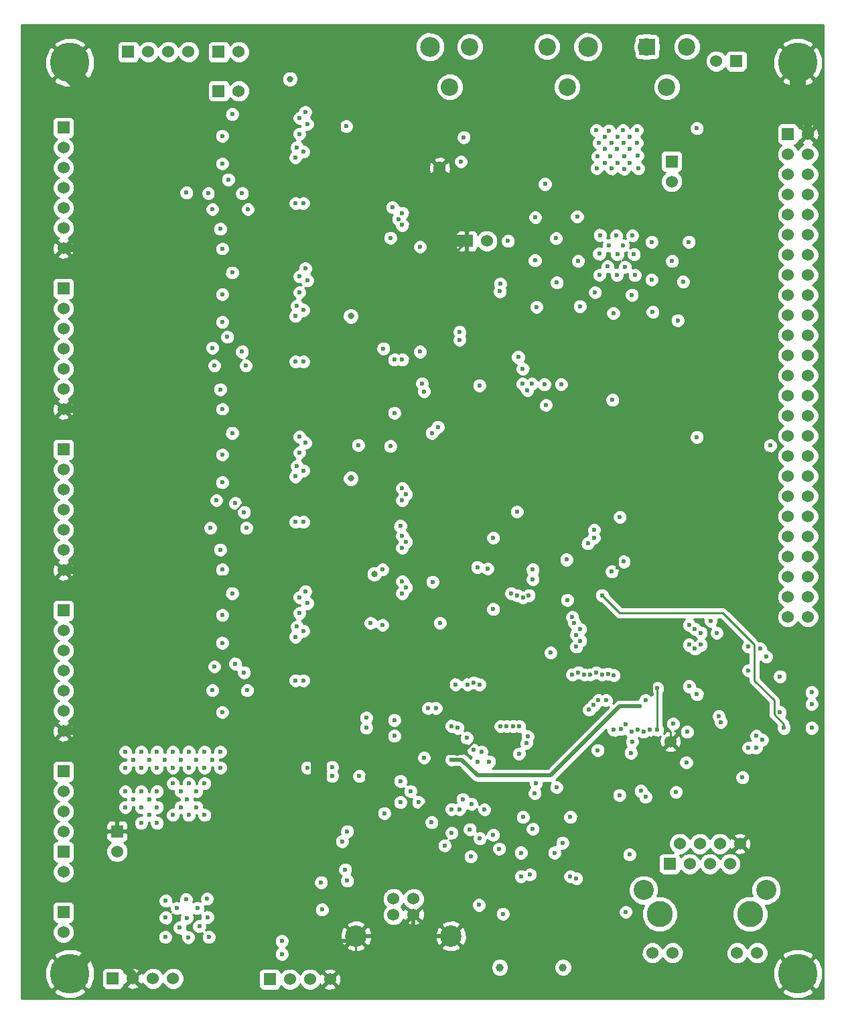
<source format=gbr>
G04 (created by PCBNEW (2013-05-18 BZR 4017)-stable) date Thu 09 Jul 2015 09:51:52 BST*
%MOIN*%
G04 Gerber Fmt 3.4, Leading zero omitted, Abs format*
%FSLAX34Y34*%
G01*
G70*
G90*
G04 APERTURE LIST*
%ADD10C,0.00590551*%
%ADD11C,0.0394*%
%ADD12C,0.1969*%
%ADD13R,0.06X0.06*%
%ADD14C,0.06*%
%ADD15C,0.1299*%
%ADD16C,0.1*%
%ADD17C,0.0315*%
%ADD18R,0.0787X0.0787*%
%ADD19C,0.0984*%
%ADD20C,0.0866*%
%ADD21C,0.1063*%
%ADD22C,0.0236*%
%ADD23C,0.02*%
%ADD24C,0.01*%
%ADD25C,0.08*%
%ADD26C,0.06*%
%ADD27C,0.15748*%
%ADD28C,0.04*%
%ADD29C,0.015*%
G04 APERTURE END LIST*
G54D10*
G54D11*
X24140Y1870D03*
X27282Y1870D03*
G54D12*
X2754Y1575D03*
G54D13*
X2429Y43625D03*
G54D14*
X2429Y42625D03*
X2429Y41625D03*
X2429Y40625D03*
X2429Y39625D03*
X2429Y38625D03*
X2429Y37625D03*
G54D13*
X2429Y35625D03*
G54D14*
X2429Y34625D03*
X2429Y33625D03*
X2429Y32625D03*
X2429Y31625D03*
X2429Y30625D03*
X2429Y29625D03*
G54D13*
X2429Y27625D03*
G54D14*
X2429Y26625D03*
X2429Y25625D03*
X2429Y24625D03*
X2429Y23625D03*
X2429Y22625D03*
X2429Y21625D03*
G54D13*
X2429Y19625D03*
G54D14*
X2429Y18625D03*
X2429Y17625D03*
X2429Y16625D03*
X2429Y15625D03*
X2429Y14625D03*
X2429Y13625D03*
G54D13*
X35911Y46929D03*
G54D14*
X34911Y46929D03*
G54D13*
X38474Y43299D03*
G54D14*
X39474Y43299D03*
X38474Y38299D03*
X39474Y42299D03*
X38474Y37299D03*
X39474Y41299D03*
X38474Y36299D03*
X39474Y40299D03*
X38474Y35299D03*
X39474Y39299D03*
X38474Y34299D03*
X39474Y38299D03*
X38474Y33299D03*
X39474Y37299D03*
X38474Y32299D03*
X39474Y36299D03*
X38474Y31299D03*
X39474Y35299D03*
X38474Y30299D03*
X39474Y34299D03*
X38474Y29299D03*
X39474Y33299D03*
X38474Y28299D03*
X39474Y32299D03*
X39474Y31299D03*
X38474Y27299D03*
X39474Y30299D03*
X39474Y28299D03*
X39474Y27299D03*
X39474Y26299D03*
X39474Y25299D03*
X38474Y26299D03*
X38474Y25299D03*
X38474Y42299D03*
X38474Y41299D03*
X38474Y40299D03*
X38474Y39299D03*
X38474Y24299D03*
X39474Y24299D03*
X39474Y29299D03*
X38474Y23299D03*
X39474Y23299D03*
X38474Y22299D03*
X39474Y22299D03*
X38474Y21299D03*
X39474Y21299D03*
X38474Y20299D03*
X39474Y20299D03*
X38474Y19299D03*
X39474Y19299D03*
G54D15*
X32098Y4528D03*
X36598Y4528D03*
G54D14*
X36098Y8028D03*
X35600Y7028D03*
X35098Y8028D03*
X34600Y7028D03*
X34098Y8028D03*
X33600Y7028D03*
X33098Y8028D03*
G54D16*
X31298Y5729D03*
X37398Y5728D03*
G54D14*
X35956Y2599D03*
X32740Y2599D03*
X36956Y2599D03*
X31740Y2599D03*
G54D13*
X32600Y7028D03*
G54D17*
X16730Y26181D03*
X13700Y46038D03*
X16730Y34252D03*
X17900Y21438D03*
G54D13*
X32696Y41944D03*
G54D14*
X32696Y40944D03*
X32638Y13104D03*
X21148Y41630D03*
G54D13*
X22500Y37988D03*
G54D14*
X23500Y37988D03*
G54D13*
X4888Y1328D03*
G54D14*
X5888Y1328D03*
X6888Y1328D03*
X7888Y1328D03*
G54D12*
X38974Y46850D03*
X38974Y1575D03*
X2754Y46850D03*
G54D13*
X2429Y11625D03*
G54D14*
X2429Y10625D03*
X2429Y9625D03*
X2429Y8625D03*
G54D13*
X2429Y7625D03*
G54D14*
X2429Y6625D03*
G54D13*
X2429Y4625D03*
G54D14*
X2429Y3625D03*
G54D18*
X31476Y47638D03*
G54D19*
X28524Y47638D03*
G54D20*
X32450Y45638D03*
X33450Y47638D03*
X31450Y47638D03*
X16700Y45638D03*
X17700Y47638D03*
X15700Y47638D03*
X21650Y45638D03*
X22650Y47638D03*
X20650Y47638D03*
X27500Y45638D03*
X28500Y47638D03*
X26500Y47638D03*
G54D18*
X17715Y47638D03*
G54D19*
X20667Y47638D03*
G54D13*
X5650Y47388D03*
G54D14*
X6650Y47388D03*
X7650Y47388D03*
X8650Y47388D03*
G54D13*
X10150Y47388D03*
G54D14*
X11150Y47388D03*
G54D13*
X10150Y45438D03*
G54D14*
X11150Y45438D03*
X19850Y5288D03*
X18850Y5288D03*
X18850Y4501D03*
X19850Y4501D03*
G54D21*
X21712Y3438D03*
X16988Y3438D03*
G54D13*
X5100Y8638D03*
G54D14*
X5100Y7638D03*
G54D13*
X12700Y1288D03*
G54D14*
X13700Y1288D03*
X14700Y1288D03*
X15700Y1288D03*
G54D22*
X32720Y36988D03*
X31700Y37938D03*
X27990Y39198D03*
X28040Y36988D03*
X29510Y36718D03*
X26980Y35918D03*
X29940Y38248D03*
X30740Y38258D03*
X28880Y35428D03*
X25890Y37018D03*
X30860Y36288D03*
X33260Y35958D03*
X26940Y38118D03*
X29100Y36298D03*
X29130Y38278D03*
X30380Y36698D03*
X28130Y34738D03*
X29970Y36288D03*
X25970Y34708D03*
X30820Y37318D03*
X33550Y37938D03*
X29090Y37348D03*
X30270Y37758D03*
X29990Y37318D03*
X29790Y34398D03*
X25910Y39158D03*
X31750Y34458D03*
X30720Y35308D03*
X31700Y36068D03*
X29560Y37758D03*
X22700Y7388D03*
X33000Y34038D03*
X25293Y9350D03*
X25648Y6496D03*
X27655Y9350D03*
X27262Y8071D03*
X26868Y7579D03*
X27655Y6398D03*
X30411Y4626D03*
X23375Y9725D03*
X23817Y8465D03*
X24112Y7776D03*
X39663Y13780D03*
X31159Y10650D03*
X33462Y13583D03*
X36218Y11319D03*
X39663Y14961D03*
X37399Y17323D03*
X33955Y15453D03*
X33561Y15846D03*
X22144Y9744D03*
X22045Y13780D03*
X18900Y29438D03*
X23129Y30807D03*
X25270Y30882D03*
X25742Y30890D03*
X25522Y30579D03*
X25289Y31630D03*
X26435Y29827D03*
X18896Y32087D03*
X20176Y32480D03*
X20372Y12303D03*
X22833Y12697D03*
X23620Y12106D03*
X31396Y15157D03*
X29722Y21555D03*
X23029Y21772D03*
X11569Y15650D03*
X27195Y30862D03*
X25057Y32213D03*
X26360Y30854D03*
X13974Y24016D03*
X13974Y18307D03*
X11605Y39567D03*
X21750Y9744D03*
X9840Y15650D03*
X14565Y11811D03*
X13974Y34252D03*
X11529Y23720D03*
X14368Y18602D03*
X14565Y43799D03*
X14368Y31988D03*
X14466Y27953D03*
X15297Y4752D03*
X13974Y42126D03*
X13974Y26280D03*
X14368Y34547D03*
X14368Y24016D03*
X14368Y42421D03*
X14368Y26575D03*
X13974Y16142D03*
X14565Y19980D03*
X13974Y31988D03*
X13974Y39862D03*
X11506Y31791D03*
X22207Y41933D03*
X32911Y10591D03*
X9742Y23720D03*
X14368Y16142D03*
X14565Y36024D03*
X9840Y39567D03*
X9939Y31791D03*
X14368Y39862D03*
X17150Y11388D03*
X15800Y11388D03*
X22350Y43138D03*
X24148Y35480D03*
X26390Y40813D03*
X22139Y33470D03*
X22144Y33071D03*
X24159Y35846D03*
X23541Y21693D03*
X21750Y12205D03*
X31100Y14862D03*
X21750Y13878D03*
X18305Y18898D03*
X30313Y22047D03*
X23029Y12106D03*
X28640Y16437D03*
X29525Y16476D03*
X29821Y16398D03*
X16550Y6188D03*
X25531Y13366D03*
X29014Y12677D03*
X28581Y14685D03*
X30600Y7488D03*
X28817Y14921D03*
X28344Y16437D03*
X30334Y41563D03*
X29709Y41581D03*
X29691Y42859D03*
X30991Y42224D03*
X29367Y41846D03*
X28966Y41599D03*
X30622Y41851D03*
X30591Y42566D03*
X29385Y42553D03*
X29065Y42859D03*
X30622Y43151D03*
X30973Y43498D03*
X29020Y42184D03*
X29655Y42206D03*
X30271Y43489D03*
X30969Y42868D03*
X29380Y43169D03*
X30010Y41860D03*
X31032Y41590D03*
X29574Y43471D03*
X30334Y42197D03*
X28948Y43484D03*
X30303Y42863D03*
X29992Y43178D03*
X29968Y42559D03*
X28525Y22953D03*
X32768Y13982D03*
X18896Y13386D03*
X20962Y14764D03*
X18896Y14173D03*
X20569Y14764D03*
X16550Y8638D03*
X17500Y13788D03*
X17500Y14288D03*
X16300Y8138D03*
X5510Y12598D03*
X6298Y9843D03*
X8659Y12598D03*
X7085Y9843D03*
X9447Y11811D03*
X6691Y9449D03*
X7872Y11811D03*
X8659Y11024D03*
X8659Y11811D03*
X8266Y12205D03*
X5903Y12205D03*
X6691Y10236D03*
X9447Y11024D03*
X6297Y9055D03*
X7872Y9449D03*
X7478Y12205D03*
X8266Y10630D03*
X5510Y10630D03*
X7085Y10630D03*
X9840Y12205D03*
X10234Y12598D03*
X7872Y11024D03*
X8266Y9843D03*
X9447Y12598D03*
X6297Y10630D03*
X7085Y12598D03*
X6297Y12598D03*
X5903Y10236D03*
X7085Y11811D03*
X9053Y10630D03*
X7085Y9055D03*
X9053Y9843D03*
X6297Y11811D03*
X6691Y12205D03*
X8659Y9449D03*
X8561Y10236D03*
X7872Y12598D03*
X10234Y11811D03*
X9447Y9449D03*
X5510Y11811D03*
X5510Y9843D03*
X9053Y12205D03*
X10825Y20472D03*
X19486Y20768D03*
X19289Y20472D03*
X9939Y16831D03*
X19700Y10638D03*
X15800Y11838D03*
X14466Y20571D03*
X19289Y21063D03*
X14171Y20276D03*
X17714Y18996D03*
X10333Y14567D03*
X23108Y4980D03*
X38088Y14567D03*
X37104Y17717D03*
X29230Y20374D03*
X38285Y13780D03*
X38088Y16339D03*
X34939Y18504D03*
X34644Y19094D03*
X39663Y15551D03*
X33856Y17717D03*
X33856Y18701D03*
X33561Y18898D03*
X33561Y17913D03*
X34151Y17913D03*
X34151Y18504D03*
X30100Y10438D03*
X27500Y20138D03*
X9660Y3388D03*
X8640Y3378D03*
X8563Y4331D03*
X7520Y4348D03*
X8220Y3848D03*
X8080Y4818D03*
X8540Y5268D03*
X9570Y5288D03*
X9090Y4818D03*
X9190Y3918D03*
X9600Y4378D03*
X7520Y5188D03*
X7500Y3388D03*
X18400Y9538D03*
X22732Y10004D03*
X23226Y12598D03*
X15254Y6102D03*
X19400Y8888D03*
X17550Y11338D03*
X27592Y29252D03*
X24150Y42088D03*
X27065Y9350D03*
X31691Y15453D03*
X33561Y14469D03*
X32872Y14567D03*
X23305Y14173D03*
X22833Y14764D03*
X21573Y15945D03*
X29090Y18923D03*
X11809Y17323D03*
X11809Y20079D03*
X11809Y25295D03*
X12200Y27851D03*
X11809Y27657D03*
X11809Y28051D03*
X11809Y33268D03*
X11809Y35630D03*
X11809Y36024D03*
X12201Y35825D03*
X20372Y19882D03*
X15352Y17815D03*
X21456Y30807D03*
X15451Y33858D03*
X15451Y41634D03*
X23325Y5315D03*
X28640Y2047D03*
X39565Y17323D03*
X39663Y14370D03*
X36514Y14764D03*
X39663Y12598D03*
X39663Y13189D03*
X39550Y11188D03*
X38167Y7815D03*
X38384Y9449D03*
X37203Y10531D03*
X36415Y9744D03*
X35431Y11909D03*
X33462Y11614D03*
X28777Y5295D03*
X27262Y8760D03*
X26474Y9350D03*
X24782Y6496D03*
X19978Y12303D03*
X25884Y9350D03*
X23325Y10827D03*
X21800Y10666D03*
X23620Y13878D03*
X22045Y12500D03*
X19978Y14567D03*
X19880Y16535D03*
X18207Y16634D03*
X7675Y19783D03*
X18403Y18209D03*
X19880Y18406D03*
X21356Y17323D03*
X30018Y21752D03*
X17419Y20472D03*
X24132Y20079D03*
X18699Y22047D03*
X22833Y23228D03*
X19092Y24409D03*
X11809Y24902D03*
X22844Y32280D03*
X20273Y29823D03*
X21456Y31299D03*
X20273Y31398D03*
X34469Y39243D03*
X27100Y41688D03*
X11809Y41142D03*
X11415Y44488D03*
X3650Y44088D03*
X27650Y41688D03*
X24550Y40688D03*
X25150Y40638D03*
X5900Y21188D03*
X5900Y19788D03*
X5900Y18238D03*
X5900Y15938D03*
X7675Y27756D03*
X5950Y29188D03*
X5950Y27738D03*
X5950Y26288D03*
X5900Y24988D03*
X7675Y35728D03*
X5900Y35738D03*
X5900Y34338D03*
X5950Y32088D03*
X5900Y37538D03*
X6691Y37598D03*
X5850Y42138D03*
X7675Y43602D03*
X5850Y43438D03*
X12596Y40748D03*
X7675Y41437D03*
X15155Y12008D03*
X11809Y44685D03*
X12596Y27657D03*
X12200Y16735D03*
X12596Y16929D03*
X11809Y34252D03*
X12596Y28051D03*
X21455Y30118D03*
X38285Y10236D03*
X15155Y7283D03*
X12596Y41535D03*
X12596Y17323D03*
X12596Y33268D03*
X13384Y20965D03*
X7675Y28051D03*
X7675Y17618D03*
X13777Y20768D03*
X12596Y42126D03*
X12203Y19291D03*
X12596Y20079D03*
X11415Y20768D03*
X13384Y36909D03*
X28718Y30657D03*
X12203Y26673D03*
X8561Y22244D03*
X12202Y40945D03*
X12201Y33071D03*
X11809Y26969D03*
X11022Y28937D03*
X11809Y33661D03*
X12203Y20768D03*
X12596Y25295D03*
X13777Y44488D03*
X12200Y17520D03*
X12202Y41339D03*
X14171Y36909D03*
X11418Y28737D03*
X15451Y25787D03*
X12990Y20768D03*
X23325Y23622D03*
X11809Y20965D03*
X7675Y41142D03*
X7380Y21161D03*
X11809Y41535D03*
X12596Y18996D03*
X7675Y35433D03*
X10037Y24311D03*
X11809Y43898D03*
X12203Y35236D03*
X13777Y36713D03*
X12200Y25492D03*
X15943Y36319D03*
X7675Y43307D03*
X14171Y20965D03*
X12596Y43898D03*
X12201Y33465D03*
X8167Y37598D03*
X12596Y33661D03*
X11809Y25689D03*
X12596Y26969D03*
X7380Y37106D03*
X11022Y44685D03*
X11809Y42126D03*
X7675Y25295D03*
X11022Y36909D03*
X12596Y26378D03*
X12596Y20965D03*
X12990Y44488D03*
X7675Y33563D03*
X15844Y28248D03*
X12202Y43700D03*
X12201Y36711D03*
X11809Y18996D03*
X11415Y36713D03*
X12596Y41142D03*
X12990Y28740D03*
X10037Y40354D03*
X11809Y16929D03*
X11809Y28937D03*
X14171Y28937D03*
X11809Y42815D03*
X12596Y17717D03*
X12203Y41831D03*
X12200Y24708D03*
X7675Y20079D03*
X12596Y24902D03*
X12203Y34547D03*
X12596Y18406D03*
X7380Y29134D03*
X15549Y20866D03*
X34469Y38130D03*
X11809Y26378D03*
X12596Y28937D03*
X12596Y36024D03*
X12990Y36713D03*
X6494Y29626D03*
X12203Y27264D03*
X14171Y44685D03*
X12596Y44685D03*
X11809Y36909D03*
X12596Y32874D03*
X17616Y15650D03*
X12596Y35630D03*
X13384Y28937D03*
X7675Y33268D03*
X12202Y40552D03*
X12596Y34252D03*
X9939Y16339D03*
X12596Y34941D03*
X13384Y44685D03*
X12203Y18701D03*
X12203Y42520D03*
X12203Y43110D03*
X11809Y43504D03*
X12203Y33957D03*
X12596Y36909D03*
X12596Y42815D03*
X9939Y32185D03*
X12203Y26083D03*
X7380Y22146D03*
X11809Y19685D03*
X11022Y20965D03*
X15844Y44094D03*
X15155Y12402D03*
X12200Y28737D03*
X11809Y32874D03*
X8266Y29626D03*
X12200Y17126D03*
X11809Y34941D03*
X12201Y32679D03*
X13777Y28740D03*
X12200Y25098D03*
X11809Y18406D03*
X12596Y25689D03*
X12202Y44487D03*
X7675Y25591D03*
X12203Y18110D03*
X12203Y19882D03*
X12596Y43504D03*
X7675Y17913D03*
X12596Y19685D03*
X11809Y40748D03*
X11809Y17717D03*
X25195Y6398D03*
X25195Y7579D03*
X31986Y13681D03*
X31986Y15748D03*
X27951Y6299D03*
X14171Y43307D03*
X14053Y42638D03*
X14053Y18819D03*
X14171Y19488D03*
X14171Y35433D03*
X14053Y34764D03*
X14171Y27461D03*
X14053Y26791D03*
X36907Y12795D03*
X35136Y14075D03*
X36514Y16634D03*
X36514Y17815D03*
X35037Y14370D03*
X37203Y13189D03*
X36514Y12795D03*
X36907Y13386D03*
X22833Y16043D03*
X21750Y8563D03*
X21400Y7938D03*
X21947Y15945D03*
X20750Y9088D03*
X22537Y15945D03*
X25470Y13030D03*
X33423Y12067D03*
X24998Y20374D03*
X24703Y20472D03*
X28836Y23622D03*
X27459Y22146D03*
X27754Y16437D03*
X33950Y28238D03*
X37600Y27814D03*
X28049Y16535D03*
X29053Y15157D03*
X29427Y15157D03*
X29821Y13681D03*
X30175Y13720D03*
X30411Y13957D03*
X30707Y13583D03*
X31002Y13681D03*
X31297Y13583D03*
X31592Y13681D03*
X24171Y13858D03*
X27754Y19291D03*
X24486Y13858D03*
X24801Y13858D03*
X25116Y13858D03*
X25096Y12500D03*
X18350Y32638D03*
X18700Y38138D03*
X16500Y43688D03*
X20800Y21038D03*
X13300Y3188D03*
X16450Y6738D03*
X23150Y8288D03*
X13300Y2538D03*
X22650Y8738D03*
X23128Y15945D03*
X25785Y21654D03*
X25588Y20374D03*
X27951Y17815D03*
X28148Y18110D03*
X28148Y18701D03*
X27852Y18996D03*
X27951Y18406D03*
X20766Y28445D03*
X23817Y19685D03*
X23817Y23228D03*
X20273Y30906D03*
X29230Y16437D03*
X21061Y28740D03*
X20372Y30512D03*
X28935Y16535D03*
X25785Y21161D03*
X25293Y20276D03*
X22300Y10238D03*
X20100Y10088D03*
X22500Y13288D03*
X25950Y11038D03*
X24300Y4538D03*
X21159Y18996D03*
X24998Y24528D03*
X19200Y10088D03*
X19200Y11138D03*
X25884Y10531D03*
X25785Y8760D03*
X31396Y10354D03*
X26966Y10827D03*
X30118Y24264D03*
X28836Y23228D03*
X30667Y12539D03*
X24550Y37988D03*
X29750Y30088D03*
X33950Y43588D03*
X10334Y41829D03*
X10333Y18012D03*
X10333Y19390D03*
X10579Y33218D03*
X10333Y25984D03*
X11317Y32480D03*
X10333Y35335D03*
X10333Y27362D03*
X10333Y37598D03*
X10972Y16978D03*
X11415Y24508D03*
X10333Y43209D03*
X10333Y33957D03*
X11317Y40354D03*
X11415Y16535D03*
X10333Y29626D03*
X10972Y24951D03*
X10333Y21654D03*
X10628Y41043D03*
X10825Y28445D03*
X19486Y23031D03*
X10037Y25098D03*
X19289Y22736D03*
X17100Y27838D03*
X18700Y27788D03*
X19289Y23327D03*
X14171Y28248D03*
X10234Y22638D03*
X18305Y21654D03*
X19486Y25394D03*
X10825Y36417D03*
X19289Y25098D03*
X9840Y32677D03*
X19289Y32087D03*
X14466Y36614D03*
X19289Y25689D03*
X14171Y36220D03*
X10234Y30610D03*
X19191Y23819D03*
X10825Y44291D03*
X19092Y39075D03*
X9644Y40354D03*
X19289Y38780D03*
X8550Y40388D03*
X14466Y44390D03*
X18797Y39665D03*
X14171Y44094D03*
X19289Y39370D03*
X10234Y38583D03*
X20175Y37697D03*
X30726Y13091D03*
X26671Y17520D03*
G54D23*
X30116Y14862D02*
X31100Y14862D01*
X22242Y12205D02*
X23030Y11417D01*
X26671Y11417D02*
X30116Y14862D01*
X21750Y12205D02*
X22242Y12205D01*
X23030Y11417D02*
X26671Y11417D01*
G54D24*
X36809Y16142D02*
X36809Y17913D01*
X37793Y15158D02*
X36809Y16142D01*
X31100Y19488D02*
X35234Y19488D01*
X31100Y19488D02*
X30116Y19488D01*
X31100Y19488D02*
X31100Y19489D01*
X36809Y17913D02*
X35234Y19488D01*
X37793Y14469D02*
X37793Y15158D01*
X38285Y13977D02*
X37793Y14469D01*
X38285Y13780D02*
X38285Y13977D01*
X30116Y19488D02*
X29230Y20374D01*
X16988Y3438D02*
X16988Y2576D01*
X16988Y2576D02*
X15700Y1288D01*
X5100Y8638D02*
X3640Y8638D01*
X3640Y8638D02*
X3550Y8638D01*
X3550Y8638D02*
X3640Y8638D01*
G54D25*
X3640Y13625D02*
X14837Y13625D01*
X14837Y13625D02*
X15549Y14337D01*
X15549Y14938D02*
X15549Y14337D01*
X15549Y15588D02*
X15549Y14938D01*
X15549Y14337D02*
X15549Y12796D01*
X15549Y12796D02*
X15155Y12402D01*
G54D26*
X17616Y15650D02*
X15549Y15650D01*
X15650Y15588D02*
X15549Y15588D01*
X15611Y15588D02*
X15650Y15588D01*
X15549Y15650D02*
X15611Y15588D01*
G54D23*
X19850Y4501D02*
X19850Y3438D01*
X19850Y3438D02*
X19850Y3338D01*
X19850Y3338D02*
X19850Y3438D01*
X16988Y3438D02*
X19850Y3438D01*
X19850Y3438D02*
X21712Y3438D01*
X15900Y3188D02*
X16738Y3188D01*
X16738Y3188D02*
X16988Y3438D01*
G54D24*
X15900Y5488D02*
X15900Y3188D01*
G54D23*
X21178Y10666D02*
X21800Y10666D01*
X19400Y8888D02*
X21178Y10666D01*
G54D24*
X20150Y11538D02*
X17750Y11538D01*
X17750Y11538D02*
X17550Y11338D01*
G54D25*
X15175Y7801D02*
X15175Y7303D01*
X15175Y7303D02*
X15155Y7283D01*
X15155Y12008D02*
X15155Y7821D01*
X15155Y7821D02*
X15175Y7801D01*
X15155Y12402D02*
X15155Y12008D01*
X15549Y20866D02*
X15549Y15588D01*
X15844Y28248D02*
X15844Y21161D01*
X15844Y21161D02*
X15549Y20866D01*
G54D24*
X15943Y36319D02*
X18269Y36319D01*
X18269Y36319D02*
X18599Y35989D01*
G54D25*
X15943Y36319D02*
X15943Y28347D01*
X15943Y28347D02*
X15844Y28248D01*
X15844Y44094D02*
X15844Y36418D01*
X15844Y36418D02*
X15943Y36319D01*
G54D24*
X24150Y42088D02*
X24500Y42088D01*
X24500Y42088D02*
X24650Y41938D01*
X24000Y41338D02*
X24000Y41938D01*
X24000Y41338D02*
X21148Y41338D01*
X21148Y41338D02*
X21148Y41630D01*
X24000Y41938D02*
X24150Y42088D01*
X26474Y9350D02*
X27065Y9350D01*
X32872Y14567D02*
X32872Y16116D01*
X31691Y16129D02*
X31691Y15453D01*
X31750Y16188D02*
X31691Y16129D01*
X32800Y16188D02*
X31750Y16188D01*
X32872Y16116D02*
X32800Y16188D01*
X33561Y14469D02*
X34481Y14469D01*
X34776Y14764D02*
X36514Y14764D01*
X34481Y14469D02*
X34776Y14764D01*
X32872Y14567D02*
X33463Y14567D01*
X33463Y14567D02*
X33561Y14469D01*
X32638Y13104D02*
X32638Y13600D01*
X32529Y14567D02*
X32872Y14567D01*
X32300Y14338D02*
X32529Y14567D01*
X32300Y13938D02*
X32300Y14338D01*
X32638Y13600D02*
X32300Y13938D01*
X30018Y21752D02*
X30018Y21770D01*
X28500Y19513D02*
X29090Y18923D01*
X28500Y21038D02*
X28500Y19513D01*
X29550Y22088D02*
X28500Y21038D01*
X29700Y22088D02*
X29550Y22088D01*
X30018Y21770D02*
X29700Y22088D01*
X20372Y19882D02*
X20372Y18898D01*
X20372Y18898D02*
X19880Y18406D01*
X15549Y20866D02*
X15549Y20589D01*
X15549Y20589D02*
X16300Y19838D01*
X16300Y19838D02*
X16300Y17138D01*
X16300Y17138D02*
X16150Y16988D01*
X16150Y16988D02*
X15400Y16988D01*
X15400Y16988D02*
X15352Y17036D01*
X15352Y17036D02*
X15352Y17815D01*
X21456Y31299D02*
X21456Y30807D01*
X15451Y33858D02*
X15451Y35827D01*
X15451Y35827D02*
X15943Y36319D01*
X15451Y41634D02*
X15451Y43701D01*
X15451Y43701D02*
X15844Y44094D01*
X21151Y6687D02*
X20551Y6687D01*
X20551Y6687D02*
X19550Y7688D01*
X19550Y7688D02*
X15288Y7688D01*
X15288Y7688D02*
X15175Y7801D01*
X21200Y6638D02*
X21250Y6638D01*
X21250Y6638D02*
X22651Y6638D01*
X21151Y6687D02*
X21200Y6638D01*
X22651Y6638D02*
X22651Y5989D01*
X22651Y5989D02*
X23325Y5315D01*
X23325Y5315D02*
X28757Y5315D01*
X28757Y5315D02*
X28777Y5295D01*
X28777Y5295D02*
X28777Y2184D01*
X28777Y2184D02*
X28640Y2047D01*
X38167Y7815D02*
X39223Y7815D01*
X39900Y2501D02*
X38974Y1575D01*
X39900Y7138D02*
X39900Y2501D01*
X39223Y7815D02*
X39900Y7138D01*
X39565Y17323D02*
X39815Y17323D01*
X40118Y17020D02*
X40118Y14370D01*
X39815Y17323D02*
X40118Y17020D01*
X39663Y14370D02*
X40118Y14370D01*
X40100Y13626D02*
X39663Y13189D01*
X40100Y14352D02*
X40100Y13626D01*
X40118Y14370D02*
X40100Y14352D01*
X36514Y14764D02*
X36514Y14102D01*
X36514Y14102D02*
X35431Y13019D01*
X35431Y13019D02*
X35431Y11909D01*
X39663Y12598D02*
X39663Y11301D01*
X39663Y11301D02*
X39550Y11188D01*
X39663Y13189D02*
X39663Y12598D01*
X39350Y11188D02*
X39237Y11188D01*
X39237Y11188D02*
X38285Y10236D01*
X39550Y11188D02*
X39350Y11188D01*
X38384Y9449D02*
X38384Y8032D01*
X38384Y8032D02*
X38167Y7815D01*
X37203Y10531D02*
X37990Y10531D01*
X37990Y10531D02*
X38285Y10236D01*
X38285Y10236D02*
X38285Y9548D01*
X38285Y9548D02*
X38384Y9449D01*
X37203Y10531D02*
X37202Y10531D01*
X37202Y10531D02*
X36415Y9744D01*
X36415Y9744D02*
X36415Y9823D01*
X36415Y9823D02*
X35300Y10938D01*
X28150Y8760D02*
X30122Y8760D01*
X32838Y9638D02*
X34138Y10938D01*
X31000Y9638D02*
X32838Y9638D01*
X30122Y8760D02*
X31000Y9638D01*
X35431Y11909D02*
X35431Y11069D01*
X35431Y11069D02*
X35300Y10938D01*
X35300Y10938D02*
X34138Y10938D01*
X34138Y10938D02*
X33462Y11614D01*
X28777Y5295D02*
X28777Y8161D01*
X28178Y8760D02*
X28150Y8760D01*
X28150Y8760D02*
X27262Y8760D01*
X28777Y8161D02*
X28178Y8760D01*
X27262Y8760D02*
X26228Y8760D01*
X26200Y8788D02*
X26200Y9350D01*
X26228Y8760D02*
X26200Y8788D01*
X25884Y9350D02*
X26200Y9350D01*
X26200Y9350D02*
X26474Y9350D01*
X15900Y5488D02*
X15900Y6538D01*
X15900Y6538D02*
X15155Y7283D01*
X24782Y6496D02*
X24782Y8248D01*
X24782Y8248D02*
X25884Y9350D01*
X19978Y12303D02*
X19978Y11610D01*
X20050Y11538D02*
X20150Y11538D01*
X20150Y11538D02*
X21100Y11538D01*
X19978Y11610D02*
X20050Y11538D01*
X25884Y9350D02*
X25884Y9454D01*
X25884Y9454D02*
X24511Y10827D01*
X24511Y10827D02*
X23325Y10827D01*
X23325Y10827D02*
X21961Y10827D01*
X21961Y10827D02*
X21800Y10666D01*
X21800Y10666D02*
X21222Y10666D01*
X21222Y10666D02*
X21100Y10788D01*
X21100Y10788D02*
X21100Y11538D01*
X21100Y11538D02*
X21100Y12488D01*
X21100Y12488D02*
X21112Y12500D01*
X21112Y12500D02*
X22045Y12500D01*
X23620Y13878D02*
X23620Y13958D01*
X23620Y13958D02*
X23900Y14238D01*
X23900Y14238D02*
X23900Y17238D01*
X23900Y17238D02*
X23815Y17323D01*
X23815Y17323D02*
X21356Y17323D01*
X22045Y12500D02*
X22242Y12500D01*
X22242Y12500D02*
X23620Y13878D01*
X19978Y14567D02*
X19978Y16437D01*
X19978Y16437D02*
X19880Y16535D01*
X19880Y16535D02*
X20568Y16535D01*
X20568Y16535D02*
X21356Y17323D01*
X18207Y16634D02*
X19781Y16634D01*
X19781Y16634D02*
X19880Y16535D01*
X7675Y17913D02*
X7675Y19783D01*
X7675Y17913D02*
X7350Y18238D01*
X7350Y18238D02*
X5900Y18238D01*
X19880Y18406D02*
X18600Y18406D01*
X18600Y18406D02*
X18403Y18209D01*
X21356Y17323D02*
X20963Y17323D01*
X20963Y17323D02*
X19880Y18406D01*
X30018Y21752D02*
X30018Y23170D01*
X30018Y23170D02*
X28751Y24436D01*
X15549Y20866D02*
X17025Y20866D01*
X17025Y20866D02*
X17419Y20472D01*
X17419Y20472D02*
X17419Y20619D01*
X17419Y20619D02*
X17150Y20888D01*
X17150Y20888D02*
X17150Y21888D01*
X17150Y21888D02*
X17309Y22047D01*
X17309Y22047D02*
X18699Y22047D01*
X24132Y20079D02*
X23359Y20079D01*
X23359Y20079D02*
X21075Y22363D01*
X23325Y23622D02*
X23227Y23622D01*
X23227Y23622D02*
X22833Y23228D01*
X18699Y22047D02*
X20759Y22047D01*
X20759Y22047D02*
X21075Y22363D01*
X21075Y22363D02*
X21940Y23228D01*
X21940Y23228D02*
X22833Y23228D01*
X19092Y24409D02*
X23529Y24409D01*
X23529Y24409D02*
X23946Y23991D01*
X10037Y24311D02*
X10723Y24311D01*
X11314Y24902D02*
X11809Y24902D01*
X10723Y24311D02*
X11314Y24902D01*
X22844Y32280D02*
X20750Y32280D01*
X20750Y32280D02*
X20750Y32338D01*
X20900Y31299D02*
X20900Y29823D01*
X20900Y29823D02*
X20900Y29788D01*
X20900Y29788D02*
X20900Y29823D01*
X20273Y29823D02*
X20900Y29823D01*
X20900Y29823D02*
X21160Y29823D01*
X21160Y29823D02*
X21455Y30118D01*
X21456Y31299D02*
X20900Y31299D01*
X20900Y31299D02*
X20372Y31299D01*
X20372Y31299D02*
X20273Y31398D01*
X18599Y36210D02*
X18599Y35989D01*
X18599Y36487D02*
X19050Y36938D01*
X19050Y36938D02*
X21450Y36938D01*
X21450Y36938D02*
X22500Y37988D01*
X18599Y36210D02*
X18599Y36487D01*
X18599Y35989D02*
X18599Y34939D01*
X18599Y34939D02*
X20750Y32788D01*
X20750Y32788D02*
X20750Y32338D01*
X20750Y31875D02*
X20273Y31398D01*
X20750Y32338D02*
X20750Y31875D01*
X34469Y39243D02*
X36305Y39243D01*
G54D25*
X37100Y43648D02*
X37100Y41548D01*
X37100Y43648D02*
X38315Y44863D01*
G54D24*
X37100Y40038D02*
X37100Y41548D01*
X36305Y39243D02*
X37100Y40038D01*
X27100Y41688D02*
X27100Y41238D01*
X34114Y38888D02*
X34469Y39243D01*
X29450Y38888D02*
X34114Y38888D01*
X27100Y41238D02*
X29450Y38888D01*
X25550Y40588D02*
X25550Y41188D01*
X25150Y40638D02*
X25550Y40638D01*
X25550Y40638D02*
X25550Y40588D01*
X26050Y41688D02*
X27100Y41688D01*
X25550Y41188D02*
X26050Y41688D01*
X24650Y41938D02*
X24650Y40788D01*
X24650Y40788D02*
X24550Y40688D01*
X24625Y41913D02*
X24650Y41938D01*
X16700Y45638D02*
X16700Y44950D01*
X16700Y44950D02*
X15844Y44094D01*
X11809Y41142D02*
X11454Y41142D01*
X10666Y40354D02*
X10037Y40354D01*
X11454Y41142D02*
X10666Y40354D01*
G54D27*
X15700Y47638D02*
X15700Y46638D01*
X15700Y46638D02*
X16700Y45638D01*
X17700Y47638D02*
X17700Y46638D01*
X17700Y46638D02*
X16700Y45638D01*
X15700Y47638D02*
X17700Y47638D01*
G54D24*
X3650Y44088D02*
X3640Y44088D01*
X3640Y44088D02*
X3650Y44088D01*
X3650Y44088D02*
X3640Y44088D01*
X24600Y40738D02*
X25150Y40638D01*
X24550Y40688D02*
X24600Y40738D01*
G54D26*
X22500Y37988D02*
X21850Y37988D01*
X21148Y38690D02*
X21148Y41630D01*
X21850Y37988D02*
X21148Y38690D01*
G54D28*
X2429Y13625D02*
X3640Y13625D01*
X3650Y13638D02*
X3640Y13638D01*
X3650Y13635D02*
X3650Y13638D01*
X3640Y13625D02*
X3650Y13635D01*
G54D24*
X5900Y21188D02*
X7353Y21188D01*
X7353Y21188D02*
X7380Y21161D01*
X5900Y21188D02*
X5900Y21538D01*
X5900Y21538D02*
X5850Y21538D01*
X5850Y21538D02*
X5900Y21538D01*
X5900Y18238D02*
X5900Y18438D01*
X5900Y24988D02*
X5900Y21538D01*
X5900Y21538D02*
X5900Y19788D01*
X5900Y19788D02*
X5900Y18438D01*
X5900Y18438D02*
X5900Y15938D01*
G54D28*
X2429Y21625D02*
X3213Y21625D01*
X3213Y21625D02*
X3640Y21198D01*
G54D24*
X7675Y25295D02*
X6957Y25295D01*
X6650Y24988D02*
X5900Y24988D01*
X6957Y25295D02*
X6650Y24988D01*
X5950Y27738D02*
X7657Y27738D01*
X7657Y27738D02*
X7675Y27756D01*
X5950Y29188D02*
X5950Y29438D01*
X5950Y29438D02*
X5900Y29438D01*
X5900Y29438D02*
X5950Y29438D01*
X5950Y26288D02*
X5950Y26488D01*
X5950Y32088D02*
X5950Y29438D01*
X5950Y29438D02*
X5950Y27738D01*
X5950Y27738D02*
X5950Y26488D01*
X5950Y26488D02*
X5950Y25038D01*
X5950Y25038D02*
X5900Y24988D01*
X7675Y33268D02*
X5900Y33268D01*
X5900Y33268D02*
X5900Y33138D01*
X5900Y35738D02*
X7665Y35738D01*
X7665Y35738D02*
X7675Y35728D01*
G54D28*
X2429Y29625D02*
X3639Y29625D01*
X3639Y29625D02*
X3640Y29626D01*
G54D24*
X5850Y38388D02*
X3640Y38388D01*
X3700Y38338D02*
X3640Y38338D01*
X3690Y38338D02*
X3700Y38338D01*
X3640Y38388D02*
X3690Y38338D01*
X5850Y39938D02*
X5850Y38388D01*
X5850Y38388D02*
X5850Y37588D01*
X5850Y37588D02*
X5900Y37538D01*
X5900Y35738D02*
X5900Y35888D01*
X5900Y34338D02*
X5900Y34688D01*
X5900Y37538D02*
X5900Y35888D01*
X5900Y35888D02*
X5900Y34688D01*
X5900Y34688D02*
X5900Y33138D01*
X5900Y33138D02*
X5900Y32138D01*
X5900Y32138D02*
X5950Y32088D01*
X5900Y37538D02*
X5960Y37598D01*
X5960Y37598D02*
X6691Y37598D01*
X7675Y41142D02*
X6004Y41142D01*
X6004Y41142D02*
X5850Y40988D01*
G54D28*
X2429Y37625D02*
X3640Y37625D01*
X3640Y37625D02*
X3640Y37626D01*
G54D24*
X5850Y39938D02*
X5850Y40988D01*
X5850Y40988D02*
X5850Y42138D01*
X5850Y42138D02*
X5850Y43438D01*
X6014Y43602D02*
X7675Y43602D01*
X5850Y43438D02*
X6014Y43602D01*
G54D25*
X2754Y46850D02*
X2754Y46277D01*
X2754Y46277D02*
X3502Y45529D01*
G54D26*
X3640Y45391D02*
X3651Y45402D01*
X3640Y34598D02*
X3640Y36417D01*
G54D29*
X3502Y45253D02*
X3640Y45391D01*
G54D25*
X3502Y45529D02*
X3502Y45253D01*
G54D26*
X3640Y37272D02*
X3640Y37626D01*
X3640Y26685D02*
X3640Y28543D01*
G54D23*
X9939Y32185D02*
X9545Y32185D01*
X8462Y33268D02*
X7675Y33268D01*
X28718Y30657D02*
X29033Y30020D01*
G54D26*
X3640Y29626D02*
X3640Y29992D01*
X3640Y42213D02*
X3640Y44088D01*
X3640Y44088D02*
X3640Y45079D01*
X3640Y38838D02*
X3640Y42213D01*
X3640Y45079D02*
X3640Y45391D01*
X3640Y38338D02*
X3640Y38838D01*
X8561Y29626D02*
X9152Y29035D01*
G54D23*
X10037Y40650D02*
X9545Y41142D01*
X10037Y40354D02*
X10037Y40650D01*
X9545Y41142D02*
X7675Y41142D01*
G54D26*
X3620Y30141D02*
X3640Y29626D01*
X29055Y24431D02*
X28751Y24436D01*
X28718Y30657D02*
X29055Y24431D01*
X28751Y24436D02*
X28650Y24438D01*
X28650Y24438D02*
X25450Y23938D01*
X25352Y23840D02*
X23946Y23991D01*
X25450Y23938D02*
X25352Y23840D01*
X11711Y29035D02*
X11809Y28937D01*
X3640Y32625D02*
X3640Y32579D01*
X3640Y20625D02*
X3640Y21198D01*
X3640Y21198D02*
X3640Y21654D01*
G54D28*
X11613Y21161D02*
X11809Y20965D01*
X7380Y21161D02*
X11613Y21161D01*
G54D26*
X3640Y38016D02*
X3640Y38338D01*
X3640Y37626D02*
X3640Y38016D01*
X11710Y37008D02*
X11809Y36909D01*
X3640Y36417D02*
X3640Y37272D01*
G54D23*
X9742Y16339D02*
X8463Y17618D01*
G54D26*
X9152Y29035D02*
X11711Y29035D01*
G54D23*
X29055Y29724D02*
X27163Y29724D01*
X26770Y29331D02*
X22242Y29331D01*
X27163Y29724D02*
X26770Y29331D01*
X22242Y29331D02*
X21455Y30118D01*
G54D28*
X3640Y37625D02*
X3640Y37626D01*
G54D26*
X3640Y24606D02*
X3640Y26685D01*
X3640Y34598D02*
X3640Y32579D01*
X8856Y37008D02*
X11710Y37008D01*
X3640Y31449D02*
X3640Y32579D01*
G54D23*
X10037Y24311D02*
X9643Y24311D01*
X8659Y25295D02*
X7675Y25295D01*
G54D24*
X14171Y28937D02*
X15155Y28937D01*
X15155Y28937D02*
X15844Y28248D01*
G54D26*
X3640Y15717D02*
X3640Y18693D01*
G54D23*
X9643Y24311D02*
X8659Y25295D01*
G54D25*
X38974Y46850D02*
X38974Y45522D01*
X38974Y45522D02*
X38315Y44863D01*
G54D23*
X9545Y32185D02*
X8462Y33268D01*
G54D26*
X3640Y18693D02*
X3640Y20625D01*
X3640Y28543D02*
X3640Y29626D01*
X8266Y29626D02*
X8561Y29626D01*
X3640Y14428D02*
X3640Y13638D01*
X3640Y13638D02*
X3640Y8638D01*
X3640Y8638D02*
X3640Y5658D01*
G54D28*
X39474Y43299D02*
X39474Y43884D01*
X38495Y44863D02*
X38315Y44863D01*
X39474Y43884D02*
X38495Y44863D01*
G54D26*
X3640Y29992D02*
X3640Y31449D01*
X3640Y28625D02*
X3640Y28543D01*
X3640Y21654D02*
X3640Y22098D01*
G54D28*
X5888Y1328D02*
X5888Y1541D01*
X3676Y2675D02*
X3640Y2639D01*
X4754Y2675D02*
X3676Y2675D01*
X5888Y1541D02*
X4754Y2675D01*
G54D26*
X3640Y3193D02*
X3640Y2639D01*
X3640Y2639D02*
X3640Y2461D01*
X8167Y37598D02*
X8266Y37598D01*
X3640Y21625D02*
X3640Y21654D01*
X3640Y14428D02*
X3640Y15717D01*
X3620Y30141D02*
X3640Y29626D01*
G54D23*
X8463Y17618D02*
X7675Y17618D01*
G54D26*
X3640Y5658D02*
X3640Y5128D01*
X3640Y2461D02*
X2754Y1575D01*
X3640Y22555D02*
X3640Y23354D01*
X3640Y22098D02*
X3640Y22555D01*
X3640Y5128D02*
X3640Y3193D01*
X23946Y23991D02*
X23719Y24016D01*
X3640Y28625D02*
X3640Y28543D01*
X3640Y23354D02*
X3640Y24606D01*
X23719Y24016D02*
X23325Y23622D01*
X8266Y37598D02*
X8856Y37008D01*
G54D23*
X9939Y16339D02*
X9742Y16339D01*
G54D24*
X31986Y13681D02*
X31986Y15748D01*
G54D10*
G36*
X17771Y47629D02*
X17723Y47581D01*
X17676Y47581D01*
X17658Y47599D01*
X17658Y47676D01*
X17676Y47694D01*
X17723Y47694D01*
X17771Y47646D01*
X17771Y47640D01*
X17768Y47638D01*
X17771Y47635D01*
X17771Y47629D01*
X17771Y47629D01*
G37*
G54D24*
X17771Y47629D02*
X17723Y47581D01*
X17676Y47581D01*
X17658Y47599D01*
X17658Y47676D01*
X17676Y47694D01*
X17723Y47694D01*
X17771Y47646D01*
X17771Y47640D01*
X17768Y47638D01*
X17771Y47635D01*
X17771Y47629D01*
G54D10*
G36*
X40225Y48430D02*
X40224Y48425D01*
X40224Y325D01*
X40205Y325D01*
X40205Y1819D01*
X40205Y47094D01*
X40018Y47546D01*
X40017Y47548D01*
X39851Y47659D01*
X39783Y47590D01*
X39783Y47727D01*
X39672Y47893D01*
X39219Y48081D01*
X38729Y48081D01*
X38277Y47894D01*
X38275Y47893D01*
X38164Y47727D01*
X38974Y46918D01*
X39783Y47727D01*
X39783Y47590D01*
X39042Y46850D01*
X39851Y46040D01*
X40017Y46151D01*
X40205Y46604D01*
X40205Y47094D01*
X40205Y1819D01*
X40031Y2241D01*
X40031Y13852D01*
X40031Y15033D01*
X39975Y15169D01*
X39888Y15256D01*
X39974Y15342D01*
X40030Y15477D01*
X40031Y15623D01*
X40025Y15637D01*
X40025Y43216D01*
X40015Y43433D01*
X39951Y43586D01*
X39857Y43613D01*
X39788Y43545D01*
X39788Y43682D01*
X39783Y43701D01*
X39783Y45972D01*
X38974Y46781D01*
X38905Y46713D01*
X38905Y46850D01*
X38096Y47659D01*
X37930Y47548D01*
X37742Y47095D01*
X37742Y46605D01*
X37929Y46153D01*
X37930Y46151D01*
X38096Y46040D01*
X38905Y46850D01*
X38905Y46713D01*
X38164Y45972D01*
X38275Y45806D01*
X38728Y45618D01*
X39218Y45618D01*
X39670Y45805D01*
X39672Y45806D01*
X39783Y45972D01*
X39783Y43701D01*
X39761Y43776D01*
X39556Y43850D01*
X39339Y43840D01*
X39186Y43776D01*
X39159Y43682D01*
X39474Y43367D01*
X39788Y43682D01*
X39788Y43545D01*
X39542Y43299D01*
X39857Y42984D01*
X39951Y43011D01*
X40025Y43216D01*
X40025Y15637D01*
X40024Y15640D01*
X40024Y19407D01*
X39940Y19610D01*
X39785Y19764D01*
X39704Y19798D01*
X39785Y19832D01*
X39939Y19987D01*
X40023Y20189D01*
X40024Y20407D01*
X39940Y20610D01*
X39785Y20764D01*
X39704Y20798D01*
X39785Y20832D01*
X39939Y20987D01*
X40023Y21189D01*
X40024Y21407D01*
X39940Y21610D01*
X39785Y21764D01*
X39704Y21798D01*
X39785Y21832D01*
X39939Y21987D01*
X40023Y22189D01*
X40024Y22407D01*
X39940Y22610D01*
X39785Y22764D01*
X39704Y22798D01*
X39785Y22832D01*
X39939Y22987D01*
X40023Y23189D01*
X40024Y23407D01*
X39940Y23610D01*
X39785Y23764D01*
X39704Y23798D01*
X39785Y23832D01*
X39939Y23987D01*
X40023Y24189D01*
X40024Y24407D01*
X39940Y24610D01*
X39785Y24764D01*
X39704Y24798D01*
X39785Y24832D01*
X39939Y24987D01*
X40023Y25189D01*
X40024Y25407D01*
X39940Y25610D01*
X39785Y25764D01*
X39704Y25798D01*
X39785Y25832D01*
X39939Y25987D01*
X40023Y26189D01*
X40024Y26407D01*
X39940Y26610D01*
X39785Y26764D01*
X39704Y26798D01*
X39785Y26832D01*
X39939Y26987D01*
X40023Y27189D01*
X40024Y27407D01*
X39940Y27610D01*
X39785Y27764D01*
X39704Y27798D01*
X39785Y27832D01*
X39939Y27987D01*
X40023Y28189D01*
X40024Y28407D01*
X39940Y28610D01*
X39785Y28764D01*
X39704Y28798D01*
X39785Y28832D01*
X39939Y28987D01*
X40023Y29189D01*
X40024Y29407D01*
X39940Y29610D01*
X39785Y29764D01*
X39704Y29798D01*
X39785Y29832D01*
X39939Y29987D01*
X40023Y30189D01*
X40024Y30407D01*
X39940Y30610D01*
X39785Y30764D01*
X39704Y30798D01*
X39785Y30832D01*
X39939Y30987D01*
X40023Y31189D01*
X40024Y31407D01*
X39940Y31610D01*
X39785Y31764D01*
X39704Y31798D01*
X39785Y31832D01*
X39939Y31987D01*
X40023Y32189D01*
X40024Y32407D01*
X39940Y32610D01*
X39785Y32764D01*
X39704Y32798D01*
X39785Y32832D01*
X39939Y32987D01*
X40023Y33189D01*
X40024Y33407D01*
X39940Y33610D01*
X39785Y33764D01*
X39704Y33798D01*
X39785Y33832D01*
X39939Y33987D01*
X40023Y34189D01*
X40024Y34407D01*
X39940Y34610D01*
X39785Y34764D01*
X39704Y34798D01*
X39785Y34832D01*
X39939Y34987D01*
X40023Y35189D01*
X40024Y35407D01*
X39940Y35610D01*
X39785Y35764D01*
X39704Y35798D01*
X39785Y35832D01*
X39939Y35987D01*
X40023Y36189D01*
X40024Y36407D01*
X39940Y36610D01*
X39785Y36764D01*
X39704Y36798D01*
X39785Y36832D01*
X39939Y36987D01*
X40023Y37189D01*
X40024Y37407D01*
X39940Y37610D01*
X39785Y37764D01*
X39704Y37798D01*
X39785Y37832D01*
X39939Y37987D01*
X40023Y38189D01*
X40024Y38407D01*
X39940Y38610D01*
X39785Y38764D01*
X39704Y38798D01*
X39785Y38832D01*
X39939Y38987D01*
X40023Y39189D01*
X40024Y39407D01*
X39940Y39610D01*
X39785Y39764D01*
X39704Y39798D01*
X39785Y39832D01*
X39939Y39987D01*
X40023Y40189D01*
X40024Y40407D01*
X39940Y40610D01*
X39785Y40764D01*
X39704Y40798D01*
X39785Y40832D01*
X39939Y40987D01*
X40023Y41189D01*
X40024Y41407D01*
X39940Y41610D01*
X39785Y41764D01*
X39704Y41798D01*
X39785Y41832D01*
X39939Y41987D01*
X40023Y42189D01*
X40024Y42407D01*
X39940Y42610D01*
X39785Y42764D01*
X39705Y42798D01*
X39761Y42821D01*
X39788Y42915D01*
X39474Y43230D01*
X39159Y42915D01*
X39186Y42821D01*
X39245Y42799D01*
X39162Y42765D01*
X39008Y42610D01*
X38974Y42529D01*
X38940Y42610D01*
X38801Y42748D01*
X38823Y42748D01*
X38915Y42786D01*
X38985Y42857D01*
X39023Y42949D01*
X39024Y43003D01*
X39090Y42984D01*
X39405Y43299D01*
X39090Y43613D01*
X39024Y43594D01*
X39024Y43648D01*
X38986Y43740D01*
X38915Y43810D01*
X38823Y43848D01*
X38724Y43849D01*
X38124Y43849D01*
X38032Y43811D01*
X37962Y43740D01*
X37924Y43648D01*
X37923Y43549D01*
X37923Y42949D01*
X37961Y42857D01*
X38032Y42787D01*
X38124Y42749D01*
X38146Y42749D01*
X38008Y42610D01*
X37924Y42408D01*
X37923Y42190D01*
X38007Y41987D01*
X38162Y41833D01*
X38243Y41799D01*
X38162Y41765D01*
X38008Y41610D01*
X37924Y41408D01*
X37923Y41190D01*
X38007Y40987D01*
X38162Y40833D01*
X38243Y40799D01*
X38162Y40765D01*
X38008Y40610D01*
X37924Y40408D01*
X37923Y40190D01*
X38007Y39987D01*
X38162Y39833D01*
X38243Y39799D01*
X38162Y39765D01*
X38008Y39610D01*
X37924Y39408D01*
X37923Y39190D01*
X38007Y38987D01*
X38162Y38833D01*
X38243Y38799D01*
X38162Y38765D01*
X38008Y38610D01*
X37924Y38408D01*
X37923Y38190D01*
X38007Y37987D01*
X38162Y37833D01*
X38243Y37799D01*
X38162Y37765D01*
X38008Y37610D01*
X37924Y37408D01*
X37923Y37190D01*
X38007Y36987D01*
X38162Y36833D01*
X38243Y36799D01*
X38162Y36765D01*
X38008Y36610D01*
X37924Y36408D01*
X37923Y36190D01*
X38007Y35987D01*
X38162Y35833D01*
X38243Y35799D01*
X38162Y35765D01*
X38008Y35610D01*
X37924Y35408D01*
X37923Y35190D01*
X38007Y34987D01*
X38162Y34833D01*
X38243Y34799D01*
X38162Y34765D01*
X38008Y34610D01*
X37924Y34408D01*
X37923Y34190D01*
X38007Y33987D01*
X38162Y33833D01*
X38243Y33799D01*
X38162Y33765D01*
X38008Y33610D01*
X37924Y33408D01*
X37923Y33190D01*
X38007Y32987D01*
X38162Y32833D01*
X38243Y32799D01*
X38162Y32765D01*
X38008Y32610D01*
X37924Y32408D01*
X37923Y32190D01*
X38007Y31987D01*
X38162Y31833D01*
X38243Y31799D01*
X38162Y31765D01*
X38008Y31610D01*
X37924Y31408D01*
X37923Y31190D01*
X38007Y30987D01*
X38162Y30833D01*
X38243Y30799D01*
X38162Y30765D01*
X38008Y30610D01*
X37924Y30408D01*
X37923Y30190D01*
X38007Y29987D01*
X38162Y29833D01*
X38243Y29799D01*
X38162Y29765D01*
X38008Y29610D01*
X37924Y29408D01*
X37923Y29190D01*
X38007Y28987D01*
X38162Y28833D01*
X38243Y28799D01*
X38162Y28765D01*
X38008Y28610D01*
X37924Y28408D01*
X37923Y28190D01*
X38007Y27987D01*
X38162Y27833D01*
X38243Y27799D01*
X38162Y27765D01*
X38008Y27610D01*
X37968Y27514D01*
X37968Y27886D01*
X37912Y28022D01*
X37808Y28125D01*
X37673Y28181D01*
X37527Y28182D01*
X37391Y28126D01*
X37288Y28022D01*
X37232Y27887D01*
X37231Y27741D01*
X37287Y27605D01*
X37391Y27502D01*
X37526Y27446D01*
X37672Y27445D01*
X37808Y27501D01*
X37911Y27605D01*
X37967Y27740D01*
X37968Y27886D01*
X37968Y27514D01*
X37924Y27408D01*
X37923Y27190D01*
X38007Y26987D01*
X38162Y26833D01*
X38243Y26799D01*
X38162Y26765D01*
X38008Y26610D01*
X37924Y26408D01*
X37923Y26190D01*
X38007Y25987D01*
X38162Y25833D01*
X38243Y25799D01*
X38162Y25765D01*
X38008Y25610D01*
X37924Y25408D01*
X37923Y25190D01*
X38007Y24987D01*
X38162Y24833D01*
X38243Y24799D01*
X38162Y24765D01*
X38008Y24610D01*
X37924Y24408D01*
X37923Y24190D01*
X38007Y23987D01*
X38162Y23833D01*
X38243Y23799D01*
X38162Y23765D01*
X38008Y23610D01*
X37924Y23408D01*
X37923Y23190D01*
X38007Y22987D01*
X38162Y22833D01*
X38243Y22799D01*
X38162Y22765D01*
X38008Y22610D01*
X37924Y22408D01*
X37923Y22190D01*
X38007Y21987D01*
X38162Y21833D01*
X38243Y21799D01*
X38162Y21765D01*
X38008Y21610D01*
X37924Y21408D01*
X37923Y21190D01*
X38007Y20987D01*
X38162Y20833D01*
X38243Y20799D01*
X38162Y20765D01*
X38008Y20610D01*
X37924Y20408D01*
X37923Y20190D01*
X38007Y19987D01*
X38162Y19833D01*
X38243Y19799D01*
X38162Y19765D01*
X38008Y19610D01*
X37924Y19408D01*
X37923Y19190D01*
X38007Y18987D01*
X38162Y18833D01*
X38364Y18749D01*
X38582Y18748D01*
X38785Y18832D01*
X38939Y18987D01*
X38973Y19068D01*
X39007Y18987D01*
X39162Y18833D01*
X39364Y18749D01*
X39582Y18748D01*
X39785Y18832D01*
X39939Y18987D01*
X40023Y19189D01*
X40024Y19407D01*
X40024Y15640D01*
X39975Y15759D01*
X39871Y15862D01*
X39736Y15918D01*
X39590Y15919D01*
X39454Y15863D01*
X39351Y15759D01*
X39295Y15624D01*
X39294Y15478D01*
X39350Y15342D01*
X39437Y15255D01*
X39351Y15169D01*
X39295Y15034D01*
X39294Y14888D01*
X39350Y14752D01*
X39454Y14649D01*
X39589Y14593D01*
X39735Y14592D01*
X39871Y14648D01*
X39974Y14752D01*
X40030Y14887D01*
X40031Y15033D01*
X40031Y13852D01*
X39975Y13988D01*
X39871Y14091D01*
X39736Y14147D01*
X39590Y14148D01*
X39454Y14092D01*
X39351Y13988D01*
X39295Y13853D01*
X39294Y13707D01*
X39350Y13571D01*
X39454Y13468D01*
X39589Y13412D01*
X39735Y13411D01*
X39871Y13467D01*
X39974Y13571D01*
X40030Y13706D01*
X40031Y13852D01*
X40031Y2241D01*
X40018Y2271D01*
X40017Y2273D01*
X39851Y2384D01*
X39783Y2315D01*
X39783Y2452D01*
X39672Y2618D01*
X39219Y2806D01*
X38729Y2806D01*
X38653Y2774D01*
X38653Y13852D01*
X38597Y13988D01*
X38579Y14006D01*
X38579Y14006D01*
X38562Y14091D01*
X38497Y14189D01*
X38497Y14189D01*
X38363Y14322D01*
X38399Y14358D01*
X38455Y14493D01*
X38456Y14639D01*
X38456Y16411D01*
X38400Y16547D01*
X38296Y16650D01*
X38161Y16706D01*
X38015Y16707D01*
X37879Y16651D01*
X37776Y16547D01*
X37720Y16412D01*
X37719Y16266D01*
X37775Y16130D01*
X37879Y16027D01*
X38014Y15971D01*
X38160Y15970D01*
X38296Y16026D01*
X38399Y16130D01*
X38455Y16265D01*
X38456Y16411D01*
X38456Y14639D01*
X38400Y14775D01*
X38296Y14878D01*
X38161Y14934D01*
X38093Y14934D01*
X38093Y15158D01*
X38092Y15158D01*
X38070Y15272D01*
X38005Y15370D01*
X38005Y15370D01*
X37109Y16266D01*
X37109Y17092D01*
X37190Y17011D01*
X37325Y16955D01*
X37471Y16954D01*
X37607Y17010D01*
X37710Y17114D01*
X37766Y17249D01*
X37767Y17395D01*
X37711Y17531D01*
X37607Y17634D01*
X37472Y17690D01*
X37471Y17690D01*
X37472Y17789D01*
X37416Y17925D01*
X37312Y18028D01*
X37177Y18084D01*
X37047Y18085D01*
X37047Y18085D01*
X37021Y18125D01*
X37021Y18125D01*
X36461Y18685D01*
X36461Y46678D01*
X36461Y47278D01*
X36423Y47370D01*
X36352Y47440D01*
X36260Y47478D01*
X36161Y47479D01*
X35561Y47479D01*
X35469Y47441D01*
X35399Y47370D01*
X35361Y47278D01*
X35361Y47256D01*
X35222Y47394D01*
X35020Y47478D01*
X34802Y47479D01*
X34599Y47395D01*
X34445Y47240D01*
X34361Y47038D01*
X34360Y46820D01*
X34444Y46617D01*
X34599Y46463D01*
X34801Y46379D01*
X35019Y46378D01*
X35222Y46462D01*
X35360Y46601D01*
X35360Y46579D01*
X35398Y46487D01*
X35469Y46417D01*
X35561Y46379D01*
X35660Y46378D01*
X36260Y46378D01*
X36352Y46416D01*
X36422Y46487D01*
X36460Y46579D01*
X36461Y46678D01*
X36461Y18685D01*
X35446Y19700D01*
X35348Y19765D01*
X35234Y19788D01*
X34318Y19788D01*
X34318Y28310D01*
X34318Y43660D01*
X34262Y43796D01*
X34158Y43899D01*
X34133Y43910D01*
X34133Y47773D01*
X34029Y48024D01*
X33837Y48216D01*
X33586Y48320D01*
X33314Y48321D01*
X33063Y48217D01*
X32871Y48025D01*
X32767Y47774D01*
X32766Y47502D01*
X32870Y47251D01*
X33062Y47059D01*
X33313Y46955D01*
X33585Y46954D01*
X33836Y47058D01*
X34028Y47250D01*
X34132Y47501D01*
X34133Y47773D01*
X34133Y43910D01*
X34023Y43955D01*
X33877Y43956D01*
X33741Y43900D01*
X33638Y43796D01*
X33582Y43661D01*
X33581Y43515D01*
X33637Y43379D01*
X33741Y43276D01*
X33876Y43220D01*
X34022Y43219D01*
X34158Y43275D01*
X34261Y43379D01*
X34317Y43514D01*
X34318Y43660D01*
X34318Y28310D01*
X34262Y28446D01*
X34158Y28549D01*
X34023Y28605D01*
X33918Y28606D01*
X33918Y38010D01*
X33862Y38146D01*
X33758Y38249D01*
X33623Y38305D01*
X33477Y38306D01*
X33341Y38250D01*
X33246Y38154D01*
X33246Y41052D01*
X33162Y41255D01*
X33023Y41393D01*
X33045Y41393D01*
X33137Y41431D01*
X33207Y41502D01*
X33245Y41594D01*
X33246Y41693D01*
X33246Y42293D01*
X33208Y42385D01*
X33137Y42455D01*
X33133Y42457D01*
X33133Y45773D01*
X33029Y46024D01*
X32837Y46216D01*
X32586Y46320D01*
X32314Y46321D01*
X32133Y46246D01*
X32133Y47773D01*
X32119Y47806D01*
X32119Y48081D01*
X32081Y48172D01*
X32011Y48243D01*
X31919Y48281D01*
X31819Y48281D01*
X31681Y48281D01*
X31586Y48320D01*
X31314Y48321D01*
X31218Y48281D01*
X31032Y48281D01*
X30941Y48243D01*
X30870Y48173D01*
X30832Y48081D01*
X30832Y47981D01*
X30832Y47931D01*
X30767Y47774D01*
X30766Y47502D01*
X30832Y47344D01*
X30832Y47194D01*
X30870Y47103D01*
X30940Y47032D01*
X31032Y46994D01*
X31132Y46994D01*
X31218Y46994D01*
X31313Y46955D01*
X31585Y46954D01*
X31681Y46994D01*
X31919Y46994D01*
X32010Y47032D01*
X32081Y47102D01*
X32119Y47194D01*
X32119Y47294D01*
X32119Y47469D01*
X32132Y47501D01*
X32133Y47773D01*
X32133Y46246D01*
X32063Y46217D01*
X31871Y46025D01*
X31767Y45774D01*
X31766Y45502D01*
X31870Y45251D01*
X32062Y45059D01*
X32313Y44955D01*
X32585Y44954D01*
X32836Y45058D01*
X33028Y45250D01*
X33132Y45501D01*
X33133Y45773D01*
X33133Y42457D01*
X33045Y42493D01*
X32946Y42494D01*
X32346Y42494D01*
X32254Y42456D01*
X32184Y42385D01*
X32146Y42293D01*
X32145Y42194D01*
X32145Y41594D01*
X32183Y41502D01*
X32254Y41432D01*
X32346Y41394D01*
X32368Y41394D01*
X32230Y41255D01*
X32146Y41053D01*
X32145Y40835D01*
X32229Y40632D01*
X32384Y40478D01*
X32586Y40394D01*
X32804Y40393D01*
X33007Y40477D01*
X33161Y40632D01*
X33245Y40834D01*
X33246Y41052D01*
X33246Y38154D01*
X33238Y38146D01*
X33182Y38011D01*
X33181Y37865D01*
X33237Y37729D01*
X33341Y37626D01*
X33476Y37570D01*
X33622Y37569D01*
X33758Y37625D01*
X33861Y37729D01*
X33917Y37864D01*
X33918Y38010D01*
X33918Y28606D01*
X33877Y28606D01*
X33741Y28550D01*
X33638Y28446D01*
X33628Y28422D01*
X33628Y36030D01*
X33572Y36166D01*
X33468Y36269D01*
X33333Y36325D01*
X33187Y36326D01*
X33088Y36285D01*
X33088Y37060D01*
X33032Y37196D01*
X32928Y37299D01*
X32793Y37355D01*
X32647Y37356D01*
X32511Y37300D01*
X32408Y37196D01*
X32352Y37061D01*
X32351Y36915D01*
X32407Y36779D01*
X32511Y36676D01*
X32646Y36620D01*
X32792Y36619D01*
X32928Y36675D01*
X33031Y36779D01*
X33087Y36914D01*
X33088Y37060D01*
X33088Y36285D01*
X33051Y36270D01*
X32948Y36166D01*
X32892Y36031D01*
X32891Y35885D01*
X32947Y35749D01*
X33051Y35646D01*
X33186Y35590D01*
X33332Y35589D01*
X33468Y35645D01*
X33571Y35749D01*
X33627Y35884D01*
X33628Y36030D01*
X33628Y28422D01*
X33582Y28311D01*
X33581Y28165D01*
X33637Y28029D01*
X33741Y27926D01*
X33876Y27870D01*
X34022Y27869D01*
X34158Y27925D01*
X34261Y28029D01*
X34317Y28164D01*
X34318Y28310D01*
X34318Y19788D01*
X33368Y19788D01*
X33368Y34110D01*
X33312Y34246D01*
X33208Y34349D01*
X33073Y34405D01*
X32927Y34406D01*
X32791Y34350D01*
X32688Y34246D01*
X32632Y34111D01*
X32631Y33965D01*
X32687Y33829D01*
X32791Y33726D01*
X32926Y33670D01*
X33072Y33669D01*
X33208Y33725D01*
X33311Y33829D01*
X33367Y33964D01*
X33368Y34110D01*
X33368Y19788D01*
X32118Y19788D01*
X32118Y34530D01*
X32068Y34651D01*
X32068Y36140D01*
X32068Y38010D01*
X32012Y38146D01*
X31908Y38249D01*
X31773Y38305D01*
X31627Y38306D01*
X31491Y38250D01*
X31400Y38158D01*
X31400Y41662D01*
X31344Y41798D01*
X31240Y41901D01*
X31204Y41916D01*
X31302Y42015D01*
X31358Y42150D01*
X31359Y42296D01*
X31303Y42432D01*
X31199Y42535D01*
X31164Y42550D01*
X31177Y42555D01*
X31280Y42659D01*
X31336Y42794D01*
X31337Y42940D01*
X31281Y43076D01*
X31177Y43179D01*
X31172Y43182D01*
X31181Y43185D01*
X31284Y43289D01*
X31340Y43424D01*
X31341Y43570D01*
X31285Y43706D01*
X31181Y43809D01*
X31046Y43865D01*
X30900Y43866D01*
X30764Y43810D01*
X30661Y43706D01*
X30620Y43607D01*
X30583Y43697D01*
X30479Y43800D01*
X30344Y43856D01*
X30198Y43857D01*
X30062Y43801D01*
X29959Y43697D01*
X29918Y43600D01*
X29886Y43679D01*
X29782Y43782D01*
X29647Y43838D01*
X29501Y43839D01*
X29365Y43783D01*
X29266Y43683D01*
X29266Y47784D01*
X29153Y48057D01*
X28944Y48266D01*
X28672Y48379D01*
X28377Y48380D01*
X28104Y48267D01*
X27895Y48058D01*
X27782Y47786D01*
X27781Y47491D01*
X27894Y47218D01*
X28103Y47009D01*
X28375Y46896D01*
X28670Y46895D01*
X28943Y47008D01*
X29152Y47217D01*
X29265Y47489D01*
X29266Y47784D01*
X29266Y43683D01*
X29264Y43681D01*
X29260Y43692D01*
X29156Y43795D01*
X29021Y43851D01*
X28875Y43852D01*
X28739Y43796D01*
X28636Y43692D01*
X28580Y43557D01*
X28579Y43411D01*
X28635Y43275D01*
X28739Y43172D01*
X28823Y43137D01*
X28753Y43067D01*
X28697Y42932D01*
X28696Y42786D01*
X28752Y42650D01*
X28856Y42547D01*
X28895Y42530D01*
X28811Y42496D01*
X28708Y42392D01*
X28652Y42257D01*
X28651Y42111D01*
X28707Y41975D01*
X28768Y41915D01*
X28757Y41911D01*
X28654Y41807D01*
X28598Y41672D01*
X28597Y41526D01*
X28653Y41390D01*
X28757Y41287D01*
X28892Y41231D01*
X29038Y41230D01*
X29174Y41286D01*
X29277Y41390D01*
X29314Y41478D01*
X29353Y41478D01*
X29396Y41372D01*
X29500Y41269D01*
X29635Y41213D01*
X29781Y41212D01*
X29917Y41268D01*
X30016Y41367D01*
X30021Y41354D01*
X30125Y41251D01*
X30260Y41195D01*
X30406Y41194D01*
X30542Y41250D01*
X30645Y41354D01*
X30688Y41457D01*
X30719Y41381D01*
X30823Y41278D01*
X30958Y41222D01*
X31104Y41221D01*
X31240Y41277D01*
X31343Y41381D01*
X31399Y41516D01*
X31400Y41662D01*
X31400Y38158D01*
X31388Y38146D01*
X31332Y38011D01*
X31331Y37865D01*
X31387Y37729D01*
X31491Y37626D01*
X31626Y37570D01*
X31772Y37569D01*
X31908Y37625D01*
X32011Y37729D01*
X32067Y37864D01*
X32068Y38010D01*
X32068Y36140D01*
X32012Y36276D01*
X31908Y36379D01*
X31773Y36435D01*
X31627Y36436D01*
X31491Y36380D01*
X31388Y36276D01*
X31332Y36141D01*
X31331Y35995D01*
X31387Y35859D01*
X31491Y35756D01*
X31626Y35700D01*
X31772Y35699D01*
X31908Y35755D01*
X32011Y35859D01*
X32067Y35994D01*
X32068Y36140D01*
X32068Y34651D01*
X32062Y34666D01*
X31958Y34769D01*
X31823Y34825D01*
X31677Y34826D01*
X31541Y34770D01*
X31438Y34666D01*
X31382Y34531D01*
X31381Y34385D01*
X31437Y34249D01*
X31541Y34146D01*
X31676Y34090D01*
X31822Y34089D01*
X31958Y34145D01*
X32061Y34249D01*
X32117Y34384D01*
X32118Y34530D01*
X32118Y19788D01*
X31228Y19788D01*
X31228Y36360D01*
X31172Y36496D01*
X31068Y36599D01*
X30933Y36655D01*
X30787Y36656D01*
X30747Y36639D01*
X30748Y36770D01*
X30692Y36906D01*
X30588Y37009D01*
X30453Y37065D01*
X30307Y37066D01*
X30224Y37031D01*
X30301Y37109D01*
X30357Y37244D01*
X30358Y37390D01*
X30356Y37395D01*
X30473Y37444D01*
X30452Y37391D01*
X30451Y37245D01*
X30507Y37109D01*
X30611Y37006D01*
X30746Y36950D01*
X30892Y36949D01*
X31028Y37005D01*
X31131Y37109D01*
X31187Y37244D01*
X31188Y37390D01*
X31132Y37526D01*
X31028Y37629D01*
X30893Y37685D01*
X30747Y37686D01*
X30616Y37631D01*
X30637Y37684D01*
X30638Y37830D01*
X30602Y37916D01*
X30666Y37890D01*
X30812Y37889D01*
X30948Y37945D01*
X31051Y38049D01*
X31107Y38184D01*
X31108Y38330D01*
X31052Y38466D01*
X30948Y38569D01*
X30813Y38625D01*
X30667Y38626D01*
X30531Y38570D01*
X30428Y38466D01*
X30372Y38331D01*
X30371Y38185D01*
X30407Y38099D01*
X30343Y38125D01*
X30287Y38125D01*
X30307Y38174D01*
X30308Y38320D01*
X30252Y38456D01*
X30148Y38559D01*
X30013Y38615D01*
X29867Y38616D01*
X29731Y38560D01*
X29628Y38456D01*
X29572Y38321D01*
X29571Y38175D01*
X29592Y38125D01*
X29487Y38126D01*
X29460Y38115D01*
X29497Y38204D01*
X29498Y38350D01*
X29442Y38486D01*
X29338Y38589D01*
X29203Y38645D01*
X29057Y38646D01*
X28921Y38590D01*
X28818Y38486D01*
X28762Y38351D01*
X28761Y38205D01*
X28817Y38069D01*
X28921Y37966D01*
X29056Y37910D01*
X29202Y37909D01*
X29229Y37920D01*
X29192Y37831D01*
X29191Y37704D01*
X29163Y37715D01*
X29017Y37716D01*
X28881Y37660D01*
X28778Y37556D01*
X28722Y37421D01*
X28721Y37275D01*
X28777Y37139D01*
X28881Y37036D01*
X29016Y36980D01*
X29162Y36979D01*
X29298Y37035D01*
X29401Y37139D01*
X29457Y37274D01*
X29458Y37401D01*
X29486Y37390D01*
X29622Y37389D01*
X29621Y37245D01*
X29677Y37109D01*
X29781Y37006D01*
X29916Y36950D01*
X30062Y36949D01*
X30145Y36984D01*
X30068Y36906D01*
X30012Y36771D01*
X30011Y36655D01*
X29897Y36656D01*
X29877Y36648D01*
X29878Y36790D01*
X29822Y36926D01*
X29718Y37029D01*
X29583Y37085D01*
X29437Y37086D01*
X29301Y37030D01*
X29198Y36926D01*
X29142Y36791D01*
X29141Y36665D01*
X29027Y36666D01*
X28891Y36610D01*
X28788Y36506D01*
X28732Y36371D01*
X28731Y36225D01*
X28787Y36089D01*
X28891Y35986D01*
X29026Y35930D01*
X29172Y35929D01*
X29308Y35985D01*
X29411Y36089D01*
X29467Y36224D01*
X29468Y36350D01*
X29582Y36349D01*
X29602Y36357D01*
X29601Y36215D01*
X29657Y36079D01*
X29761Y35976D01*
X29896Y35920D01*
X30042Y35919D01*
X30178Y35975D01*
X30281Y36079D01*
X30337Y36214D01*
X30338Y36330D01*
X30452Y36329D01*
X30492Y36346D01*
X30491Y36215D01*
X30547Y36079D01*
X30651Y35976D01*
X30786Y35920D01*
X30932Y35919D01*
X31068Y35975D01*
X31171Y36079D01*
X31227Y36214D01*
X31228Y36360D01*
X31228Y19788D01*
X31105Y19788D01*
X31100Y19789D01*
X31094Y19788D01*
X31088Y19788D01*
X31088Y35380D01*
X31032Y35516D01*
X30928Y35619D01*
X30793Y35675D01*
X30647Y35676D01*
X30511Y35620D01*
X30408Y35516D01*
X30352Y35381D01*
X30351Y35235D01*
X30407Y35099D01*
X30511Y34996D01*
X30646Y34940D01*
X30792Y34939D01*
X30928Y34995D01*
X31031Y35099D01*
X31087Y35234D01*
X31088Y35380D01*
X31088Y19788D01*
X30681Y19788D01*
X30681Y22119D01*
X30625Y22255D01*
X30521Y22358D01*
X30486Y22373D01*
X30486Y24336D01*
X30430Y24472D01*
X30326Y24575D01*
X30191Y24631D01*
X30158Y24631D01*
X30158Y34470D01*
X30102Y34606D01*
X29998Y34709D01*
X29863Y34765D01*
X29717Y34766D01*
X29581Y34710D01*
X29478Y34606D01*
X29422Y34471D01*
X29421Y34325D01*
X29477Y34189D01*
X29581Y34086D01*
X29716Y34030D01*
X29862Y34029D01*
X29998Y34085D01*
X30101Y34189D01*
X30157Y34324D01*
X30158Y34470D01*
X30158Y24631D01*
X30118Y24632D01*
X30118Y30160D01*
X30062Y30296D01*
X29958Y30399D01*
X29823Y30455D01*
X29677Y30456D01*
X29541Y30400D01*
X29438Y30296D01*
X29382Y30161D01*
X29381Y30015D01*
X29437Y29879D01*
X29541Y29776D01*
X29676Y29720D01*
X29822Y29719D01*
X29958Y29775D01*
X30061Y29879D01*
X30117Y30014D01*
X30118Y30160D01*
X30118Y24632D01*
X30045Y24632D01*
X29909Y24576D01*
X29806Y24472D01*
X29750Y24337D01*
X29749Y24191D01*
X29805Y24055D01*
X29909Y23952D01*
X30044Y23896D01*
X30190Y23895D01*
X30326Y23951D01*
X30429Y24055D01*
X30485Y24190D01*
X30486Y24336D01*
X30486Y22373D01*
X30386Y22414D01*
X30240Y22415D01*
X30104Y22359D01*
X30001Y22255D01*
X29945Y22120D01*
X29944Y21974D01*
X30000Y21838D01*
X30104Y21735D01*
X30239Y21679D01*
X30385Y21678D01*
X30521Y21734D01*
X30624Y21838D01*
X30680Y21973D01*
X30681Y22119D01*
X30681Y19788D01*
X30240Y19788D01*
X30090Y19938D01*
X30090Y21627D01*
X30034Y21763D01*
X29930Y21866D01*
X29795Y21922D01*
X29649Y21923D01*
X29513Y21867D01*
X29410Y21763D01*
X29354Y21628D01*
X29353Y21482D01*
X29409Y21346D01*
X29513Y21243D01*
X29648Y21187D01*
X29794Y21186D01*
X29930Y21242D01*
X30033Y21346D01*
X30089Y21481D01*
X30090Y21627D01*
X30090Y19938D01*
X29598Y20430D01*
X29598Y20446D01*
X29542Y20582D01*
X29438Y20685D01*
X29303Y20741D01*
X29248Y20741D01*
X29248Y35500D01*
X29192Y35636D01*
X29088Y35739D01*
X28953Y35795D01*
X28807Y35796D01*
X28671Y35740D01*
X28568Y35636D01*
X28512Y35501D01*
X28511Y35355D01*
X28567Y35219D01*
X28671Y35116D01*
X28806Y35060D01*
X28952Y35059D01*
X29088Y35115D01*
X29191Y35219D01*
X29247Y35354D01*
X29248Y35500D01*
X29248Y20741D01*
X29204Y20742D01*
X29204Y23300D01*
X29152Y23425D01*
X29203Y23548D01*
X29204Y23694D01*
X29148Y23830D01*
X29044Y23933D01*
X28909Y23989D01*
X28763Y23990D01*
X28627Y23934D01*
X28524Y23830D01*
X28498Y23767D01*
X28498Y34810D01*
X28442Y34946D01*
X28408Y34980D01*
X28408Y37060D01*
X28358Y37181D01*
X28358Y39270D01*
X28302Y39406D01*
X28198Y39509D01*
X28183Y39516D01*
X28183Y45773D01*
X28079Y46024D01*
X27887Y46216D01*
X27636Y46320D01*
X27364Y46321D01*
X27183Y46246D01*
X27183Y47773D01*
X27079Y48024D01*
X26887Y48216D01*
X26636Y48320D01*
X26364Y48321D01*
X26113Y48217D01*
X25921Y48025D01*
X25817Y47774D01*
X25816Y47502D01*
X25920Y47251D01*
X26112Y47059D01*
X26363Y46955D01*
X26635Y46954D01*
X26886Y47058D01*
X27078Y47250D01*
X27182Y47501D01*
X27183Y47773D01*
X27183Y46246D01*
X27113Y46217D01*
X26921Y46025D01*
X26817Y45774D01*
X26816Y45502D01*
X26920Y45251D01*
X27112Y45059D01*
X27363Y44955D01*
X27635Y44954D01*
X27886Y45058D01*
X28078Y45250D01*
X28182Y45501D01*
X28183Y45773D01*
X28183Y39516D01*
X28063Y39565D01*
X27917Y39566D01*
X27781Y39510D01*
X27678Y39406D01*
X27622Y39271D01*
X27621Y39125D01*
X27677Y38989D01*
X27781Y38886D01*
X27916Y38830D01*
X28062Y38829D01*
X28198Y38885D01*
X28301Y38989D01*
X28357Y39124D01*
X28358Y39270D01*
X28358Y37181D01*
X28352Y37196D01*
X28248Y37299D01*
X28113Y37355D01*
X27967Y37356D01*
X27831Y37300D01*
X27728Y37196D01*
X27672Y37061D01*
X27671Y36915D01*
X27727Y36779D01*
X27831Y36676D01*
X27966Y36620D01*
X28112Y36619D01*
X28248Y36675D01*
X28351Y36779D01*
X28407Y36914D01*
X28408Y37060D01*
X28408Y34980D01*
X28338Y35049D01*
X28203Y35105D01*
X28057Y35106D01*
X27921Y35050D01*
X27818Y34946D01*
X27762Y34811D01*
X27761Y34665D01*
X27817Y34529D01*
X27921Y34426D01*
X28056Y34370D01*
X28202Y34369D01*
X28338Y34425D01*
X28441Y34529D01*
X28497Y34664D01*
X28498Y34810D01*
X28498Y23767D01*
X28468Y23695D01*
X28467Y23549D01*
X28519Y23424D01*
X28476Y23321D01*
X28452Y23321D01*
X28316Y23265D01*
X28213Y23161D01*
X28157Y23026D01*
X28156Y22880D01*
X28212Y22744D01*
X28316Y22641D01*
X28451Y22585D01*
X28597Y22584D01*
X28733Y22640D01*
X28836Y22744D01*
X28884Y22859D01*
X28908Y22859D01*
X29044Y22915D01*
X29147Y23019D01*
X29203Y23154D01*
X29204Y23300D01*
X29204Y20742D01*
X29157Y20742D01*
X29021Y20686D01*
X28918Y20582D01*
X28862Y20447D01*
X28861Y20301D01*
X28917Y20165D01*
X29021Y20062D01*
X29156Y20006D01*
X29173Y20006D01*
X29903Y19275D01*
X29903Y19275D01*
X30001Y19210D01*
X30115Y19188D01*
X30116Y19188D01*
X31100Y19188D01*
X33330Y19188D01*
X33249Y19106D01*
X33193Y18971D01*
X33192Y18825D01*
X33248Y18689D01*
X33352Y18586D01*
X33487Y18530D01*
X33528Y18530D01*
X33543Y18492D01*
X33647Y18389D01*
X33782Y18333D01*
X33823Y18333D01*
X33838Y18295D01*
X33926Y18208D01*
X33855Y18138D01*
X33769Y18224D01*
X33634Y18280D01*
X33488Y18281D01*
X33352Y18225D01*
X33249Y18121D01*
X33193Y17986D01*
X33192Y17840D01*
X33248Y17704D01*
X33352Y17601D01*
X33487Y17545D01*
X33528Y17545D01*
X33543Y17508D01*
X33647Y17405D01*
X33782Y17349D01*
X33928Y17348D01*
X34064Y17404D01*
X34167Y17508D01*
X34183Y17544D01*
X34223Y17544D01*
X34359Y17600D01*
X34462Y17704D01*
X34518Y17839D01*
X34519Y17985D01*
X34463Y18121D01*
X34375Y18208D01*
X34462Y18295D01*
X34518Y18430D01*
X34519Y18576D01*
X34463Y18712D01*
X34359Y18815D01*
X34224Y18871D01*
X34183Y18871D01*
X34168Y18909D01*
X34064Y19012D01*
X33929Y19068D01*
X33888Y19068D01*
X33873Y19106D01*
X33791Y19188D01*
X34284Y19188D01*
X34276Y19167D01*
X34275Y19021D01*
X34331Y18885D01*
X34435Y18782D01*
X34570Y18726D01*
X34640Y18726D01*
X34627Y18712D01*
X34571Y18577D01*
X34570Y18431D01*
X34626Y18295D01*
X34730Y18192D01*
X34865Y18136D01*
X35011Y18135D01*
X35147Y18191D01*
X35250Y18295D01*
X35306Y18430D01*
X35307Y18576D01*
X35251Y18712D01*
X35147Y18815D01*
X35012Y18871D01*
X34942Y18871D01*
X34955Y18885D01*
X35011Y19020D01*
X35012Y19166D01*
X35003Y19188D01*
X35109Y19188D01*
X36238Y18059D01*
X36202Y18023D01*
X36146Y17888D01*
X36145Y17742D01*
X36201Y17606D01*
X36305Y17503D01*
X36440Y17447D01*
X36509Y17447D01*
X36509Y17002D01*
X36441Y17002D01*
X36305Y16946D01*
X36202Y16842D01*
X36146Y16707D01*
X36145Y16561D01*
X36201Y16425D01*
X36305Y16322D01*
X36440Y16266D01*
X36509Y16266D01*
X36509Y16142D01*
X36531Y16027D01*
X36596Y15929D01*
X37493Y15033D01*
X37493Y14469D01*
X37515Y14354D01*
X37580Y14256D01*
X37936Y13900D01*
X37917Y13853D01*
X37916Y13707D01*
X37972Y13571D01*
X38076Y13468D01*
X38211Y13412D01*
X38357Y13411D01*
X38493Y13467D01*
X38596Y13571D01*
X38652Y13706D01*
X38653Y13852D01*
X38653Y2774D01*
X38277Y2619D01*
X38275Y2618D01*
X38164Y2452D01*
X38974Y1643D01*
X39783Y2452D01*
X39783Y2315D01*
X39042Y1575D01*
X39851Y765D01*
X40017Y876D01*
X40205Y1329D01*
X40205Y1819D01*
X40205Y325D01*
X39783Y325D01*
X39783Y697D01*
X38974Y1506D01*
X38905Y1438D01*
X38905Y1575D01*
X38148Y2332D01*
X38148Y5876D01*
X38034Y6152D01*
X37823Y6363D01*
X37571Y6468D01*
X37571Y13261D01*
X37515Y13397D01*
X37411Y13500D01*
X37276Y13556D01*
X37234Y13556D01*
X37219Y13594D01*
X37115Y13697D01*
X36980Y13753D01*
X36834Y13754D01*
X36698Y13698D01*
X36595Y13594D01*
X36539Y13459D01*
X36538Y13313D01*
X36594Y13177D01*
X36625Y13147D01*
X36587Y13162D01*
X36441Y13163D01*
X36305Y13107D01*
X36202Y13003D01*
X36146Y12868D01*
X36145Y12722D01*
X36201Y12586D01*
X36305Y12483D01*
X36440Y12427D01*
X36586Y12426D01*
X36710Y12478D01*
X36833Y12427D01*
X36979Y12426D01*
X37115Y12482D01*
X37218Y12586D01*
X37274Y12721D01*
X37275Y12820D01*
X37275Y12820D01*
X37411Y12876D01*
X37514Y12980D01*
X37570Y13115D01*
X37571Y13261D01*
X37571Y6468D01*
X37547Y6477D01*
X37249Y6478D01*
X36973Y6364D01*
X36762Y6153D01*
X36649Y5880D01*
X36649Y7945D01*
X36639Y8162D01*
X36586Y8290D01*
X36586Y11391D01*
X36530Y11527D01*
X36426Y11630D01*
X36291Y11686D01*
X36145Y11687D01*
X36009Y11631D01*
X35906Y11527D01*
X35850Y11392D01*
X35849Y11246D01*
X35905Y11110D01*
X36009Y11007D01*
X36144Y10951D01*
X36290Y10950D01*
X36426Y11006D01*
X36529Y11110D01*
X36585Y11245D01*
X36586Y11391D01*
X36586Y8290D01*
X36575Y8315D01*
X36481Y8342D01*
X36412Y8274D01*
X36412Y8411D01*
X36385Y8505D01*
X36180Y8579D01*
X35963Y8569D01*
X35810Y8505D01*
X35783Y8411D01*
X36098Y8096D01*
X36412Y8411D01*
X36412Y8274D01*
X36166Y8028D01*
X36481Y7713D01*
X36575Y7740D01*
X36649Y7945D01*
X36649Y5880D01*
X36648Y5877D01*
X36647Y5579D01*
X36710Y5427D01*
X36419Y5427D01*
X36412Y5424D01*
X36412Y7644D01*
X36098Y7959D01*
X35783Y7644D01*
X35810Y7550D01*
X36015Y7476D01*
X36232Y7486D01*
X36385Y7550D01*
X36412Y7644D01*
X36412Y5424D01*
X36150Y5316D01*
X36150Y7136D01*
X36066Y7339D01*
X35911Y7493D01*
X35709Y7577D01*
X35491Y7578D01*
X35288Y7494D01*
X35134Y7339D01*
X35100Y7258D01*
X35066Y7339D01*
X34911Y7493D01*
X34709Y7577D01*
X34491Y7578D01*
X34288Y7494D01*
X34134Y7339D01*
X34100Y7258D01*
X34066Y7339D01*
X33911Y7493D01*
X33709Y7577D01*
X33491Y7578D01*
X33288Y7494D01*
X33150Y7355D01*
X33150Y7377D01*
X33112Y7469D01*
X33103Y7477D01*
X33206Y7477D01*
X33409Y7561D01*
X33563Y7716D01*
X33597Y7797D01*
X33631Y7716D01*
X33786Y7562D01*
X33988Y7478D01*
X34206Y7477D01*
X34409Y7561D01*
X34563Y7716D01*
X34597Y7797D01*
X34631Y7716D01*
X34786Y7562D01*
X34988Y7478D01*
X35206Y7477D01*
X35409Y7561D01*
X35563Y7716D01*
X35597Y7796D01*
X35620Y7740D01*
X35714Y7713D01*
X36029Y8028D01*
X35714Y8342D01*
X35620Y8315D01*
X35598Y8256D01*
X35564Y8339D01*
X35504Y8399D01*
X35504Y14147D01*
X35448Y14283D01*
X35404Y14326D01*
X35405Y14442D01*
X35349Y14578D01*
X35245Y14681D01*
X35110Y14737D01*
X34964Y14738D01*
X34828Y14682D01*
X34725Y14578D01*
X34669Y14443D01*
X34668Y14297D01*
X34724Y14161D01*
X34768Y14118D01*
X34767Y14002D01*
X34823Y13866D01*
X34927Y13763D01*
X35062Y13707D01*
X35208Y13706D01*
X35344Y13762D01*
X35447Y13866D01*
X35503Y14001D01*
X35504Y14147D01*
X35504Y8399D01*
X35409Y8493D01*
X35207Y8577D01*
X34989Y8578D01*
X34786Y8494D01*
X34632Y8339D01*
X34598Y8258D01*
X34564Y8339D01*
X34409Y8493D01*
X34323Y8530D01*
X34323Y15525D01*
X34267Y15661D01*
X34163Y15764D01*
X34028Y15820D01*
X33928Y15821D01*
X33929Y15918D01*
X33873Y16054D01*
X33769Y16157D01*
X33634Y16213D01*
X33488Y16214D01*
X33352Y16158D01*
X33249Y16054D01*
X33193Y15919D01*
X33192Y15773D01*
X33248Y15637D01*
X33352Y15534D01*
X33487Y15478D01*
X33587Y15477D01*
X33586Y15380D01*
X33642Y15244D01*
X33746Y15141D01*
X33881Y15085D01*
X34027Y15084D01*
X34163Y15140D01*
X34266Y15244D01*
X34322Y15379D01*
X34323Y15525D01*
X34323Y8530D01*
X34207Y8577D01*
X33989Y8578D01*
X33830Y8512D01*
X33830Y13655D01*
X33774Y13791D01*
X33670Y13894D01*
X33535Y13950D01*
X33389Y13951D01*
X33253Y13895D01*
X33150Y13791D01*
X33136Y13757D01*
X33136Y14054D01*
X33080Y14190D01*
X32976Y14293D01*
X32841Y14349D01*
X32695Y14350D01*
X32559Y14294D01*
X32456Y14190D01*
X32400Y14055D01*
X32399Y13909D01*
X32455Y13773D01*
X32559Y13670D01*
X32607Y13650D01*
X32503Y13645D01*
X32350Y13581D01*
X32323Y13487D01*
X32309Y13500D01*
X32353Y13607D01*
X32354Y13753D01*
X32298Y13889D01*
X32286Y13901D01*
X32286Y15527D01*
X32297Y15539D01*
X32353Y15674D01*
X32354Y15820D01*
X32298Y15956D01*
X32194Y16059D01*
X32059Y16115D01*
X31913Y16116D01*
X31777Y16060D01*
X31674Y15956D01*
X31618Y15821D01*
X31617Y15675D01*
X31673Y15539D01*
X31686Y15527D01*
X31686Y15387D01*
X31604Y15468D01*
X31469Y15524D01*
X31323Y15525D01*
X31187Y15469D01*
X31084Y15365D01*
X31028Y15230D01*
X31028Y15230D01*
X31027Y15230D01*
X30983Y15212D01*
X30189Y15212D01*
X30189Y16470D01*
X30133Y16606D01*
X30029Y16709D01*
X29894Y16765D01*
X29755Y16766D01*
X29733Y16787D01*
X29598Y16843D01*
X29452Y16844D01*
X29330Y16793D01*
X29303Y16804D01*
X29185Y16805D01*
X29143Y16846D01*
X29008Y16902D01*
X28862Y16903D01*
X28726Y16847D01*
X28684Y16804D01*
X28567Y16805D01*
X28516Y16783D01*
X28516Y18182D01*
X28460Y18318D01*
X28372Y18405D01*
X28459Y18492D01*
X28515Y18627D01*
X28516Y18773D01*
X28460Y18909D01*
X28356Y19012D01*
X28221Y19068D01*
X28220Y19068D01*
X28164Y19204D01*
X28121Y19246D01*
X28122Y19363D01*
X28066Y19499D01*
X27962Y19602D01*
X27868Y19642D01*
X27868Y20210D01*
X27827Y20310D01*
X27827Y22218D01*
X27771Y22354D01*
X27667Y22457D01*
X27563Y22501D01*
X27563Y30934D01*
X27507Y31070D01*
X27403Y31173D01*
X27348Y31196D01*
X27348Y35990D01*
X27308Y36087D01*
X27308Y38190D01*
X27252Y38326D01*
X27148Y38429D01*
X27013Y38485D01*
X26867Y38486D01*
X26758Y38441D01*
X26758Y40885D01*
X26702Y41021D01*
X26598Y41124D01*
X26463Y41180D01*
X26317Y41181D01*
X26181Y41125D01*
X26078Y41021D01*
X26022Y40886D01*
X26021Y40740D01*
X26077Y40604D01*
X26181Y40501D01*
X26316Y40445D01*
X26462Y40444D01*
X26598Y40500D01*
X26701Y40604D01*
X26757Y40739D01*
X26758Y40885D01*
X26758Y38441D01*
X26731Y38430D01*
X26628Y38326D01*
X26572Y38191D01*
X26571Y38045D01*
X26627Y37909D01*
X26731Y37806D01*
X26866Y37750D01*
X27012Y37749D01*
X27148Y37805D01*
X27251Y37909D01*
X27307Y38044D01*
X27308Y38190D01*
X27308Y36087D01*
X27292Y36126D01*
X27188Y36229D01*
X27053Y36285D01*
X26907Y36286D01*
X26771Y36230D01*
X26668Y36126D01*
X26612Y35991D01*
X26611Y35845D01*
X26667Y35709D01*
X26771Y35606D01*
X26906Y35550D01*
X27052Y35549D01*
X27188Y35605D01*
X27291Y35709D01*
X27347Y35844D01*
X27348Y35990D01*
X27348Y31196D01*
X27268Y31229D01*
X27122Y31230D01*
X26986Y31174D01*
X26883Y31070D01*
X26827Y30935D01*
X26826Y30789D01*
X26882Y30653D01*
X26986Y30550D01*
X27121Y30494D01*
X27267Y30493D01*
X27403Y30549D01*
X27506Y30653D01*
X27562Y30788D01*
X27563Y30934D01*
X27563Y22501D01*
X27532Y22513D01*
X27386Y22514D01*
X27250Y22458D01*
X27147Y22354D01*
X27091Y22219D01*
X27090Y22073D01*
X27146Y21937D01*
X27250Y21834D01*
X27385Y21778D01*
X27531Y21777D01*
X27667Y21833D01*
X27770Y21937D01*
X27826Y22072D01*
X27827Y22218D01*
X27827Y20310D01*
X27812Y20346D01*
X27708Y20449D01*
X27573Y20505D01*
X27427Y20506D01*
X27291Y20450D01*
X27188Y20346D01*
X27132Y20211D01*
X27131Y20065D01*
X27187Y19929D01*
X27291Y19826D01*
X27426Y19770D01*
X27572Y19769D01*
X27708Y19825D01*
X27811Y19929D01*
X27867Y20064D01*
X27868Y20210D01*
X27868Y19642D01*
X27827Y19658D01*
X27681Y19659D01*
X27545Y19603D01*
X27442Y19499D01*
X27386Y19364D01*
X27385Y19218D01*
X27441Y19082D01*
X27484Y19040D01*
X27483Y18923D01*
X27539Y18787D01*
X27643Y18684D01*
X27689Y18664D01*
X27639Y18614D01*
X27583Y18479D01*
X27582Y18333D01*
X27638Y18197D01*
X27726Y18110D01*
X27639Y18023D01*
X27583Y17888D01*
X27582Y17742D01*
X27638Y17606D01*
X27742Y17503D01*
X27877Y17447D01*
X28023Y17446D01*
X28159Y17502D01*
X28262Y17606D01*
X28318Y17741D01*
X28318Y17782D01*
X28356Y17797D01*
X28459Y17901D01*
X28515Y18036D01*
X28516Y18182D01*
X28516Y16783D01*
X28491Y16774D01*
X28417Y16804D01*
X28299Y16805D01*
X28257Y16846D01*
X28122Y16902D01*
X27976Y16903D01*
X27840Y16847D01*
X27798Y16804D01*
X27681Y16805D01*
X27545Y16749D01*
X27442Y16645D01*
X27386Y16510D01*
X27385Y16364D01*
X27441Y16228D01*
X27545Y16125D01*
X27680Y16069D01*
X27826Y16068D01*
X27962Y16124D01*
X28004Y16167D01*
X28093Y16166D01*
X28135Y16125D01*
X28270Y16069D01*
X28416Y16068D01*
X28492Y16099D01*
X28566Y16069D01*
X28712Y16068D01*
X28848Y16124D01*
X28890Y16167D01*
X28979Y16166D01*
X29021Y16125D01*
X29156Y16069D01*
X29302Y16068D01*
X29424Y16119D01*
X29451Y16108D01*
X29590Y16107D01*
X29612Y16086D01*
X29747Y16030D01*
X29893Y16029D01*
X30029Y16085D01*
X30132Y16189D01*
X30188Y16324D01*
X30189Y16470D01*
X30189Y15212D01*
X30116Y15212D01*
X29982Y15185D01*
X29868Y15109D01*
X29868Y15109D01*
X29868Y15109D01*
X29761Y15002D01*
X29794Y15083D01*
X29795Y15229D01*
X29739Y15365D01*
X29635Y15468D01*
X29500Y15524D01*
X29354Y15525D01*
X29239Y15477D01*
X29126Y15524D01*
X28980Y15525D01*
X28844Y15469D01*
X28741Y15365D01*
X28702Y15271D01*
X28608Y15233D01*
X28505Y15129D01*
X28466Y15035D01*
X28372Y14997D01*
X28269Y14893D01*
X28213Y14758D01*
X28212Y14612D01*
X28268Y14476D01*
X28372Y14373D01*
X28507Y14317D01*
X28653Y14316D01*
X28789Y14372D01*
X28892Y14476D01*
X28931Y14570D01*
X29025Y14608D01*
X29128Y14712D01*
X29167Y14806D01*
X29240Y14836D01*
X29353Y14789D01*
X29499Y14788D01*
X29581Y14822D01*
X27039Y12280D01*
X27039Y17592D01*
X26983Y17728D01*
X26879Y17831D01*
X26803Y17863D01*
X26803Y29899D01*
X26747Y30035D01*
X26728Y30054D01*
X26728Y30926D01*
X26672Y31062D01*
X26568Y31165D01*
X26433Y31221D01*
X26338Y31222D01*
X26338Y34780D01*
X26282Y34916D01*
X26278Y34920D01*
X26278Y39230D01*
X26222Y39366D01*
X26118Y39469D01*
X25983Y39525D01*
X25837Y39526D01*
X25701Y39470D01*
X25598Y39366D01*
X25542Y39231D01*
X25541Y39085D01*
X25597Y38949D01*
X25701Y38846D01*
X25836Y38790D01*
X25982Y38789D01*
X26118Y38845D01*
X26221Y38949D01*
X26277Y39084D01*
X26278Y39230D01*
X26278Y34920D01*
X26258Y34940D01*
X26258Y37090D01*
X26202Y37226D01*
X26098Y37329D01*
X25963Y37385D01*
X25817Y37386D01*
X25681Y37330D01*
X25578Y37226D01*
X25522Y37091D01*
X25521Y36945D01*
X25577Y36809D01*
X25681Y36706D01*
X25816Y36650D01*
X25962Y36649D01*
X26098Y36705D01*
X26201Y36809D01*
X26257Y36944D01*
X26258Y37090D01*
X26258Y34940D01*
X26178Y35019D01*
X26043Y35075D01*
X25897Y35076D01*
X25761Y35020D01*
X25658Y34916D01*
X25602Y34781D01*
X25601Y34635D01*
X25657Y34499D01*
X25761Y34396D01*
X25896Y34340D01*
X26042Y34339D01*
X26178Y34395D01*
X26281Y34499D01*
X26337Y34634D01*
X26338Y34780D01*
X26338Y31222D01*
X26287Y31222D01*
X26151Y31166D01*
X26062Y31077D01*
X26054Y31098D01*
X25950Y31201D01*
X25815Y31257D01*
X25669Y31258D01*
X25657Y31253D01*
X25657Y31702D01*
X25601Y31838D01*
X25497Y31941D01*
X25362Y31997D01*
X25362Y31997D01*
X25368Y32004D01*
X25424Y32139D01*
X25425Y32285D01*
X25369Y32421D01*
X25265Y32524D01*
X25130Y32580D01*
X24984Y32581D01*
X24918Y32553D01*
X24918Y38060D01*
X24862Y38196D01*
X24758Y38299D01*
X24623Y38355D01*
X24477Y38356D01*
X24341Y38300D01*
X24238Y38196D01*
X24182Y38061D01*
X24181Y37915D01*
X24237Y37779D01*
X24341Y37676D01*
X24476Y37620D01*
X24622Y37619D01*
X24758Y37675D01*
X24861Y37779D01*
X24917Y37914D01*
X24918Y38060D01*
X24918Y32553D01*
X24848Y32525D01*
X24745Y32421D01*
X24689Y32286D01*
X24688Y32140D01*
X24744Y32004D01*
X24848Y31901D01*
X24983Y31845D01*
X24983Y31845D01*
X24977Y31838D01*
X24921Y31703D01*
X24920Y31557D01*
X24976Y31421D01*
X25080Y31318D01*
X25215Y31262D01*
X25361Y31261D01*
X25497Y31317D01*
X25600Y31421D01*
X25656Y31556D01*
X25657Y31702D01*
X25657Y31253D01*
X25533Y31202D01*
X25502Y31170D01*
X25478Y31193D01*
X25343Y31249D01*
X25197Y31250D01*
X25061Y31194D01*
X24958Y31090D01*
X24902Y30955D01*
X24901Y30809D01*
X24957Y30673D01*
X25061Y30570D01*
X25153Y30531D01*
X25153Y30506D01*
X25209Y30370D01*
X25313Y30267D01*
X25448Y30211D01*
X25594Y30210D01*
X25730Y30266D01*
X25833Y30370D01*
X25889Y30505D01*
X25889Y30552D01*
X25950Y30577D01*
X26039Y30666D01*
X26047Y30645D01*
X26151Y30542D01*
X26286Y30486D01*
X26432Y30485D01*
X26568Y30541D01*
X26671Y30645D01*
X26727Y30780D01*
X26728Y30926D01*
X26728Y30054D01*
X26643Y30138D01*
X26508Y30194D01*
X26362Y30195D01*
X26226Y30139D01*
X26123Y30035D01*
X26067Y29900D01*
X26066Y29754D01*
X26122Y29618D01*
X26226Y29515D01*
X26361Y29459D01*
X26507Y29458D01*
X26643Y29514D01*
X26746Y29618D01*
X26802Y29753D01*
X26803Y29899D01*
X26803Y17863D01*
X26744Y17887D01*
X26598Y17888D01*
X26462Y17832D01*
X26359Y17728D01*
X26303Y17593D01*
X26302Y17447D01*
X26358Y17311D01*
X26462Y17208D01*
X26597Y17152D01*
X26743Y17151D01*
X26879Y17207D01*
X26982Y17311D01*
X27038Y17446D01*
X27039Y17592D01*
X27039Y12280D01*
X26526Y11767D01*
X26153Y11767D01*
X26153Y21233D01*
X26097Y21369D01*
X26058Y21407D01*
X26096Y21445D01*
X26152Y21580D01*
X26153Y21726D01*
X26097Y21862D01*
X25993Y21965D01*
X25858Y22021D01*
X25712Y22022D01*
X25576Y21966D01*
X25473Y21862D01*
X25417Y21727D01*
X25416Y21581D01*
X25472Y21445D01*
X25511Y21407D01*
X25473Y21369D01*
X25417Y21234D01*
X25416Y21088D01*
X25472Y20952D01*
X25576Y20849D01*
X25711Y20793D01*
X25857Y20792D01*
X25993Y20848D01*
X26096Y20952D01*
X26152Y21087D01*
X26153Y21233D01*
X26153Y11767D01*
X25956Y11767D01*
X25956Y20446D01*
X25900Y20582D01*
X25796Y20685D01*
X25661Y20741D01*
X25515Y20742D01*
X25379Y20686D01*
X25366Y20672D01*
X25366Y24600D01*
X25310Y24736D01*
X25206Y24839D01*
X25071Y24895D01*
X24925Y24896D01*
X24789Y24840D01*
X24686Y24736D01*
X24630Y24601D01*
X24629Y24455D01*
X24685Y24319D01*
X24789Y24216D01*
X24924Y24160D01*
X25070Y24159D01*
X25206Y24215D01*
X25309Y24319D01*
X25365Y24454D01*
X25366Y24600D01*
X25366Y20672D01*
X25337Y20643D01*
X25248Y20644D01*
X25206Y20685D01*
X25071Y20741D01*
X24953Y20742D01*
X24911Y20783D01*
X24776Y20839D01*
X24630Y20840D01*
X24527Y20797D01*
X24527Y35918D01*
X24471Y36054D01*
X24367Y36157D01*
X24232Y36213D01*
X24086Y36214D01*
X24050Y36199D01*
X24050Y38096D01*
X23966Y38299D01*
X23811Y38453D01*
X23609Y38537D01*
X23391Y38538D01*
X23333Y38514D01*
X23333Y47773D01*
X23229Y48024D01*
X23037Y48216D01*
X22786Y48320D01*
X22514Y48321D01*
X22263Y48217D01*
X22071Y48025D01*
X21967Y47774D01*
X21966Y47502D01*
X22070Y47251D01*
X22262Y47059D01*
X22513Y46955D01*
X22785Y46954D01*
X23036Y47058D01*
X23228Y47250D01*
X23332Y47501D01*
X23333Y47773D01*
X23333Y38514D01*
X23188Y38454D01*
X23046Y38312D01*
X23046Y38337D01*
X23009Y38428D01*
X22939Y38497D01*
X22848Y38534D01*
X22718Y38534D01*
X22718Y43210D01*
X22662Y43346D01*
X22558Y43449D01*
X22423Y43505D01*
X22333Y43506D01*
X22333Y45773D01*
X22229Y46024D01*
X22037Y46216D01*
X21786Y46320D01*
X21514Y46321D01*
X21409Y46277D01*
X21409Y47784D01*
X21296Y48057D01*
X21087Y48266D01*
X20815Y48379D01*
X20520Y48380D01*
X20247Y48267D01*
X20038Y48058D01*
X19925Y47786D01*
X19924Y47491D01*
X20037Y47218D01*
X20246Y47009D01*
X20518Y46896D01*
X20813Y46895D01*
X21086Y47008D01*
X21295Y47217D01*
X21408Y47489D01*
X21409Y47784D01*
X21409Y46277D01*
X21263Y46217D01*
X21071Y46025D01*
X20967Y45774D01*
X20966Y45502D01*
X21070Y45251D01*
X21262Y45059D01*
X21513Y44955D01*
X21785Y44954D01*
X22036Y45058D01*
X22228Y45250D01*
X22332Y45501D01*
X22333Y45773D01*
X22333Y43506D01*
X22277Y43506D01*
X22141Y43450D01*
X22038Y43346D01*
X21982Y43211D01*
X21981Y43065D01*
X22037Y42929D01*
X22141Y42826D01*
X22276Y42770D01*
X22422Y42769D01*
X22558Y42825D01*
X22661Y42929D01*
X22717Y43064D01*
X22718Y43210D01*
X22718Y38534D01*
X22610Y38534D01*
X22575Y38499D01*
X22575Y42005D01*
X22519Y42141D01*
X22415Y42244D01*
X22280Y42300D01*
X22134Y42301D01*
X21998Y42245D01*
X21895Y42141D01*
X21839Y42006D01*
X21838Y41860D01*
X21894Y41724D01*
X21998Y41621D01*
X22133Y41565D01*
X22279Y41564D01*
X22415Y41620D01*
X22518Y41724D01*
X22574Y41859D01*
X22575Y42005D01*
X22575Y38499D01*
X22548Y38473D01*
X22548Y38036D01*
X22556Y38036D01*
X22556Y37939D01*
X22548Y37939D01*
X22548Y37502D01*
X22610Y37441D01*
X22848Y37441D01*
X22939Y37478D01*
X23009Y37547D01*
X23046Y37638D01*
X23046Y37663D01*
X23188Y37522D01*
X23390Y37438D01*
X23608Y37437D01*
X23811Y37521D01*
X23965Y37676D01*
X24049Y37878D01*
X24050Y38096D01*
X24050Y36199D01*
X23950Y36158D01*
X23847Y36054D01*
X23791Y35919D01*
X23790Y35773D01*
X23830Y35676D01*
X23780Y35553D01*
X23779Y35407D01*
X23835Y35271D01*
X23939Y35168D01*
X24074Y35112D01*
X24220Y35111D01*
X24356Y35167D01*
X24459Y35271D01*
X24515Y35406D01*
X24516Y35552D01*
X24476Y35649D01*
X24526Y35772D01*
X24527Y35918D01*
X24527Y20797D01*
X24494Y20784D01*
X24391Y20680D01*
X24335Y20545D01*
X24334Y20399D01*
X24390Y20263D01*
X24494Y20160D01*
X24629Y20104D01*
X24747Y20103D01*
X24789Y20062D01*
X24924Y20006D01*
X25042Y20005D01*
X25084Y19964D01*
X25219Y19908D01*
X25365Y19907D01*
X25501Y19963D01*
X25543Y20006D01*
X25660Y20005D01*
X25796Y20061D01*
X25899Y20165D01*
X25955Y20300D01*
X25956Y20446D01*
X25956Y11767D01*
X25899Y11767D01*
X25899Y13438D01*
X25843Y13574D01*
X25739Y13677D01*
X25604Y13733D01*
X25462Y13734D01*
X25483Y13784D01*
X25484Y13930D01*
X25428Y14066D01*
X25324Y14169D01*
X25189Y14225D01*
X25043Y14226D01*
X24958Y14191D01*
X24874Y14225D01*
X24728Y14226D01*
X24643Y14191D01*
X24559Y14225D01*
X24413Y14226D01*
X24328Y14191D01*
X24244Y14225D01*
X24185Y14225D01*
X24185Y19757D01*
X24185Y23300D01*
X24129Y23436D01*
X24025Y23539D01*
X23890Y23595D01*
X23744Y23596D01*
X23608Y23540D01*
X23505Y23436D01*
X23497Y23417D01*
X23497Y30879D01*
X23441Y31015D01*
X23337Y31118D01*
X23202Y31174D01*
X23056Y31175D01*
X22920Y31119D01*
X22817Y31015D01*
X22761Y30880D01*
X22760Y30734D01*
X22816Y30598D01*
X22920Y30495D01*
X23055Y30439D01*
X23201Y30438D01*
X23337Y30494D01*
X23440Y30598D01*
X23496Y30733D01*
X23497Y30879D01*
X23497Y23417D01*
X23449Y23301D01*
X23448Y23155D01*
X23504Y23019D01*
X23608Y22916D01*
X23743Y22860D01*
X23889Y22859D01*
X24025Y22915D01*
X24128Y23019D01*
X24184Y23154D01*
X24185Y23300D01*
X24185Y19757D01*
X24129Y19893D01*
X24025Y19996D01*
X23909Y20045D01*
X23909Y21765D01*
X23853Y21901D01*
X23749Y22004D01*
X23614Y22060D01*
X23468Y22061D01*
X23332Y22005D01*
X23324Y21996D01*
X23237Y22083D01*
X23102Y22139D01*
X22956Y22140D01*
X22820Y22084D01*
X22717Y21980D01*
X22661Y21845D01*
X22660Y21699D01*
X22716Y21563D01*
X22820Y21460D01*
X22955Y21404D01*
X23101Y21403D01*
X23237Y21459D01*
X23245Y21468D01*
X23332Y21381D01*
X23467Y21325D01*
X23613Y21324D01*
X23749Y21380D01*
X23852Y21484D01*
X23908Y21619D01*
X23909Y21765D01*
X23909Y20045D01*
X23890Y20052D01*
X23744Y20053D01*
X23608Y19997D01*
X23505Y19893D01*
X23449Y19758D01*
X23448Y19612D01*
X23504Y19476D01*
X23608Y19373D01*
X23743Y19317D01*
X23889Y19316D01*
X24025Y19372D01*
X24128Y19476D01*
X24184Y19611D01*
X24185Y19757D01*
X24185Y14225D01*
X24098Y14226D01*
X23962Y14170D01*
X23859Y14066D01*
X23803Y13931D01*
X23802Y13785D01*
X23858Y13649D01*
X23962Y13546D01*
X24097Y13490D01*
X24243Y13489D01*
X24328Y13524D01*
X24412Y13490D01*
X24558Y13489D01*
X24643Y13524D01*
X24727Y13490D01*
X24873Y13489D01*
X24958Y13524D01*
X25042Y13490D01*
X25184Y13489D01*
X25163Y13439D01*
X25162Y13293D01*
X25177Y13257D01*
X25158Y13238D01*
X25102Y13103D01*
X25101Y12957D01*
X25138Y12867D01*
X25023Y12868D01*
X24887Y12812D01*
X24784Y12708D01*
X24728Y12573D01*
X24727Y12427D01*
X24783Y12291D01*
X24887Y12188D01*
X25022Y12132D01*
X25168Y12131D01*
X25304Y12187D01*
X25407Y12291D01*
X25463Y12426D01*
X25464Y12572D01*
X25427Y12662D01*
X25542Y12661D01*
X25678Y12717D01*
X25781Y12821D01*
X25837Y12956D01*
X25838Y13102D01*
X25823Y13138D01*
X25842Y13157D01*
X25898Y13292D01*
X25899Y13438D01*
X25899Y11767D01*
X23763Y11767D01*
X23828Y11793D01*
X23931Y11897D01*
X23987Y12032D01*
X23988Y12178D01*
X23932Y12314D01*
X23828Y12417D01*
X23693Y12473D01*
X23572Y12474D01*
X23593Y12524D01*
X23594Y12670D01*
X23538Y12806D01*
X23496Y12848D01*
X23496Y16017D01*
X23440Y16153D01*
X23336Y16256D01*
X23201Y16312D01*
X23083Y16313D01*
X23041Y16354D01*
X22906Y16410D01*
X22760Y16411D01*
X22624Y16355D01*
X22582Y16312D01*
X22512Y16313D01*
X22512Y33143D01*
X22457Y33276D01*
X22506Y33396D01*
X22507Y33542D01*
X22451Y33677D01*
X22451Y37502D01*
X22451Y37939D01*
X22451Y38036D01*
X22451Y38473D01*
X22389Y38534D01*
X22151Y38534D01*
X22060Y38497D01*
X21990Y38428D01*
X21953Y38337D01*
X21953Y38239D01*
X21953Y38098D01*
X22014Y38036D01*
X22451Y38036D01*
X22451Y37939D01*
X22014Y37939D01*
X21953Y37877D01*
X21953Y37736D01*
X21953Y37638D01*
X21990Y37547D01*
X22060Y37478D01*
X22151Y37441D01*
X22389Y37441D01*
X22451Y37502D01*
X22451Y33677D01*
X22451Y33678D01*
X22347Y33781D01*
X22212Y33837D01*
X22066Y33838D01*
X21930Y33782D01*
X21827Y33678D01*
X21771Y33543D01*
X21770Y33397D01*
X21825Y33264D01*
X21776Y33144D01*
X21775Y32998D01*
X21831Y32862D01*
X21935Y32759D01*
X22070Y32703D01*
X22216Y32702D01*
X22352Y32758D01*
X22455Y32862D01*
X22511Y32997D01*
X22512Y33143D01*
X22512Y16313D01*
X22464Y16313D01*
X22328Y16257D01*
X22241Y16170D01*
X22155Y16256D01*
X22020Y16312D01*
X21874Y16313D01*
X21738Y16257D01*
X21699Y16217D01*
X21699Y41547D01*
X21689Y41764D01*
X21625Y41917D01*
X21531Y41944D01*
X21462Y41876D01*
X21462Y42013D01*
X21435Y42107D01*
X21230Y42181D01*
X21013Y42171D01*
X20860Y42107D01*
X20833Y42013D01*
X21148Y41698D01*
X21462Y42013D01*
X21462Y41876D01*
X21216Y41630D01*
X21531Y41315D01*
X21625Y41342D01*
X21699Y41547D01*
X21699Y16217D01*
X21635Y16153D01*
X21579Y16018D01*
X21578Y15872D01*
X21634Y15736D01*
X21738Y15633D01*
X21873Y15577D01*
X22019Y15576D01*
X22155Y15632D01*
X22242Y15719D01*
X22328Y15633D01*
X22463Y15577D01*
X22609Y15576D01*
X22745Y15632D01*
X22787Y15675D01*
X22877Y15674D01*
X22919Y15633D01*
X23054Y15577D01*
X23200Y15576D01*
X23336Y15632D01*
X23439Y15736D01*
X23495Y15871D01*
X23496Y16017D01*
X23496Y12848D01*
X23434Y12909D01*
X23299Y12965D01*
X23153Y12966D01*
X23104Y12945D01*
X23041Y13008D01*
X22906Y13064D01*
X22797Y13065D01*
X22811Y13079D01*
X22867Y13214D01*
X22868Y13360D01*
X22812Y13496D01*
X22708Y13599D01*
X22573Y13655D01*
X22427Y13656D01*
X22384Y13638D01*
X22412Y13706D01*
X22413Y13852D01*
X22357Y13988D01*
X22253Y14091D01*
X22118Y14147D01*
X22000Y14148D01*
X21958Y14189D01*
X21823Y14245D01*
X21677Y14246D01*
X21541Y14190D01*
X21527Y14175D01*
X21527Y19068D01*
X21471Y19204D01*
X21462Y19212D01*
X21462Y41246D01*
X21148Y41561D01*
X21079Y41493D01*
X21079Y41630D01*
X20764Y41944D01*
X20670Y41917D01*
X20596Y41712D01*
X20606Y41495D01*
X20670Y41342D01*
X20764Y41315D01*
X21079Y41630D01*
X21079Y41493D01*
X20833Y41246D01*
X20860Y41152D01*
X21065Y41078D01*
X21282Y41088D01*
X21435Y41152D01*
X21462Y41246D01*
X21462Y19212D01*
X21429Y19246D01*
X21429Y28812D01*
X21373Y28948D01*
X21269Y29051D01*
X21134Y29107D01*
X20988Y29108D01*
X20852Y29052D01*
X20749Y28948D01*
X20740Y28926D01*
X20740Y30584D01*
X20684Y30720D01*
X20620Y30783D01*
X20640Y30832D01*
X20641Y30978D01*
X20585Y31114D01*
X20544Y31155D01*
X20544Y32552D01*
X20543Y32555D01*
X20543Y37769D01*
X20487Y37905D01*
X20383Y38008D01*
X20248Y38064D01*
X20102Y38065D01*
X19966Y38009D01*
X19863Y37905D01*
X19807Y37770D01*
X19806Y37624D01*
X19862Y37488D01*
X19966Y37385D01*
X20101Y37329D01*
X20247Y37328D01*
X20383Y37384D01*
X20486Y37488D01*
X20542Y37623D01*
X20543Y37769D01*
X20543Y32555D01*
X20488Y32688D01*
X20384Y32791D01*
X20249Y32847D01*
X20103Y32848D01*
X19967Y32792D01*
X19864Y32688D01*
X19808Y32553D01*
X19807Y32407D01*
X19863Y32271D01*
X19967Y32168D01*
X20102Y32112D01*
X20248Y32111D01*
X20384Y32167D01*
X20487Y32271D01*
X20543Y32406D01*
X20544Y32552D01*
X20544Y31155D01*
X20481Y31217D01*
X20346Y31273D01*
X20200Y31274D01*
X20064Y31218D01*
X19961Y31114D01*
X19905Y30979D01*
X19904Y30833D01*
X19960Y30697D01*
X20024Y30634D01*
X20004Y30585D01*
X20003Y30439D01*
X20059Y30303D01*
X20163Y30200D01*
X20298Y30144D01*
X20444Y30143D01*
X20580Y30199D01*
X20683Y30303D01*
X20739Y30438D01*
X20740Y30584D01*
X20740Y28926D01*
X20693Y28813D01*
X20693Y28813D01*
X20557Y28757D01*
X20454Y28653D01*
X20398Y28518D01*
X20397Y28372D01*
X20453Y28236D01*
X20557Y28133D01*
X20692Y28077D01*
X20838Y28076D01*
X20974Y28132D01*
X21077Y28236D01*
X21133Y28371D01*
X21133Y28371D01*
X21269Y28427D01*
X21372Y28531D01*
X21428Y28666D01*
X21429Y28812D01*
X21429Y19246D01*
X21367Y19307D01*
X21232Y19363D01*
X21168Y19363D01*
X21168Y21110D01*
X21112Y21246D01*
X21008Y21349D01*
X20873Y21405D01*
X20727Y21406D01*
X20591Y21350D01*
X20488Y21246D01*
X20432Y21111D01*
X20431Y20965D01*
X20487Y20829D01*
X20591Y20726D01*
X20726Y20670D01*
X20872Y20669D01*
X21008Y20725D01*
X21111Y20829D01*
X21167Y20964D01*
X21168Y21110D01*
X21168Y19363D01*
X21086Y19364D01*
X20950Y19308D01*
X20847Y19204D01*
X20791Y19069D01*
X20790Y18923D01*
X20846Y18787D01*
X20950Y18684D01*
X21085Y18628D01*
X21231Y18627D01*
X21367Y18683D01*
X21470Y18787D01*
X21526Y18922D01*
X21527Y19068D01*
X21527Y14175D01*
X21438Y14086D01*
X21382Y13951D01*
X21381Y13805D01*
X21437Y13669D01*
X21541Y13566D01*
X21676Y13510D01*
X21794Y13509D01*
X21836Y13468D01*
X21971Y13412D01*
X22117Y13411D01*
X22160Y13429D01*
X22132Y13361D01*
X22131Y13215D01*
X22187Y13079D01*
X22291Y12976D01*
X22426Y12920D01*
X22535Y12919D01*
X22521Y12905D01*
X22465Y12770D01*
X22464Y12624D01*
X22520Y12488D01*
X22624Y12385D01*
X22739Y12337D01*
X22717Y12314D01*
X22690Y12251D01*
X22489Y12452D01*
X22375Y12528D01*
X22242Y12555D01*
X21866Y12555D01*
X21823Y12572D01*
X21677Y12573D01*
X21541Y12517D01*
X21438Y12413D01*
X21382Y12278D01*
X21381Y12132D01*
X21437Y11996D01*
X21541Y11893D01*
X21676Y11837D01*
X21822Y11836D01*
X21866Y11855D01*
X22097Y11855D01*
X22782Y11169D01*
X22782Y11169D01*
X22896Y11093D01*
X23029Y11067D01*
X23029Y11067D01*
X23030Y11067D01*
X25582Y11067D01*
X25581Y10965D01*
X25637Y10829D01*
X25650Y10817D01*
X25572Y10739D01*
X25516Y10604D01*
X25515Y10458D01*
X25571Y10322D01*
X25675Y10219D01*
X25810Y10163D01*
X25956Y10162D01*
X26092Y10218D01*
X26195Y10322D01*
X26251Y10457D01*
X26252Y10603D01*
X26196Y10739D01*
X26183Y10751D01*
X26261Y10829D01*
X26317Y10964D01*
X26318Y11067D01*
X26671Y11067D01*
X26689Y11070D01*
X26654Y11035D01*
X26598Y10900D01*
X26597Y10754D01*
X26653Y10618D01*
X26757Y10515D01*
X26892Y10459D01*
X27038Y10458D01*
X27174Y10514D01*
X27277Y10618D01*
X27333Y10753D01*
X27334Y10899D01*
X27278Y11035D01*
X27174Y11138D01*
X27039Y11194D01*
X26943Y11195D01*
X29453Y13704D01*
X29452Y13608D01*
X29508Y13472D01*
X29612Y13369D01*
X29747Y13313D01*
X29893Y13312D01*
X30029Y13368D01*
X30038Y13378D01*
X30101Y13352D01*
X30247Y13351D01*
X30381Y13407D01*
X30394Y13374D01*
X30442Y13327D01*
X30414Y13299D01*
X30358Y13164D01*
X30357Y13018D01*
X30413Y12882D01*
X30452Y12844D01*
X30355Y12747D01*
X30299Y12612D01*
X30298Y12466D01*
X30354Y12330D01*
X30458Y12227D01*
X30593Y12171D01*
X30739Y12170D01*
X30875Y12226D01*
X30978Y12330D01*
X31034Y12465D01*
X31035Y12611D01*
X30979Y12747D01*
X30940Y12785D01*
X31037Y12882D01*
X31093Y13017D01*
X31094Y13163D01*
X31038Y13299D01*
X31024Y13312D01*
X31046Y13312D01*
X31088Y13271D01*
X31223Y13215D01*
X31369Y13214D01*
X31505Y13270D01*
X31547Y13313D01*
X31664Y13312D01*
X31789Y13364D01*
X31912Y13313D01*
X32058Y13312D01*
X32144Y13348D01*
X32086Y13186D01*
X32096Y12969D01*
X32160Y12816D01*
X32254Y12789D01*
X32569Y13104D01*
X32563Y13109D01*
X32632Y13178D01*
X32638Y13172D01*
X32952Y13487D01*
X32925Y13581D01*
X32835Y13613D01*
X32840Y13613D01*
X32976Y13669D01*
X33079Y13773D01*
X33135Y13908D01*
X33136Y14054D01*
X33136Y13757D01*
X33094Y13656D01*
X33093Y13510D01*
X33149Y13374D01*
X33253Y13271D01*
X33388Y13215D01*
X33534Y13214D01*
X33670Y13270D01*
X33773Y13374D01*
X33829Y13509D01*
X33830Y13655D01*
X33830Y8512D01*
X33791Y8496D01*
X33791Y12139D01*
X33735Y12275D01*
X33631Y12378D01*
X33496Y12434D01*
X33350Y12435D01*
X33214Y12379D01*
X33189Y12353D01*
X33189Y13021D01*
X33179Y13238D01*
X33115Y13391D01*
X33021Y13418D01*
X32706Y13104D01*
X33021Y12789D01*
X33115Y12816D01*
X33189Y13021D01*
X33189Y12353D01*
X33111Y12275D01*
X33055Y12140D01*
X33054Y11994D01*
X33110Y11858D01*
X33214Y11755D01*
X33349Y11699D01*
X33495Y11698D01*
X33631Y11754D01*
X33734Y11858D01*
X33790Y11993D01*
X33791Y12139D01*
X33791Y8496D01*
X33786Y8494D01*
X33632Y8339D01*
X33598Y8258D01*
X33564Y8339D01*
X33409Y8493D01*
X33279Y8548D01*
X33279Y10663D01*
X33223Y10799D01*
X33119Y10902D01*
X32984Y10958D01*
X32952Y10958D01*
X32952Y12720D01*
X32638Y13035D01*
X32569Y12967D01*
X32323Y12720D01*
X32350Y12626D01*
X32555Y12552D01*
X32772Y12562D01*
X32925Y12626D01*
X32952Y12720D01*
X32952Y10958D01*
X32838Y10959D01*
X32702Y10903D01*
X32599Y10799D01*
X32543Y10664D01*
X32542Y10518D01*
X32598Y10382D01*
X32702Y10279D01*
X32837Y10223D01*
X32983Y10222D01*
X33119Y10278D01*
X33222Y10382D01*
X33278Y10517D01*
X33279Y10663D01*
X33279Y8548D01*
X33207Y8577D01*
X32989Y8578D01*
X32786Y8494D01*
X32632Y8339D01*
X32548Y8137D01*
X32547Y7919D01*
X32631Y7716D01*
X32770Y7578D01*
X32250Y7578D01*
X32158Y7540D01*
X32088Y7469D01*
X32050Y7377D01*
X32049Y7278D01*
X32049Y6678D01*
X32087Y6586D01*
X32158Y6516D01*
X32250Y6478D01*
X32349Y6477D01*
X32949Y6477D01*
X33041Y6515D01*
X33111Y6586D01*
X33149Y6678D01*
X33149Y6700D01*
X33288Y6562D01*
X33490Y6478D01*
X33708Y6477D01*
X33911Y6561D01*
X34065Y6716D01*
X34099Y6797D01*
X34133Y6716D01*
X34288Y6562D01*
X34490Y6478D01*
X34708Y6477D01*
X34911Y6561D01*
X35065Y6716D01*
X35099Y6797D01*
X35133Y6716D01*
X35288Y6562D01*
X35490Y6478D01*
X35708Y6477D01*
X35911Y6561D01*
X36065Y6716D01*
X36149Y6918D01*
X36150Y7136D01*
X36150Y5316D01*
X36089Y5291D01*
X35835Y5038D01*
X35698Y4707D01*
X35698Y4349D01*
X35834Y4019D01*
X36087Y3765D01*
X36418Y3628D01*
X36776Y3628D01*
X37106Y3764D01*
X37360Y4017D01*
X37497Y4348D01*
X37497Y4706D01*
X37385Y4978D01*
X37546Y4977D01*
X37822Y5091D01*
X38033Y5302D01*
X38147Y5578D01*
X38148Y5876D01*
X38148Y2332D01*
X38096Y2384D01*
X37930Y2273D01*
X37742Y1820D01*
X37742Y1330D01*
X37929Y878D01*
X37930Y876D01*
X38096Y765D01*
X38905Y1575D01*
X38905Y1438D01*
X38164Y697D01*
X38275Y531D01*
X38728Y343D01*
X39218Y343D01*
X39670Y530D01*
X39672Y531D01*
X39783Y697D01*
X39783Y325D01*
X37506Y325D01*
X37506Y2707D01*
X37422Y2910D01*
X37267Y3064D01*
X37065Y3148D01*
X36847Y3149D01*
X36644Y3065D01*
X36490Y2910D01*
X36456Y2829D01*
X36422Y2910D01*
X36267Y3064D01*
X36065Y3148D01*
X35847Y3149D01*
X35644Y3065D01*
X35490Y2910D01*
X35406Y2708D01*
X35405Y2490D01*
X35489Y2287D01*
X35644Y2133D01*
X35846Y2049D01*
X36064Y2048D01*
X36267Y2132D01*
X36421Y2287D01*
X36455Y2368D01*
X36489Y2287D01*
X36644Y2133D01*
X36846Y2049D01*
X37064Y2048D01*
X37267Y2132D01*
X37421Y2287D01*
X37505Y2489D01*
X37506Y2707D01*
X37506Y325D01*
X33290Y325D01*
X33290Y2707D01*
X33206Y2910D01*
X33051Y3064D01*
X32997Y3087D01*
X32997Y4706D01*
X32861Y5036D01*
X32608Y5290D01*
X32277Y5427D01*
X31984Y5427D01*
X32047Y5579D01*
X32048Y5877D01*
X31934Y6153D01*
X31764Y6323D01*
X31764Y10426D01*
X31708Y10562D01*
X31604Y10665D01*
X31527Y10698D01*
X31527Y10722D01*
X31471Y10858D01*
X31367Y10961D01*
X31232Y11017D01*
X31086Y11018D01*
X30950Y10962D01*
X30847Y10858D01*
X30791Y10723D01*
X30790Y10577D01*
X30846Y10441D01*
X30950Y10338D01*
X31027Y10305D01*
X31027Y10281D01*
X31083Y10145D01*
X31187Y10042D01*
X31322Y9986D01*
X31468Y9985D01*
X31604Y10041D01*
X31707Y10145D01*
X31763Y10280D01*
X31764Y10426D01*
X31764Y6323D01*
X31723Y6364D01*
X31447Y6478D01*
X31149Y6479D01*
X30968Y6404D01*
X30968Y7560D01*
X30912Y7696D01*
X30808Y7799D01*
X30673Y7855D01*
X30527Y7856D01*
X30468Y7831D01*
X30468Y10510D01*
X30412Y10646D01*
X30308Y10749D01*
X30173Y10805D01*
X30027Y10806D01*
X29891Y10750D01*
X29788Y10646D01*
X29732Y10511D01*
X29731Y10365D01*
X29787Y10229D01*
X29891Y10126D01*
X30026Y10070D01*
X30172Y10069D01*
X30308Y10125D01*
X30411Y10229D01*
X30467Y10364D01*
X30468Y10510D01*
X30468Y7831D01*
X30391Y7800D01*
X30288Y7696D01*
X30232Y7561D01*
X30231Y7415D01*
X30287Y7279D01*
X30391Y7176D01*
X30526Y7120D01*
X30672Y7119D01*
X30808Y7175D01*
X30911Y7279D01*
X30967Y7414D01*
X30968Y7560D01*
X30968Y6404D01*
X30873Y6365D01*
X30662Y6154D01*
X30548Y5878D01*
X30547Y5580D01*
X30661Y5304D01*
X30872Y5093D01*
X31148Y4979D01*
X31311Y4978D01*
X31198Y4707D01*
X31198Y4349D01*
X31334Y4019D01*
X31587Y3765D01*
X31918Y3628D01*
X32276Y3628D01*
X32606Y3764D01*
X32860Y4017D01*
X32997Y4348D01*
X32997Y4706D01*
X32997Y3087D01*
X32849Y3148D01*
X32631Y3149D01*
X32428Y3065D01*
X32274Y2910D01*
X32240Y2829D01*
X32206Y2910D01*
X32051Y3064D01*
X31849Y3148D01*
X31631Y3149D01*
X31428Y3065D01*
X31274Y2910D01*
X31190Y2708D01*
X31189Y2490D01*
X31273Y2287D01*
X31428Y2133D01*
X31630Y2049D01*
X31848Y2048D01*
X32051Y2132D01*
X32205Y2287D01*
X32239Y2368D01*
X32273Y2287D01*
X32428Y2133D01*
X32630Y2049D01*
X32848Y2048D01*
X33051Y2132D01*
X33205Y2287D01*
X33289Y2489D01*
X33290Y2707D01*
X33290Y325D01*
X30779Y325D01*
X30779Y4698D01*
X30723Y4834D01*
X30619Y4937D01*
X30484Y4993D01*
X30338Y4994D01*
X30202Y4938D01*
X30099Y4834D01*
X30043Y4699D01*
X30042Y4553D01*
X30098Y4417D01*
X30202Y4314D01*
X30337Y4258D01*
X30483Y4257D01*
X30619Y4313D01*
X30722Y4417D01*
X30778Y4552D01*
X30779Y4698D01*
X30779Y325D01*
X29382Y325D01*
X29382Y12749D01*
X29326Y12885D01*
X29222Y12988D01*
X29087Y13044D01*
X28941Y13045D01*
X28805Y12989D01*
X28702Y12885D01*
X28646Y12750D01*
X28645Y12604D01*
X28701Y12468D01*
X28805Y12365D01*
X28940Y12309D01*
X29086Y12308D01*
X29222Y12364D01*
X29325Y12468D01*
X29381Y12603D01*
X29382Y12749D01*
X29382Y325D01*
X28319Y325D01*
X28319Y6371D01*
X28263Y6507D01*
X28159Y6610D01*
X28024Y6666D01*
X28023Y6666D01*
X28023Y9422D01*
X27967Y9558D01*
X27863Y9661D01*
X27728Y9717D01*
X27582Y9718D01*
X27446Y9662D01*
X27343Y9558D01*
X27287Y9423D01*
X27286Y9277D01*
X27342Y9141D01*
X27446Y9038D01*
X27581Y8982D01*
X27727Y8981D01*
X27863Y9037D01*
X27966Y9141D01*
X28022Y9276D01*
X28023Y9422D01*
X28023Y6666D01*
X27906Y6667D01*
X27863Y6709D01*
X27728Y6765D01*
X27630Y6766D01*
X27630Y8143D01*
X27574Y8279D01*
X27470Y8382D01*
X27335Y8438D01*
X27189Y8439D01*
X27053Y8383D01*
X26950Y8279D01*
X26894Y8144D01*
X26893Y7998D01*
X26915Y7946D01*
X26795Y7947D01*
X26659Y7891D01*
X26556Y7787D01*
X26500Y7652D01*
X26499Y7506D01*
X26555Y7370D01*
X26659Y7267D01*
X26794Y7211D01*
X26940Y7210D01*
X27076Y7266D01*
X27179Y7370D01*
X27235Y7505D01*
X27236Y7651D01*
X27214Y7703D01*
X27334Y7702D01*
X27470Y7758D01*
X27573Y7862D01*
X27629Y7997D01*
X27630Y8143D01*
X27630Y6766D01*
X27582Y6766D01*
X27446Y6710D01*
X27343Y6606D01*
X27287Y6471D01*
X27286Y6325D01*
X27342Y6189D01*
X27446Y6086D01*
X27581Y6030D01*
X27699Y6029D01*
X27742Y5987D01*
X27877Y5931D01*
X28023Y5930D01*
X28159Y5986D01*
X28262Y6090D01*
X28318Y6225D01*
X28319Y6371D01*
X28319Y325D01*
X27729Y325D01*
X27729Y1958D01*
X27661Y2122D01*
X27535Y2248D01*
X27371Y2316D01*
X27193Y2317D01*
X27029Y2249D01*
X26903Y2123D01*
X26835Y1959D01*
X26834Y1781D01*
X26902Y1617D01*
X27028Y1491D01*
X27192Y1423D01*
X27370Y1422D01*
X27534Y1490D01*
X27660Y1616D01*
X27728Y1780D01*
X27729Y1958D01*
X27729Y325D01*
X26153Y325D01*
X26153Y8832D01*
X26097Y8968D01*
X25993Y9071D01*
X25858Y9127D01*
X25712Y9128D01*
X25661Y9106D01*
X25661Y9422D01*
X25605Y9558D01*
X25501Y9661D01*
X25366Y9717D01*
X25220Y9718D01*
X25084Y9662D01*
X24981Y9558D01*
X24925Y9423D01*
X24924Y9277D01*
X24980Y9141D01*
X25084Y9038D01*
X25219Y8982D01*
X25365Y8981D01*
X25501Y9037D01*
X25604Y9141D01*
X25660Y9276D01*
X25661Y9422D01*
X25661Y9106D01*
X25576Y9072D01*
X25473Y8968D01*
X25417Y8833D01*
X25416Y8687D01*
X25472Y8551D01*
X25576Y8448D01*
X25711Y8392D01*
X25857Y8391D01*
X25993Y8447D01*
X26096Y8551D01*
X26152Y8686D01*
X26153Y8832D01*
X26153Y325D01*
X26016Y325D01*
X26016Y6568D01*
X25960Y6704D01*
X25856Y6807D01*
X25721Y6863D01*
X25575Y6864D01*
X25563Y6859D01*
X25563Y7651D01*
X25507Y7787D01*
X25403Y7890D01*
X25268Y7946D01*
X25122Y7947D01*
X24986Y7891D01*
X24883Y7787D01*
X24827Y7652D01*
X24826Y7506D01*
X24882Y7370D01*
X24986Y7267D01*
X25121Y7211D01*
X25267Y7210D01*
X25403Y7266D01*
X25506Y7370D01*
X25562Y7505D01*
X25563Y7651D01*
X25563Y6859D01*
X25439Y6808D01*
X25359Y6728D01*
X25268Y6765D01*
X25122Y6766D01*
X24986Y6710D01*
X24883Y6606D01*
X24827Y6471D01*
X24826Y6325D01*
X24882Y6189D01*
X24986Y6086D01*
X25121Y6030D01*
X25267Y6029D01*
X25403Y6085D01*
X25483Y6165D01*
X25574Y6128D01*
X25720Y6127D01*
X25856Y6183D01*
X25959Y6287D01*
X26015Y6422D01*
X26016Y6568D01*
X26016Y325D01*
X24668Y325D01*
X24668Y4610D01*
X24612Y4746D01*
X24508Y4849D01*
X24480Y4861D01*
X24480Y7848D01*
X24424Y7984D01*
X24320Y8087D01*
X24185Y8143D01*
X24185Y8143D01*
X24185Y8537D01*
X24129Y8673D01*
X24025Y8776D01*
X23890Y8832D01*
X23744Y8833D01*
X23743Y8832D01*
X23743Y9797D01*
X23687Y9933D01*
X23583Y10036D01*
X23448Y10092D01*
X23302Y10093D01*
X23166Y10037D01*
X23099Y9970D01*
X23100Y10076D01*
X23044Y10212D01*
X22940Y10315D01*
X22805Y10371D01*
X22659Y10372D01*
X22645Y10366D01*
X22612Y10446D01*
X22508Y10549D01*
X22373Y10605D01*
X22227Y10606D01*
X22091Y10550D01*
X21988Y10446D01*
X21932Y10311D01*
X21931Y10165D01*
X21970Y10070D01*
X21946Y10060D01*
X21823Y10111D01*
X21677Y10112D01*
X21541Y10056D01*
X21438Y9952D01*
X21382Y9817D01*
X21381Y9671D01*
X21437Y9535D01*
X21541Y9432D01*
X21676Y9376D01*
X21822Y9375D01*
X21947Y9427D01*
X22070Y9376D01*
X22216Y9375D01*
X22352Y9431D01*
X22455Y9535D01*
X22511Y9670D01*
X22511Y9703D01*
X22523Y9692D01*
X22658Y9636D01*
X22804Y9635D01*
X22940Y9691D01*
X23007Y9758D01*
X23006Y9652D01*
X23062Y9516D01*
X23166Y9413D01*
X23301Y9357D01*
X23447Y9356D01*
X23583Y9412D01*
X23686Y9516D01*
X23742Y9651D01*
X23743Y9797D01*
X23743Y8832D01*
X23608Y8777D01*
X23505Y8673D01*
X23449Y8538D01*
X23449Y8509D01*
X23358Y8599D01*
X23223Y8655D01*
X23077Y8656D01*
X23001Y8624D01*
X23017Y8664D01*
X23018Y8810D01*
X22962Y8946D01*
X22858Y9049D01*
X22723Y9105D01*
X22577Y9106D01*
X22441Y9050D01*
X22338Y8946D01*
X22282Y8811D01*
X22281Y8665D01*
X22337Y8529D01*
X22441Y8426D01*
X22576Y8370D01*
X22722Y8369D01*
X22798Y8401D01*
X22782Y8361D01*
X22781Y8215D01*
X22837Y8079D01*
X22941Y7976D01*
X23076Y7920D01*
X23222Y7919D01*
X23358Y7975D01*
X23461Y8079D01*
X23517Y8214D01*
X23517Y8243D01*
X23608Y8153D01*
X23743Y8097D01*
X23889Y8096D01*
X24025Y8152D01*
X24128Y8256D01*
X24184Y8391D01*
X24185Y8537D01*
X24185Y8143D01*
X24039Y8144D01*
X23903Y8088D01*
X23800Y7984D01*
X23744Y7849D01*
X23743Y7703D01*
X23799Y7567D01*
X23903Y7464D01*
X24038Y7408D01*
X24184Y7407D01*
X24320Y7463D01*
X24423Y7567D01*
X24479Y7702D01*
X24480Y7848D01*
X24480Y4861D01*
X24373Y4905D01*
X24227Y4906D01*
X24091Y4850D01*
X23988Y4746D01*
X23932Y4611D01*
X23931Y4465D01*
X23987Y4329D01*
X24091Y4226D01*
X24226Y4170D01*
X24372Y4169D01*
X24508Y4225D01*
X24611Y4329D01*
X24667Y4464D01*
X24668Y4610D01*
X24668Y325D01*
X24587Y325D01*
X24587Y1958D01*
X24519Y2122D01*
X24393Y2248D01*
X24229Y2316D01*
X24051Y2317D01*
X23887Y2249D01*
X23761Y2123D01*
X23693Y1959D01*
X23692Y1781D01*
X23760Y1617D01*
X23886Y1491D01*
X24050Y1423D01*
X24228Y1422D01*
X24392Y1490D01*
X24518Y1616D01*
X24586Y1780D01*
X24587Y1958D01*
X24587Y325D01*
X23476Y325D01*
X23476Y5052D01*
X23420Y5188D01*
X23316Y5291D01*
X23181Y5347D01*
X23068Y5348D01*
X23068Y7460D01*
X23012Y7596D01*
X22908Y7699D01*
X22773Y7755D01*
X22627Y7756D01*
X22491Y7700D01*
X22388Y7596D01*
X22332Y7461D01*
X22331Y7315D01*
X22387Y7179D01*
X22491Y7076D01*
X22626Y7020D01*
X22772Y7019D01*
X22908Y7075D01*
X23011Y7179D01*
X23067Y7314D01*
X23068Y7460D01*
X23068Y5348D01*
X23035Y5348D01*
X22899Y5292D01*
X22796Y5188D01*
X22740Y5053D01*
X22739Y4907D01*
X22795Y4771D01*
X22899Y4668D01*
X23034Y4612D01*
X23180Y4611D01*
X23316Y4667D01*
X23419Y4771D01*
X23475Y4906D01*
X23476Y5052D01*
X23476Y325D01*
X22493Y325D01*
X22493Y3300D01*
X22486Y3609D01*
X22381Y3864D01*
X22262Y3920D01*
X22194Y3851D01*
X22194Y3988D01*
X22138Y4107D01*
X22118Y4115D01*
X22118Y8635D01*
X22062Y8771D01*
X21958Y8874D01*
X21823Y8930D01*
X21677Y8931D01*
X21541Y8875D01*
X21438Y8771D01*
X21382Y8636D01*
X21381Y8490D01*
X21437Y8354D01*
X21495Y8296D01*
X21473Y8305D01*
X21330Y8306D01*
X21330Y14836D01*
X21274Y14972D01*
X21170Y15075D01*
X21035Y15131D01*
X20889Y15132D01*
X20765Y15080D01*
X20642Y15131D01*
X20496Y15132D01*
X20360Y15076D01*
X20257Y14972D01*
X20201Y14837D01*
X20200Y14691D01*
X20256Y14555D01*
X20360Y14452D01*
X20495Y14396D01*
X20641Y14395D01*
X20765Y14447D01*
X20888Y14396D01*
X21034Y14395D01*
X21170Y14451D01*
X21273Y14555D01*
X21329Y14690D01*
X21330Y14836D01*
X21330Y8306D01*
X21327Y8306D01*
X21191Y8250D01*
X21118Y8176D01*
X21118Y9160D01*
X21062Y9296D01*
X20958Y9399D01*
X20823Y9455D01*
X20740Y9456D01*
X20740Y12375D01*
X20684Y12511D01*
X20580Y12614D01*
X20445Y12670D01*
X20299Y12671D01*
X20163Y12615D01*
X20060Y12511D01*
X20004Y12376D01*
X20003Y12230D01*
X20059Y12094D01*
X20163Y11991D01*
X20298Y11935D01*
X20444Y11934D01*
X20580Y11990D01*
X20683Y12094D01*
X20739Y12229D01*
X20740Y12375D01*
X20740Y9456D01*
X20677Y9456D01*
X20541Y9400D01*
X20468Y9326D01*
X20468Y10160D01*
X20412Y10296D01*
X20308Y10399D01*
X20173Y10455D01*
X20027Y10456D01*
X20022Y10453D01*
X20067Y10564D01*
X20068Y10710D01*
X20012Y10846D01*
X19908Y10949D01*
X19854Y10972D01*
X19854Y20840D01*
X19854Y23103D01*
X19854Y25466D01*
X19798Y25602D01*
X19694Y25705D01*
X19657Y25721D01*
X19657Y25761D01*
X19657Y32159D01*
X19657Y38852D01*
X19601Y38988D01*
X19514Y39075D01*
X19600Y39161D01*
X19656Y39296D01*
X19657Y39442D01*
X19601Y39578D01*
X19497Y39681D01*
X19362Y39737D01*
X19216Y39738D01*
X19165Y39716D01*
X19165Y39737D01*
X19109Y39873D01*
X19005Y39976D01*
X18870Y40032D01*
X18724Y40033D01*
X18588Y39977D01*
X18485Y39873D01*
X18429Y39738D01*
X18428Y39592D01*
X18484Y39456D01*
X18588Y39353D01*
X18723Y39297D01*
X18793Y39297D01*
X18780Y39283D01*
X18724Y39148D01*
X18723Y39002D01*
X18779Y38866D01*
X18883Y38763D01*
X18920Y38747D01*
X18920Y38707D01*
X18976Y38571D01*
X19080Y38468D01*
X19215Y38412D01*
X19361Y38411D01*
X19497Y38467D01*
X19600Y38571D01*
X19656Y38706D01*
X19657Y38852D01*
X19657Y32159D01*
X19601Y32295D01*
X19497Y32398D01*
X19362Y32454D01*
X19216Y32455D01*
X19092Y32403D01*
X19068Y32414D01*
X19068Y38210D01*
X19012Y38346D01*
X18908Y38449D01*
X18773Y38505D01*
X18627Y38506D01*
X18491Y38450D01*
X18388Y38346D01*
X18383Y38335D01*
X18383Y47523D01*
X18375Y47793D01*
X18355Y47842D01*
X18355Y47982D01*
X18355Y48080D01*
X18317Y48171D01*
X18248Y48240D01*
X18157Y48278D01*
X17928Y48278D01*
X17814Y48321D01*
X17544Y48313D01*
X17459Y48278D01*
X17272Y48278D01*
X17181Y48240D01*
X17112Y48171D01*
X17074Y48080D01*
X17074Y47982D01*
X17074Y47906D01*
X17016Y47752D01*
X17024Y47482D01*
X17074Y47361D01*
X17074Y47293D01*
X17074Y47195D01*
X17112Y47104D01*
X17181Y47035D01*
X17272Y46997D01*
X17471Y46997D01*
X17585Y46954D01*
X17855Y46962D01*
X17940Y46997D01*
X18157Y46997D01*
X18248Y47035D01*
X18317Y47104D01*
X18355Y47195D01*
X18355Y47293D01*
X18355Y47448D01*
X18383Y47523D01*
X18383Y38335D01*
X18332Y38211D01*
X18331Y38065D01*
X18387Y37929D01*
X18491Y37826D01*
X18626Y37770D01*
X18772Y37769D01*
X18908Y37825D01*
X19011Y37929D01*
X19067Y38064D01*
X19068Y38210D01*
X19068Y32414D01*
X18969Y32454D01*
X18823Y32455D01*
X18718Y32411D01*
X18718Y32710D01*
X18662Y32846D01*
X18558Y32949D01*
X18423Y33005D01*
X18277Y33006D01*
X18141Y32950D01*
X18038Y32846D01*
X17982Y32711D01*
X17981Y32565D01*
X18037Y32429D01*
X18141Y32326D01*
X18276Y32270D01*
X18422Y32269D01*
X18558Y32325D01*
X18661Y32429D01*
X18717Y32564D01*
X18718Y32710D01*
X18718Y32411D01*
X18687Y32399D01*
X18584Y32295D01*
X18528Y32160D01*
X18527Y32014D01*
X18583Y31878D01*
X18687Y31775D01*
X18822Y31719D01*
X18968Y31718D01*
X19092Y31770D01*
X19215Y31719D01*
X19361Y31718D01*
X19497Y31774D01*
X19600Y31878D01*
X19656Y32013D01*
X19657Y32159D01*
X19657Y25761D01*
X19601Y25897D01*
X19497Y26000D01*
X19362Y26056D01*
X19268Y26057D01*
X19268Y29510D01*
X19212Y29646D01*
X19108Y29749D01*
X18973Y29805D01*
X18827Y29806D01*
X18691Y29750D01*
X18588Y29646D01*
X18532Y29511D01*
X18531Y29365D01*
X18587Y29229D01*
X18691Y29126D01*
X18826Y29070D01*
X18972Y29069D01*
X19108Y29125D01*
X19211Y29229D01*
X19267Y29364D01*
X19268Y29510D01*
X19268Y26057D01*
X19216Y26057D01*
X19080Y26001D01*
X19068Y25988D01*
X19068Y27860D01*
X19012Y27996D01*
X18908Y28099D01*
X18773Y28155D01*
X18627Y28156D01*
X18491Y28100D01*
X18388Y27996D01*
X18332Y27861D01*
X18331Y27715D01*
X18387Y27579D01*
X18491Y27476D01*
X18626Y27420D01*
X18772Y27419D01*
X18908Y27475D01*
X19011Y27579D01*
X19067Y27714D01*
X19068Y27860D01*
X19068Y25988D01*
X18977Y25897D01*
X18921Y25762D01*
X18920Y25616D01*
X18976Y25480D01*
X19064Y25393D01*
X18977Y25306D01*
X18921Y25171D01*
X18920Y25025D01*
X18976Y24889D01*
X19080Y24786D01*
X19215Y24730D01*
X19361Y24729D01*
X19497Y24785D01*
X19600Y24889D01*
X19656Y25024D01*
X19656Y25066D01*
X19694Y25081D01*
X19797Y25185D01*
X19853Y25320D01*
X19854Y25466D01*
X19854Y23103D01*
X19798Y23239D01*
X19694Y23342D01*
X19657Y23358D01*
X19657Y23399D01*
X19601Y23535D01*
X19509Y23626D01*
X19558Y23745D01*
X19559Y23891D01*
X19503Y24027D01*
X19399Y24130D01*
X19264Y24186D01*
X19118Y24187D01*
X18982Y24131D01*
X18879Y24027D01*
X18823Y23892D01*
X18822Y23746D01*
X18878Y23610D01*
X18970Y23519D01*
X18921Y23400D01*
X18920Y23254D01*
X18976Y23118D01*
X19064Y23031D01*
X18977Y22944D01*
X18921Y22809D01*
X18920Y22663D01*
X18976Y22527D01*
X19080Y22424D01*
X19215Y22368D01*
X19361Y22367D01*
X19497Y22423D01*
X19600Y22527D01*
X19656Y22662D01*
X19656Y22703D01*
X19694Y22718D01*
X19797Y22822D01*
X19853Y22957D01*
X19854Y23103D01*
X19854Y20840D01*
X19798Y20976D01*
X19694Y21079D01*
X19657Y21095D01*
X19657Y21135D01*
X19601Y21271D01*
X19497Y21374D01*
X19362Y21430D01*
X19216Y21431D01*
X19080Y21375D01*
X18977Y21271D01*
X18921Y21136D01*
X18920Y20990D01*
X18976Y20854D01*
X19064Y20767D01*
X18977Y20680D01*
X18921Y20545D01*
X18920Y20399D01*
X18976Y20263D01*
X19080Y20160D01*
X19215Y20104D01*
X19361Y20103D01*
X19497Y20159D01*
X19600Y20263D01*
X19656Y20398D01*
X19656Y20440D01*
X19694Y20455D01*
X19797Y20559D01*
X19853Y20694D01*
X19854Y20840D01*
X19854Y10972D01*
X19773Y11005D01*
X19627Y11006D01*
X19526Y10964D01*
X19567Y11064D01*
X19568Y11210D01*
X19512Y11346D01*
X19408Y11449D01*
X19273Y11505D01*
X19264Y11505D01*
X19264Y13458D01*
X19264Y14245D01*
X19208Y14381D01*
X19104Y14484D01*
X18969Y14540D01*
X18823Y14541D01*
X18687Y14485D01*
X18673Y14470D01*
X18673Y18970D01*
X18673Y21726D01*
X18617Y21862D01*
X18513Y21965D01*
X18378Y22021D01*
X18232Y22022D01*
X18096Y21966D01*
X17993Y21862D01*
X17985Y21843D01*
X17981Y21845D01*
X17819Y21845D01*
X17669Y21783D01*
X17554Y21669D01*
X17492Y21519D01*
X17492Y21357D01*
X17554Y21207D01*
X17668Y21092D01*
X17818Y21030D01*
X17980Y21030D01*
X18130Y21092D01*
X18245Y21206D01*
X18278Y21286D01*
X18377Y21285D01*
X18513Y21341D01*
X18616Y21445D01*
X18672Y21580D01*
X18673Y21726D01*
X18673Y18970D01*
X18617Y19106D01*
X18513Y19209D01*
X18378Y19265D01*
X18232Y19266D01*
X18096Y19210D01*
X18045Y19158D01*
X18026Y19204D01*
X17922Y19307D01*
X17787Y19363D01*
X17641Y19364D01*
X17505Y19308D01*
X17468Y19270D01*
X17468Y27910D01*
X17412Y28046D01*
X17383Y28074D01*
X17383Y45523D01*
X17375Y45793D01*
X17287Y46005D01*
X17179Y46048D01*
X17110Y45980D01*
X17110Y46117D01*
X17067Y46225D01*
X16814Y46321D01*
X16544Y46313D01*
X16383Y46246D01*
X16383Y47523D01*
X16375Y47793D01*
X16287Y48005D01*
X16179Y48048D01*
X16110Y47980D01*
X16110Y48117D01*
X16067Y48225D01*
X15814Y48321D01*
X15544Y48313D01*
X15332Y48225D01*
X15289Y48117D01*
X15700Y47706D01*
X16110Y48117D01*
X16110Y47980D01*
X15768Y47638D01*
X16179Y47227D01*
X16287Y47270D01*
X16383Y47523D01*
X16383Y46246D01*
X16332Y46225D01*
X16289Y46117D01*
X16700Y45706D01*
X17110Y46117D01*
X17110Y45980D01*
X16768Y45638D01*
X17179Y45227D01*
X17287Y45270D01*
X17383Y45523D01*
X17383Y28074D01*
X17308Y28149D01*
X17173Y28205D01*
X17137Y28205D01*
X17137Y34332D01*
X17110Y34397D01*
X17110Y45158D01*
X16700Y45569D01*
X16631Y45501D01*
X16631Y45638D01*
X16220Y46048D01*
X16112Y46005D01*
X16110Y46002D01*
X16110Y47158D01*
X15700Y47569D01*
X15631Y47501D01*
X15631Y47638D01*
X15220Y48048D01*
X15112Y48005D01*
X15016Y47752D01*
X15024Y47482D01*
X15112Y47270D01*
X15220Y47227D01*
X15631Y47638D01*
X15631Y47501D01*
X15289Y47158D01*
X15332Y47050D01*
X15585Y46954D01*
X15855Y46962D01*
X16067Y47050D01*
X16110Y47158D01*
X16110Y46002D01*
X16016Y45752D01*
X16024Y45482D01*
X16112Y45270D01*
X16220Y45227D01*
X16631Y45638D01*
X16631Y45501D01*
X16289Y45158D01*
X16332Y45050D01*
X16585Y44954D01*
X16855Y44962D01*
X17067Y45050D01*
X17110Y45158D01*
X17110Y34397D01*
X17075Y34482D01*
X16961Y34597D01*
X16868Y34635D01*
X16868Y43760D01*
X16812Y43896D01*
X16708Y43999D01*
X16573Y44055D01*
X16427Y44056D01*
X16291Y44000D01*
X16188Y43896D01*
X16132Y43761D01*
X16131Y43615D01*
X16187Y43479D01*
X16291Y43376D01*
X16426Y43320D01*
X16572Y43319D01*
X16708Y43375D01*
X16811Y43479D01*
X16867Y43614D01*
X16868Y43760D01*
X16868Y34635D01*
X16811Y34659D01*
X16649Y34659D01*
X16499Y34597D01*
X16384Y34483D01*
X16322Y34333D01*
X16322Y34171D01*
X16384Y34021D01*
X16498Y33906D01*
X16648Y33844D01*
X16810Y33844D01*
X16960Y33906D01*
X17075Y34020D01*
X17137Y34170D01*
X17137Y34332D01*
X17137Y28205D01*
X17027Y28206D01*
X16891Y28150D01*
X16788Y28046D01*
X16732Y27911D01*
X16731Y27765D01*
X16787Y27629D01*
X16891Y27526D01*
X17026Y27470D01*
X17172Y27469D01*
X17308Y27525D01*
X17411Y27629D01*
X17467Y27764D01*
X17468Y27910D01*
X17468Y19270D01*
X17402Y19204D01*
X17346Y19069D01*
X17345Y18923D01*
X17401Y18787D01*
X17505Y18684D01*
X17640Y18628D01*
X17786Y18627D01*
X17922Y18683D01*
X17973Y18735D01*
X17992Y18689D01*
X18096Y18586D01*
X18231Y18530D01*
X18377Y18529D01*
X18513Y18585D01*
X18616Y18689D01*
X18672Y18824D01*
X18673Y18970D01*
X18673Y14470D01*
X18584Y14381D01*
X18528Y14246D01*
X18527Y14100D01*
X18583Y13964D01*
X18687Y13861D01*
X18822Y13805D01*
X18968Y13804D01*
X19104Y13860D01*
X19207Y13964D01*
X19263Y14099D01*
X19264Y14245D01*
X19264Y13458D01*
X19208Y13594D01*
X19104Y13697D01*
X18969Y13753D01*
X18823Y13754D01*
X18687Y13698D01*
X18584Y13594D01*
X18528Y13459D01*
X18527Y13313D01*
X18583Y13177D01*
X18687Y13074D01*
X18822Y13018D01*
X18968Y13017D01*
X19104Y13073D01*
X19207Y13177D01*
X19263Y13312D01*
X19264Y13458D01*
X19264Y11505D01*
X19127Y11506D01*
X18991Y11450D01*
X18888Y11346D01*
X18832Y11211D01*
X18831Y11065D01*
X18887Y10929D01*
X18991Y10826D01*
X19126Y10770D01*
X19272Y10769D01*
X19373Y10811D01*
X19332Y10711D01*
X19331Y10565D01*
X19387Y10429D01*
X19491Y10326D01*
X19626Y10270D01*
X19772Y10269D01*
X19777Y10272D01*
X19732Y10161D01*
X19731Y10015D01*
X19787Y9879D01*
X19891Y9776D01*
X20026Y9720D01*
X20172Y9719D01*
X20308Y9775D01*
X20411Y9879D01*
X20467Y10014D01*
X20468Y10160D01*
X20468Y9326D01*
X20438Y9296D01*
X20382Y9161D01*
X20381Y9015D01*
X20437Y8879D01*
X20541Y8776D01*
X20676Y8720D01*
X20822Y8719D01*
X20958Y8775D01*
X21061Y8879D01*
X21117Y9014D01*
X21118Y9160D01*
X21118Y8176D01*
X21088Y8146D01*
X21032Y8011D01*
X21031Y7865D01*
X21087Y7729D01*
X21191Y7626D01*
X21326Y7570D01*
X21472Y7569D01*
X21608Y7625D01*
X21711Y7729D01*
X21767Y7864D01*
X21768Y8010D01*
X21712Y8146D01*
X21654Y8204D01*
X21676Y8195D01*
X21822Y8194D01*
X21958Y8250D01*
X22061Y8354D01*
X22117Y8489D01*
X22118Y8635D01*
X22118Y4115D01*
X21849Y4219D01*
X21540Y4212D01*
X21285Y4107D01*
X21229Y3988D01*
X21712Y3506D01*
X22194Y3988D01*
X22194Y3851D01*
X21780Y3438D01*
X22262Y2955D01*
X22381Y3011D01*
X22493Y3300D01*
X22493Y325D01*
X22194Y325D01*
X22194Y2887D01*
X21712Y3369D01*
X21643Y3301D01*
X21643Y3438D01*
X21161Y3920D01*
X21042Y3864D01*
X20930Y3575D01*
X20937Y3266D01*
X21042Y3011D01*
X21161Y2955D01*
X21643Y3438D01*
X21643Y3301D01*
X21229Y2887D01*
X21285Y2768D01*
X21574Y2656D01*
X21883Y2663D01*
X22138Y2768D01*
X22194Y2887D01*
X22194Y325D01*
X20401Y325D01*
X20401Y4418D01*
X20400Y4446D01*
X20400Y5396D01*
X20316Y5599D01*
X20161Y5753D01*
X19959Y5837D01*
X19741Y5838D01*
X19568Y5766D01*
X19568Y10160D01*
X19512Y10296D01*
X19408Y10399D01*
X19273Y10455D01*
X19127Y10456D01*
X18991Y10400D01*
X18888Y10296D01*
X18832Y10161D01*
X18831Y10015D01*
X18887Y9879D01*
X18991Y9776D01*
X19126Y9720D01*
X19272Y9719D01*
X19408Y9775D01*
X19511Y9879D01*
X19567Y10014D01*
X19568Y10160D01*
X19568Y5766D01*
X19538Y5754D01*
X19384Y5599D01*
X19350Y5518D01*
X19316Y5599D01*
X19161Y5753D01*
X18959Y5837D01*
X18768Y5838D01*
X18768Y9610D01*
X18712Y9746D01*
X18608Y9849D01*
X18473Y9905D01*
X18327Y9906D01*
X18191Y9850D01*
X18088Y9746D01*
X18032Y9611D01*
X18031Y9465D01*
X18087Y9329D01*
X18191Y9226D01*
X18326Y9170D01*
X18472Y9169D01*
X18608Y9225D01*
X18711Y9329D01*
X18767Y9464D01*
X18768Y9610D01*
X18768Y5838D01*
X18741Y5838D01*
X18538Y5754D01*
X18384Y5599D01*
X18300Y5397D01*
X18299Y5179D01*
X18383Y4976D01*
X18465Y4894D01*
X18384Y4812D01*
X18300Y4610D01*
X18299Y4392D01*
X18383Y4189D01*
X18538Y4035D01*
X18740Y3951D01*
X18958Y3950D01*
X19161Y4034D01*
X19315Y4189D01*
X19349Y4269D01*
X19372Y4213D01*
X19466Y4186D01*
X19781Y4501D01*
X19466Y4815D01*
X19372Y4788D01*
X19350Y4729D01*
X19316Y4812D01*
X19234Y4894D01*
X19315Y4976D01*
X19349Y5057D01*
X19383Y4976D01*
X19538Y4822D01*
X19639Y4779D01*
X19850Y4569D01*
X20060Y4779D01*
X20161Y4821D01*
X20315Y4976D01*
X20399Y5178D01*
X20400Y5396D01*
X20400Y4446D01*
X20391Y4635D01*
X20327Y4788D01*
X20233Y4815D01*
X19918Y4501D01*
X20233Y4186D01*
X20327Y4213D01*
X20401Y4418D01*
X20401Y325D01*
X20164Y325D01*
X20164Y4117D01*
X19850Y4432D01*
X19535Y4117D01*
X19562Y4023D01*
X19767Y3949D01*
X19984Y3959D01*
X20137Y4023D01*
X20164Y4117D01*
X20164Y325D01*
X17868Y325D01*
X17868Y13860D01*
X17812Y13996D01*
X17770Y14037D01*
X17811Y14079D01*
X17867Y14214D01*
X17868Y14360D01*
X17812Y14496D01*
X17708Y14599D01*
X17573Y14655D01*
X17427Y14656D01*
X17291Y14600D01*
X17188Y14496D01*
X17137Y14374D01*
X17137Y26261D01*
X17075Y26411D01*
X16961Y26526D01*
X16811Y26588D01*
X16649Y26588D01*
X16499Y26526D01*
X16384Y26412D01*
X16322Y26262D01*
X16322Y26100D01*
X16384Y25950D01*
X16498Y25835D01*
X16648Y25773D01*
X16810Y25773D01*
X16960Y25835D01*
X17075Y25949D01*
X17137Y26099D01*
X17137Y26261D01*
X17137Y14374D01*
X17132Y14361D01*
X17131Y14215D01*
X17187Y14079D01*
X17229Y14038D01*
X17188Y13996D01*
X17132Y13861D01*
X17131Y13715D01*
X17187Y13579D01*
X17291Y13476D01*
X17426Y13420D01*
X17572Y13419D01*
X17708Y13475D01*
X17811Y13579D01*
X17867Y13714D01*
X17868Y13860D01*
X17868Y325D01*
X17769Y325D01*
X17769Y3300D01*
X17762Y3609D01*
X17657Y3864D01*
X17538Y3920D01*
X17518Y3899D01*
X17518Y11460D01*
X17462Y11596D01*
X17358Y11699D01*
X17223Y11755D01*
X17077Y11756D01*
X16941Y11700D01*
X16838Y11596D01*
X16782Y11461D01*
X16781Y11315D01*
X16837Y11179D01*
X16941Y11076D01*
X17076Y11020D01*
X17222Y11019D01*
X17358Y11075D01*
X17461Y11179D01*
X17517Y11314D01*
X17518Y11460D01*
X17518Y3899D01*
X17470Y3851D01*
X17470Y3988D01*
X17414Y4107D01*
X17125Y4219D01*
X16918Y4215D01*
X16918Y6260D01*
X16918Y8710D01*
X16862Y8846D01*
X16758Y8949D01*
X16623Y9005D01*
X16477Y9006D01*
X16341Y8950D01*
X16238Y8846D01*
X16182Y8711D01*
X16181Y8565D01*
X16209Y8498D01*
X16168Y8481D01*
X16168Y11460D01*
X16112Y11596D01*
X16095Y11612D01*
X16111Y11629D01*
X16167Y11764D01*
X16168Y11910D01*
X16112Y12046D01*
X16008Y12149D01*
X15873Y12205D01*
X15727Y12206D01*
X15591Y12150D01*
X15488Y12046D01*
X15432Y11911D01*
X15431Y11765D01*
X15487Y11629D01*
X15504Y11613D01*
X15488Y11596D01*
X15432Y11461D01*
X15431Y11315D01*
X15487Y11179D01*
X15591Y11076D01*
X15726Y11020D01*
X15872Y11019D01*
X16008Y11075D01*
X16111Y11179D01*
X16167Y11314D01*
X16168Y11460D01*
X16168Y8481D01*
X16091Y8450D01*
X15988Y8346D01*
X15932Y8211D01*
X15931Y8065D01*
X15987Y7929D01*
X16091Y7826D01*
X16226Y7770D01*
X16372Y7769D01*
X16508Y7825D01*
X16611Y7929D01*
X16667Y8064D01*
X16668Y8210D01*
X16640Y8277D01*
X16758Y8325D01*
X16861Y8429D01*
X16917Y8564D01*
X16918Y8710D01*
X16918Y6260D01*
X16862Y6396D01*
X16758Y6499D01*
X16740Y6507D01*
X16761Y6529D01*
X16817Y6664D01*
X16818Y6810D01*
X16762Y6946D01*
X16658Y7049D01*
X16523Y7105D01*
X16377Y7106D01*
X16241Y7050D01*
X16138Y6946D01*
X16082Y6811D01*
X16081Y6665D01*
X16137Y6529D01*
X16241Y6426D01*
X16259Y6418D01*
X16238Y6396D01*
X16182Y6261D01*
X16181Y6115D01*
X16237Y5979D01*
X16341Y5876D01*
X16476Y5820D01*
X16622Y5819D01*
X16758Y5875D01*
X16861Y5979D01*
X16917Y6114D01*
X16918Y6260D01*
X16918Y4215D01*
X16816Y4212D01*
X16561Y4107D01*
X16505Y3988D01*
X16988Y3506D01*
X17470Y3988D01*
X17470Y3851D01*
X17056Y3438D01*
X17538Y2955D01*
X17657Y3011D01*
X17769Y3300D01*
X17769Y325D01*
X17470Y325D01*
X17470Y2887D01*
X16988Y3369D01*
X16919Y3301D01*
X16919Y3438D01*
X16437Y3920D01*
X16318Y3864D01*
X16206Y3575D01*
X16213Y3266D01*
X16318Y3011D01*
X16437Y2955D01*
X16919Y3438D01*
X16919Y3301D01*
X16505Y2887D01*
X16561Y2768D01*
X16850Y2656D01*
X17159Y2663D01*
X17414Y2768D01*
X17470Y2887D01*
X17470Y325D01*
X16251Y325D01*
X16251Y1205D01*
X16241Y1422D01*
X16177Y1575D01*
X16083Y1602D01*
X16014Y1534D01*
X16014Y1671D01*
X15987Y1765D01*
X15782Y1839D01*
X15665Y1833D01*
X15665Y4824D01*
X15622Y4928D01*
X15622Y6174D01*
X15566Y6310D01*
X15462Y6413D01*
X15327Y6469D01*
X15181Y6470D01*
X15045Y6414D01*
X14942Y6310D01*
X14933Y6288D01*
X14933Y11883D01*
X14933Y20052D01*
X14933Y36096D01*
X14933Y43871D01*
X14877Y44007D01*
X14773Y44110D01*
X14726Y44130D01*
X14777Y44181D01*
X14833Y44316D01*
X14834Y44462D01*
X14778Y44598D01*
X14674Y44701D01*
X14539Y44757D01*
X14393Y44758D01*
X14257Y44702D01*
X14154Y44598D01*
X14107Y44486D01*
X14107Y46118D01*
X14045Y46268D01*
X13931Y46383D01*
X13781Y46445D01*
X13619Y46445D01*
X13469Y46383D01*
X13354Y46269D01*
X13292Y46119D01*
X13292Y45957D01*
X13354Y45807D01*
X13468Y45692D01*
X13618Y45630D01*
X13780Y45630D01*
X13930Y45692D01*
X14045Y45806D01*
X14107Y45956D01*
X14107Y46118D01*
X14107Y44486D01*
X14098Y44463D01*
X14098Y44462D01*
X13962Y44406D01*
X13859Y44302D01*
X13803Y44167D01*
X13802Y44021D01*
X13858Y43885D01*
X13962Y43782D01*
X14097Y43726D01*
X14196Y43725D01*
X14218Y43674D01*
X14098Y43675D01*
X13962Y43619D01*
X13859Y43515D01*
X13803Y43380D01*
X13802Y43234D01*
X13858Y43098D01*
X13959Y42997D01*
X13844Y42950D01*
X13741Y42846D01*
X13685Y42711D01*
X13684Y42565D01*
X13740Y42429D01*
X13749Y42421D01*
X13662Y42334D01*
X13606Y42199D01*
X13605Y42053D01*
X13661Y41917D01*
X13765Y41814D01*
X13900Y41758D01*
X14046Y41757D01*
X14182Y41813D01*
X14285Y41917D01*
X14341Y42052D01*
X14341Y42053D01*
X14440Y42052D01*
X14576Y42108D01*
X14679Y42212D01*
X14735Y42347D01*
X14736Y42493D01*
X14680Y42629D01*
X14576Y42732D01*
X14441Y42788D01*
X14388Y42788D01*
X14365Y42846D01*
X14264Y42947D01*
X14379Y42994D01*
X14482Y43098D01*
X14538Y43233D01*
X14539Y43379D01*
X14517Y43431D01*
X14637Y43430D01*
X14773Y43486D01*
X14876Y43590D01*
X14932Y43725D01*
X14933Y43871D01*
X14933Y36096D01*
X14877Y36232D01*
X14773Y36335D01*
X14727Y36355D01*
X14777Y36405D01*
X14833Y36540D01*
X14834Y36686D01*
X14778Y36822D01*
X14736Y36864D01*
X14736Y39934D01*
X14680Y40070D01*
X14576Y40173D01*
X14441Y40229D01*
X14295Y40230D01*
X14170Y40178D01*
X14047Y40229D01*
X13901Y40230D01*
X13765Y40174D01*
X13662Y40070D01*
X13606Y39935D01*
X13605Y39789D01*
X13661Y39653D01*
X13765Y39550D01*
X13900Y39494D01*
X14046Y39493D01*
X14171Y39545D01*
X14294Y39494D01*
X14440Y39493D01*
X14576Y39549D01*
X14679Y39653D01*
X14735Y39788D01*
X14736Y39934D01*
X14736Y36864D01*
X14674Y36925D01*
X14539Y36981D01*
X14393Y36982D01*
X14257Y36926D01*
X14154Y36822D01*
X14098Y36687D01*
X14097Y36588D01*
X13962Y36532D01*
X13859Y36428D01*
X13803Y36293D01*
X13802Y36147D01*
X13858Y36011D01*
X13962Y35908D01*
X14097Y35852D01*
X14237Y35851D01*
X14252Y35815D01*
X14284Y35784D01*
X14244Y35800D01*
X14098Y35801D01*
X13962Y35745D01*
X13859Y35641D01*
X13803Y35506D01*
X13802Y35360D01*
X13858Y35224D01*
X13959Y35123D01*
X13844Y35076D01*
X13741Y34972D01*
X13685Y34837D01*
X13684Y34691D01*
X13740Y34555D01*
X13749Y34547D01*
X13662Y34460D01*
X13606Y34325D01*
X13605Y34179D01*
X13661Y34043D01*
X13765Y33940D01*
X13900Y33884D01*
X14046Y33883D01*
X14182Y33939D01*
X14285Y34043D01*
X14341Y34178D01*
X14341Y34179D01*
X14440Y34178D01*
X14576Y34234D01*
X14679Y34338D01*
X14735Y34473D01*
X14736Y34619D01*
X14680Y34755D01*
X14576Y34858D01*
X14441Y34914D01*
X14388Y34914D01*
X14365Y34972D01*
X14264Y35073D01*
X14379Y35120D01*
X14482Y35224D01*
X14538Y35359D01*
X14539Y35505D01*
X14483Y35641D01*
X14451Y35672D01*
X14491Y35656D01*
X14637Y35655D01*
X14773Y35711D01*
X14876Y35815D01*
X14932Y35950D01*
X14933Y36096D01*
X14933Y20052D01*
X14877Y20188D01*
X14773Y20291D01*
X14726Y20311D01*
X14777Y20362D01*
X14833Y20497D01*
X14834Y20643D01*
X14834Y28025D01*
X14778Y28161D01*
X14736Y28203D01*
X14736Y32060D01*
X14680Y32196D01*
X14576Y32299D01*
X14441Y32355D01*
X14295Y32356D01*
X14170Y32304D01*
X14047Y32355D01*
X13901Y32356D01*
X13765Y32300D01*
X13662Y32196D01*
X13606Y32061D01*
X13605Y31915D01*
X13661Y31779D01*
X13765Y31676D01*
X13900Y31620D01*
X14046Y31619D01*
X14171Y31671D01*
X14294Y31620D01*
X14440Y31619D01*
X14576Y31675D01*
X14679Y31779D01*
X14735Y31914D01*
X14736Y32060D01*
X14736Y28203D01*
X14674Y28264D01*
X14539Y28320D01*
X14539Y28320D01*
X14483Y28456D01*
X14379Y28559D01*
X14244Y28615D01*
X14098Y28616D01*
X13962Y28560D01*
X13859Y28456D01*
X13803Y28321D01*
X13802Y28175D01*
X13858Y28039D01*
X13962Y27936D01*
X14097Y27880D01*
X14097Y27880D01*
X14119Y27829D01*
X14098Y27829D01*
X13962Y27773D01*
X13859Y27669D01*
X13803Y27534D01*
X13802Y27388D01*
X13858Y27252D01*
X13960Y27150D01*
X13844Y27103D01*
X13741Y26999D01*
X13685Y26864D01*
X13684Y26718D01*
X13740Y26582D01*
X13748Y26575D01*
X13662Y26488D01*
X13606Y26353D01*
X13605Y26207D01*
X13661Y26071D01*
X13765Y25968D01*
X13900Y25912D01*
X14046Y25911D01*
X14182Y25967D01*
X14285Y26071D01*
X14341Y26206D01*
X14341Y26207D01*
X14440Y26206D01*
X14576Y26262D01*
X14679Y26366D01*
X14735Y26501D01*
X14736Y26647D01*
X14680Y26783D01*
X14576Y26886D01*
X14441Y26942D01*
X14388Y26942D01*
X14365Y26999D01*
X14263Y27101D01*
X14379Y27148D01*
X14482Y27252D01*
X14538Y27387D01*
X14539Y27533D01*
X14517Y27584D01*
X14538Y27584D01*
X14674Y27640D01*
X14777Y27744D01*
X14833Y27879D01*
X14834Y28025D01*
X14834Y20643D01*
X14778Y20779D01*
X14736Y20821D01*
X14736Y24088D01*
X14680Y24224D01*
X14576Y24327D01*
X14441Y24383D01*
X14295Y24384D01*
X14170Y24332D01*
X14047Y24383D01*
X13901Y24384D01*
X13765Y24328D01*
X13662Y24224D01*
X13606Y24089D01*
X13605Y23943D01*
X13661Y23807D01*
X13765Y23704D01*
X13900Y23648D01*
X14046Y23647D01*
X14171Y23699D01*
X14294Y23648D01*
X14440Y23647D01*
X14576Y23703D01*
X14679Y23807D01*
X14735Y23942D01*
X14736Y24088D01*
X14736Y20821D01*
X14674Y20882D01*
X14539Y20938D01*
X14393Y20939D01*
X14257Y20883D01*
X14154Y20779D01*
X14098Y20644D01*
X14098Y20644D01*
X13962Y20588D01*
X13859Y20484D01*
X13803Y20349D01*
X13802Y20203D01*
X13858Y20067D01*
X13962Y19964D01*
X14097Y19908D01*
X14196Y19907D01*
X14196Y19907D01*
X14218Y19855D01*
X14098Y19856D01*
X13962Y19800D01*
X13859Y19696D01*
X13803Y19561D01*
X13802Y19415D01*
X13858Y19279D01*
X13959Y19178D01*
X13844Y19131D01*
X13741Y19027D01*
X13685Y18892D01*
X13684Y18746D01*
X13740Y18610D01*
X13749Y18602D01*
X13662Y18515D01*
X13606Y18380D01*
X13605Y18234D01*
X13661Y18098D01*
X13765Y17995D01*
X13900Y17939D01*
X14046Y17938D01*
X14182Y17994D01*
X14285Y18098D01*
X14341Y18233D01*
X14341Y18234D01*
X14440Y18233D01*
X14576Y18289D01*
X14679Y18393D01*
X14735Y18528D01*
X14736Y18674D01*
X14680Y18810D01*
X14576Y18913D01*
X14441Y18969D01*
X14388Y18969D01*
X14365Y19027D01*
X14264Y19128D01*
X14379Y19175D01*
X14482Y19279D01*
X14538Y19414D01*
X14539Y19560D01*
X14517Y19612D01*
X14637Y19611D01*
X14773Y19667D01*
X14876Y19771D01*
X14932Y19906D01*
X14933Y20052D01*
X14933Y11883D01*
X14877Y12019D01*
X14773Y12122D01*
X14736Y12138D01*
X14736Y16214D01*
X14680Y16350D01*
X14576Y16453D01*
X14441Y16509D01*
X14295Y16510D01*
X14170Y16458D01*
X14047Y16509D01*
X13901Y16510D01*
X13765Y16454D01*
X13662Y16350D01*
X13606Y16215D01*
X13605Y16069D01*
X13661Y15933D01*
X13765Y15830D01*
X13900Y15774D01*
X14046Y15773D01*
X14171Y15825D01*
X14294Y15774D01*
X14440Y15773D01*
X14576Y15829D01*
X14679Y15933D01*
X14735Y16068D01*
X14736Y16214D01*
X14736Y12138D01*
X14638Y12178D01*
X14492Y12179D01*
X14356Y12123D01*
X14253Y12019D01*
X14197Y11884D01*
X14196Y11738D01*
X14252Y11602D01*
X14356Y11499D01*
X14491Y11443D01*
X14637Y11442D01*
X14773Y11498D01*
X14876Y11602D01*
X14932Y11737D01*
X14933Y11883D01*
X14933Y6288D01*
X14886Y6175D01*
X14885Y6029D01*
X14941Y5893D01*
X15045Y5790D01*
X15180Y5734D01*
X15326Y5733D01*
X15462Y5789D01*
X15565Y5893D01*
X15621Y6028D01*
X15622Y6174D01*
X15622Y4928D01*
X15609Y4960D01*
X15505Y5063D01*
X15370Y5119D01*
X15224Y5120D01*
X15088Y5064D01*
X14985Y4960D01*
X14929Y4825D01*
X14928Y4679D01*
X14984Y4543D01*
X15088Y4440D01*
X15223Y4384D01*
X15369Y4383D01*
X15505Y4439D01*
X15608Y4543D01*
X15664Y4678D01*
X15665Y4824D01*
X15665Y1833D01*
X15565Y1829D01*
X15412Y1765D01*
X15385Y1671D01*
X15700Y1356D01*
X16014Y1671D01*
X16014Y1534D01*
X15768Y1288D01*
X16083Y973D01*
X16177Y1000D01*
X16251Y1205D01*
X16251Y325D01*
X16014Y325D01*
X16014Y904D01*
X15700Y1219D01*
X15631Y1151D01*
X15631Y1288D01*
X15316Y1602D01*
X15222Y1575D01*
X15200Y1516D01*
X15166Y1599D01*
X15011Y1753D01*
X14809Y1837D01*
X14591Y1838D01*
X14388Y1754D01*
X14234Y1599D01*
X14200Y1518D01*
X14166Y1599D01*
X14011Y1753D01*
X13809Y1837D01*
X13668Y1838D01*
X13668Y2610D01*
X13612Y2746D01*
X13508Y2849D01*
X13477Y2862D01*
X13508Y2875D01*
X13611Y2979D01*
X13667Y3114D01*
X13668Y3260D01*
X13612Y3396D01*
X13508Y3499D01*
X13373Y3555D01*
X13227Y3556D01*
X13091Y3500D01*
X12988Y3396D01*
X12932Y3261D01*
X12931Y3115D01*
X12987Y2979D01*
X13091Y2876D01*
X13122Y2863D01*
X13091Y2850D01*
X12988Y2746D01*
X12932Y2611D01*
X12931Y2465D01*
X12987Y2329D01*
X13091Y2226D01*
X13226Y2170D01*
X13372Y2169D01*
X13508Y2225D01*
X13611Y2329D01*
X13667Y2464D01*
X13668Y2610D01*
X13668Y1838D01*
X13591Y1838D01*
X13388Y1754D01*
X13250Y1615D01*
X13250Y1637D01*
X13212Y1729D01*
X13141Y1799D01*
X13049Y1837D01*
X12950Y1838D01*
X12350Y1838D01*
X12258Y1800D01*
X12188Y1729D01*
X12150Y1637D01*
X12149Y1538D01*
X12149Y938D01*
X12187Y846D01*
X12258Y776D01*
X12350Y738D01*
X12449Y737D01*
X13049Y737D01*
X13141Y775D01*
X13211Y846D01*
X13249Y938D01*
X13249Y960D01*
X13388Y822D01*
X13590Y738D01*
X13808Y737D01*
X14011Y821D01*
X14165Y976D01*
X14199Y1057D01*
X14233Y976D01*
X14388Y822D01*
X14590Y738D01*
X14808Y737D01*
X15011Y821D01*
X15165Y976D01*
X15199Y1056D01*
X15222Y1000D01*
X15316Y973D01*
X15631Y1288D01*
X15631Y1151D01*
X15385Y904D01*
X15412Y810D01*
X15617Y736D01*
X15834Y746D01*
X15987Y810D01*
X16014Y904D01*
X16014Y325D01*
X11973Y325D01*
X11973Y39639D01*
X11917Y39775D01*
X11813Y39878D01*
X11700Y39925D01*
X11700Y45546D01*
X11700Y47496D01*
X11616Y47699D01*
X11461Y47853D01*
X11259Y47937D01*
X11041Y47938D01*
X10838Y47854D01*
X10700Y47715D01*
X10700Y47737D01*
X10662Y47829D01*
X10591Y47899D01*
X10499Y47937D01*
X10400Y47938D01*
X9800Y47938D01*
X9708Y47900D01*
X9638Y47829D01*
X9600Y47737D01*
X9599Y47638D01*
X9599Y47038D01*
X9637Y46946D01*
X9708Y46876D01*
X9800Y46838D01*
X9899Y46837D01*
X10499Y46837D01*
X10591Y46875D01*
X10661Y46946D01*
X10699Y47038D01*
X10699Y47060D01*
X10838Y46922D01*
X11040Y46838D01*
X11258Y46837D01*
X11461Y46921D01*
X11615Y47076D01*
X11699Y47278D01*
X11700Y47496D01*
X11700Y45546D01*
X11616Y45749D01*
X11461Y45903D01*
X11259Y45987D01*
X11041Y45988D01*
X10838Y45904D01*
X10700Y45765D01*
X10700Y45787D01*
X10662Y45879D01*
X10591Y45949D01*
X10499Y45987D01*
X10400Y45988D01*
X9800Y45988D01*
X9708Y45950D01*
X9638Y45879D01*
X9600Y45787D01*
X9599Y45688D01*
X9599Y45088D01*
X9637Y44996D01*
X9708Y44926D01*
X9800Y44888D01*
X9899Y44887D01*
X10499Y44887D01*
X10591Y44925D01*
X10661Y44996D01*
X10699Y45088D01*
X10699Y45110D01*
X10838Y44972D01*
X11040Y44888D01*
X11258Y44887D01*
X11461Y44971D01*
X11615Y45126D01*
X11699Y45328D01*
X11700Y45546D01*
X11700Y39925D01*
X11685Y39932D01*
X11685Y40426D01*
X11629Y40562D01*
X11525Y40665D01*
X11390Y40721D01*
X11244Y40722D01*
X11193Y40700D01*
X11193Y44363D01*
X11137Y44499D01*
X11033Y44602D01*
X10898Y44658D01*
X10752Y44659D01*
X10616Y44603D01*
X10513Y44499D01*
X10457Y44364D01*
X10456Y44218D01*
X10512Y44082D01*
X10616Y43979D01*
X10751Y43923D01*
X10897Y43922D01*
X11033Y43978D01*
X11136Y44082D01*
X11192Y44217D01*
X11193Y44363D01*
X11193Y40700D01*
X11108Y40666D01*
X11005Y40562D01*
X10996Y40540D01*
X10996Y41115D01*
X10940Y41251D01*
X10836Y41354D01*
X10702Y41410D01*
X10702Y41901D01*
X10701Y41904D01*
X10701Y43281D01*
X10645Y43417D01*
X10541Y43520D01*
X10406Y43576D01*
X10260Y43577D01*
X10124Y43521D01*
X10021Y43417D01*
X9965Y43282D01*
X9964Y43136D01*
X10020Y43000D01*
X10124Y42897D01*
X10259Y42841D01*
X10405Y42840D01*
X10541Y42896D01*
X10644Y43000D01*
X10700Y43135D01*
X10701Y43281D01*
X10701Y41904D01*
X10646Y42037D01*
X10542Y42140D01*
X10407Y42196D01*
X10261Y42197D01*
X10125Y42141D01*
X10022Y42037D01*
X9966Y41902D01*
X9965Y41756D01*
X10021Y41620D01*
X10125Y41517D01*
X10260Y41461D01*
X10406Y41460D01*
X10542Y41516D01*
X10645Y41620D01*
X10701Y41755D01*
X10702Y41901D01*
X10702Y41410D01*
X10701Y41410D01*
X10555Y41411D01*
X10419Y41355D01*
X10316Y41251D01*
X10260Y41116D01*
X10259Y40970D01*
X10315Y40834D01*
X10419Y40731D01*
X10554Y40675D01*
X10700Y40674D01*
X10836Y40730D01*
X10939Y40834D01*
X10995Y40969D01*
X10996Y41115D01*
X10996Y40540D01*
X10949Y40427D01*
X10948Y40281D01*
X11004Y40145D01*
X11108Y40042D01*
X11243Y39986D01*
X11389Y39985D01*
X11525Y40041D01*
X11628Y40145D01*
X11684Y40280D01*
X11685Y40426D01*
X11685Y39932D01*
X11678Y39934D01*
X11532Y39935D01*
X11396Y39879D01*
X11293Y39775D01*
X11237Y39640D01*
X11236Y39494D01*
X11292Y39358D01*
X11396Y39255D01*
X11531Y39199D01*
X11677Y39198D01*
X11813Y39254D01*
X11916Y39358D01*
X11972Y39493D01*
X11973Y39639D01*
X11973Y325D01*
X11937Y325D01*
X11937Y15722D01*
X11897Y15819D01*
X11897Y23792D01*
X11874Y23848D01*
X11874Y31863D01*
X11818Y31999D01*
X11714Y32102D01*
X11579Y32158D01*
X11503Y32159D01*
X11525Y32167D01*
X11628Y32271D01*
X11684Y32406D01*
X11685Y32552D01*
X11629Y32688D01*
X11525Y32791D01*
X11390Y32847D01*
X11244Y32848D01*
X11193Y32826D01*
X11193Y36489D01*
X11137Y36625D01*
X11033Y36728D01*
X10898Y36784D01*
X10752Y36785D01*
X10701Y36763D01*
X10701Y37670D01*
X10645Y37806D01*
X10602Y37849D01*
X10602Y38655D01*
X10546Y38791D01*
X10442Y38894D01*
X10307Y38950D01*
X10208Y38951D01*
X10208Y39639D01*
X10152Y39775D01*
X10048Y39878D01*
X10012Y39894D01*
X10012Y40426D01*
X9956Y40562D01*
X9852Y40665D01*
X9717Y40721D01*
X9571Y40722D01*
X9435Y40666D01*
X9332Y40562D01*
X9276Y40427D01*
X9275Y40281D01*
X9331Y40145D01*
X9435Y40042D01*
X9570Y39986D01*
X9716Y39985D01*
X9852Y40041D01*
X9955Y40145D01*
X10011Y40280D01*
X10012Y40426D01*
X10012Y39894D01*
X9913Y39934D01*
X9767Y39935D01*
X9631Y39879D01*
X9528Y39775D01*
X9472Y39640D01*
X9471Y39494D01*
X9527Y39358D01*
X9631Y39255D01*
X9766Y39199D01*
X9912Y39198D01*
X10048Y39254D01*
X10151Y39358D01*
X10207Y39493D01*
X10208Y39639D01*
X10208Y38951D01*
X10161Y38951D01*
X10025Y38895D01*
X9922Y38791D01*
X9866Y38656D01*
X9865Y38510D01*
X9921Y38374D01*
X10025Y38271D01*
X10160Y38215D01*
X10306Y38214D01*
X10442Y38270D01*
X10545Y38374D01*
X10601Y38509D01*
X10602Y38655D01*
X10602Y37849D01*
X10541Y37909D01*
X10406Y37965D01*
X10260Y37966D01*
X10124Y37910D01*
X10021Y37806D01*
X9965Y37671D01*
X9964Y37525D01*
X10020Y37389D01*
X10124Y37286D01*
X10259Y37230D01*
X10405Y37229D01*
X10541Y37285D01*
X10644Y37389D01*
X10700Y37524D01*
X10701Y37670D01*
X10701Y36763D01*
X10616Y36729D01*
X10513Y36625D01*
X10457Y36490D01*
X10456Y36344D01*
X10512Y36208D01*
X10616Y36105D01*
X10751Y36049D01*
X10897Y36048D01*
X11033Y36104D01*
X11136Y36208D01*
X11192Y36343D01*
X11193Y36489D01*
X11193Y32826D01*
X11108Y32792D01*
X11005Y32688D01*
X10949Y32553D01*
X10948Y32407D01*
X11004Y32271D01*
X11108Y32168D01*
X11243Y32112D01*
X11319Y32111D01*
X11297Y32103D01*
X11194Y31999D01*
X11138Y31864D01*
X11137Y31718D01*
X11193Y31582D01*
X11297Y31479D01*
X11432Y31423D01*
X11578Y31422D01*
X11714Y31478D01*
X11817Y31582D01*
X11873Y31717D01*
X11874Y31863D01*
X11874Y23848D01*
X11841Y23928D01*
X11783Y23986D01*
X11783Y24580D01*
X11727Y24716D01*
X11623Y24819D01*
X11488Y24875D01*
X11342Y24876D01*
X11338Y24874D01*
X11339Y24877D01*
X11340Y25023D01*
X11284Y25159D01*
X11193Y25250D01*
X11193Y28517D01*
X11137Y28653D01*
X11033Y28756D01*
X10947Y28792D01*
X10947Y33290D01*
X10891Y33426D01*
X10787Y33529D01*
X10701Y33565D01*
X10701Y34029D01*
X10701Y35407D01*
X10645Y35543D01*
X10541Y35646D01*
X10406Y35702D01*
X10260Y35703D01*
X10124Y35647D01*
X10021Y35543D01*
X9965Y35408D01*
X9964Y35262D01*
X10020Y35126D01*
X10124Y35023D01*
X10259Y34967D01*
X10405Y34966D01*
X10541Y35022D01*
X10644Y35126D01*
X10700Y35261D01*
X10701Y35407D01*
X10701Y34029D01*
X10645Y34165D01*
X10541Y34268D01*
X10406Y34324D01*
X10260Y34325D01*
X10124Y34269D01*
X10021Y34165D01*
X9965Y34030D01*
X9964Y33884D01*
X10020Y33748D01*
X10124Y33645D01*
X10259Y33589D01*
X10405Y33588D01*
X10541Y33644D01*
X10644Y33748D01*
X10700Y33883D01*
X10701Y34029D01*
X10701Y33565D01*
X10652Y33585D01*
X10506Y33586D01*
X10370Y33530D01*
X10267Y33426D01*
X10211Y33291D01*
X10210Y33145D01*
X10266Y33009D01*
X10370Y32906D01*
X10505Y32850D01*
X10651Y32849D01*
X10787Y32905D01*
X10890Y33009D01*
X10946Y33144D01*
X10947Y33290D01*
X10947Y28792D01*
X10898Y28812D01*
X10752Y28813D01*
X10701Y28791D01*
X10701Y29698D01*
X10645Y29834D01*
X10602Y29877D01*
X10602Y30682D01*
X10546Y30818D01*
X10442Y30921D01*
X10307Y30977D01*
X10307Y30977D01*
X10307Y31863D01*
X10251Y31999D01*
X10208Y32042D01*
X10208Y32749D01*
X10152Y32885D01*
X10048Y32988D01*
X9913Y33044D01*
X9767Y33045D01*
X9631Y32989D01*
X9528Y32885D01*
X9472Y32750D01*
X9471Y32604D01*
X9527Y32468D01*
X9631Y32365D01*
X9766Y32309D01*
X9912Y32308D01*
X10048Y32364D01*
X10151Y32468D01*
X10207Y32603D01*
X10208Y32749D01*
X10208Y32042D01*
X10147Y32102D01*
X10012Y32158D01*
X9866Y32159D01*
X9730Y32103D01*
X9627Y31999D01*
X9571Y31864D01*
X9570Y31718D01*
X9626Y31582D01*
X9730Y31479D01*
X9865Y31423D01*
X10011Y31422D01*
X10147Y31478D01*
X10250Y31582D01*
X10306Y31717D01*
X10307Y31863D01*
X10307Y30977D01*
X10161Y30978D01*
X10025Y30922D01*
X9922Y30818D01*
X9866Y30683D01*
X9865Y30537D01*
X9921Y30401D01*
X10025Y30298D01*
X10160Y30242D01*
X10306Y30241D01*
X10442Y30297D01*
X10545Y30401D01*
X10601Y30536D01*
X10602Y30682D01*
X10602Y29877D01*
X10541Y29937D01*
X10406Y29993D01*
X10260Y29994D01*
X10124Y29938D01*
X10021Y29834D01*
X9965Y29699D01*
X9964Y29553D01*
X10020Y29417D01*
X10124Y29314D01*
X10259Y29258D01*
X10405Y29257D01*
X10541Y29313D01*
X10644Y29417D01*
X10700Y29552D01*
X10701Y29698D01*
X10701Y28791D01*
X10616Y28757D01*
X10513Y28653D01*
X10457Y28518D01*
X10456Y28372D01*
X10512Y28236D01*
X10616Y28133D01*
X10751Y28077D01*
X10897Y28076D01*
X11033Y28132D01*
X11136Y28236D01*
X11192Y28371D01*
X11193Y28517D01*
X11193Y25250D01*
X11180Y25262D01*
X11045Y25318D01*
X10899Y25319D01*
X10763Y25263D01*
X10701Y25200D01*
X10701Y26056D01*
X10701Y27434D01*
X10645Y27570D01*
X10541Y27673D01*
X10406Y27729D01*
X10260Y27730D01*
X10124Y27674D01*
X10021Y27570D01*
X9965Y27435D01*
X9964Y27289D01*
X10020Y27153D01*
X10124Y27050D01*
X10259Y26994D01*
X10405Y26993D01*
X10541Y27049D01*
X10644Y27153D01*
X10700Y27288D01*
X10701Y27434D01*
X10701Y26056D01*
X10645Y26192D01*
X10541Y26295D01*
X10406Y26351D01*
X10260Y26352D01*
X10124Y26296D01*
X10021Y26192D01*
X9965Y26057D01*
X9964Y25911D01*
X10020Y25775D01*
X10124Y25672D01*
X10259Y25616D01*
X10405Y25615D01*
X10541Y25671D01*
X10644Y25775D01*
X10700Y25910D01*
X10701Y26056D01*
X10701Y25200D01*
X10660Y25159D01*
X10604Y25024D01*
X10603Y24878D01*
X10659Y24742D01*
X10763Y24639D01*
X10898Y24583D01*
X11044Y24582D01*
X11048Y24584D01*
X11047Y24581D01*
X11046Y24435D01*
X11102Y24299D01*
X11206Y24196D01*
X11341Y24140D01*
X11487Y24139D01*
X11623Y24195D01*
X11726Y24299D01*
X11782Y24434D01*
X11783Y24580D01*
X11783Y23986D01*
X11737Y24031D01*
X11602Y24087D01*
X11456Y24088D01*
X11320Y24032D01*
X11217Y23928D01*
X11161Y23793D01*
X11160Y23647D01*
X11216Y23511D01*
X11320Y23408D01*
X11455Y23352D01*
X11601Y23351D01*
X11737Y23407D01*
X11840Y23511D01*
X11896Y23646D01*
X11897Y23792D01*
X11897Y15819D01*
X11881Y15858D01*
X11783Y15956D01*
X11783Y16607D01*
X11727Y16743D01*
X11623Y16846D01*
X11488Y16902D01*
X11342Y16903D01*
X11338Y16901D01*
X11339Y16904D01*
X11340Y17050D01*
X11284Y17186D01*
X11193Y17277D01*
X11193Y20544D01*
X11137Y20680D01*
X11033Y20783D01*
X10898Y20839D01*
X10752Y20840D01*
X10701Y20818D01*
X10701Y21726D01*
X10645Y21862D01*
X10602Y21905D01*
X10602Y22710D01*
X10546Y22846D01*
X10442Y22949D01*
X10405Y22965D01*
X10405Y25170D01*
X10349Y25306D01*
X10245Y25409D01*
X10110Y25465D01*
X9964Y25466D01*
X9828Y25410D01*
X9725Y25306D01*
X9669Y25171D01*
X9668Y25025D01*
X9724Y24889D01*
X9828Y24786D01*
X9963Y24730D01*
X10109Y24729D01*
X10245Y24785D01*
X10348Y24889D01*
X10404Y25024D01*
X10405Y25170D01*
X10405Y22965D01*
X10307Y23005D01*
X10161Y23006D01*
X10110Y22984D01*
X10110Y23792D01*
X10054Y23928D01*
X9950Y24031D01*
X9815Y24087D01*
X9669Y24088D01*
X9533Y24032D01*
X9430Y23928D01*
X9374Y23793D01*
X9373Y23647D01*
X9429Y23511D01*
X9533Y23408D01*
X9668Y23352D01*
X9814Y23351D01*
X9950Y23407D01*
X10053Y23511D01*
X10109Y23646D01*
X10110Y23792D01*
X10110Y22984D01*
X10025Y22950D01*
X9922Y22846D01*
X9866Y22711D01*
X9865Y22565D01*
X9921Y22429D01*
X10025Y22326D01*
X10160Y22270D01*
X10306Y22269D01*
X10442Y22325D01*
X10545Y22429D01*
X10601Y22564D01*
X10602Y22710D01*
X10602Y21905D01*
X10541Y21965D01*
X10406Y22021D01*
X10260Y22022D01*
X10124Y21966D01*
X10021Y21862D01*
X9965Y21727D01*
X9964Y21581D01*
X10020Y21445D01*
X10124Y21342D01*
X10259Y21286D01*
X10405Y21285D01*
X10541Y21341D01*
X10644Y21445D01*
X10700Y21580D01*
X10701Y21726D01*
X10701Y20818D01*
X10616Y20784D01*
X10513Y20680D01*
X10457Y20545D01*
X10456Y20399D01*
X10512Y20263D01*
X10616Y20160D01*
X10751Y20104D01*
X10897Y20103D01*
X11033Y20159D01*
X11136Y20263D01*
X11192Y20398D01*
X11193Y20544D01*
X11193Y17277D01*
X11180Y17289D01*
X11045Y17345D01*
X10899Y17346D01*
X10763Y17290D01*
X10701Y17227D01*
X10701Y18084D01*
X10701Y19462D01*
X10645Y19598D01*
X10541Y19701D01*
X10406Y19757D01*
X10260Y19758D01*
X10124Y19702D01*
X10021Y19598D01*
X9965Y19463D01*
X9964Y19317D01*
X10020Y19181D01*
X10124Y19078D01*
X10259Y19022D01*
X10405Y19021D01*
X10541Y19077D01*
X10644Y19181D01*
X10700Y19316D01*
X10701Y19462D01*
X10701Y18084D01*
X10645Y18220D01*
X10541Y18323D01*
X10406Y18379D01*
X10260Y18380D01*
X10124Y18324D01*
X10021Y18220D01*
X9965Y18085D01*
X9964Y17939D01*
X10020Y17803D01*
X10124Y17700D01*
X10259Y17644D01*
X10405Y17643D01*
X10541Y17699D01*
X10644Y17803D01*
X10700Y17938D01*
X10701Y18084D01*
X10701Y17227D01*
X10660Y17186D01*
X10604Y17051D01*
X10603Y16905D01*
X10659Y16769D01*
X10763Y16666D01*
X10898Y16610D01*
X11044Y16609D01*
X11048Y16611D01*
X11047Y16608D01*
X11046Y16462D01*
X11102Y16326D01*
X11206Y16223D01*
X11341Y16167D01*
X11487Y16166D01*
X11623Y16222D01*
X11726Y16326D01*
X11782Y16461D01*
X11783Y16607D01*
X11783Y15956D01*
X11777Y15961D01*
X11642Y16017D01*
X11496Y16018D01*
X11360Y15962D01*
X11257Y15858D01*
X11201Y15723D01*
X11200Y15577D01*
X11256Y15441D01*
X11360Y15338D01*
X11495Y15282D01*
X11641Y15281D01*
X11777Y15337D01*
X11880Y15441D01*
X11936Y15576D01*
X11937Y15722D01*
X11937Y325D01*
X10701Y325D01*
X10701Y14639D01*
X10645Y14775D01*
X10541Y14878D01*
X10406Y14934D01*
X10307Y14935D01*
X10307Y16903D01*
X10251Y17039D01*
X10147Y17142D01*
X10012Y17198D01*
X9866Y17199D01*
X9730Y17143D01*
X9627Y17039D01*
X9571Y16904D01*
X9570Y16758D01*
X9626Y16622D01*
X9730Y16519D01*
X9865Y16463D01*
X10011Y16462D01*
X10147Y16518D01*
X10250Y16622D01*
X10306Y16757D01*
X10307Y16903D01*
X10307Y14935D01*
X10260Y14935D01*
X10208Y14913D01*
X10208Y15722D01*
X10152Y15858D01*
X10048Y15961D01*
X9913Y16017D01*
X9767Y16018D01*
X9631Y15962D01*
X9528Y15858D01*
X9472Y15723D01*
X9471Y15577D01*
X9527Y15441D01*
X9631Y15338D01*
X9766Y15282D01*
X9912Y15281D01*
X10048Y15337D01*
X10151Y15441D01*
X10207Y15576D01*
X10208Y15722D01*
X10208Y14913D01*
X10124Y14879D01*
X10021Y14775D01*
X9965Y14640D01*
X9964Y14494D01*
X10020Y14358D01*
X10124Y14255D01*
X10259Y14199D01*
X10405Y14198D01*
X10541Y14254D01*
X10644Y14358D01*
X10700Y14493D01*
X10701Y14639D01*
X10701Y325D01*
X10602Y325D01*
X10602Y11883D01*
X10546Y12019D01*
X10442Y12122D01*
X10307Y12178D01*
X10207Y12179D01*
X10208Y12230D01*
X10306Y12229D01*
X10442Y12285D01*
X10545Y12389D01*
X10601Y12524D01*
X10602Y12670D01*
X10546Y12806D01*
X10442Y12909D01*
X10307Y12965D01*
X10161Y12966D01*
X10025Y12910D01*
X9922Y12806D01*
X9866Y12671D01*
X9865Y12572D01*
X9814Y12573D01*
X9815Y12670D01*
X9759Y12806D01*
X9655Y12909D01*
X9520Y12965D01*
X9374Y12966D01*
X9238Y12910D01*
X9200Y12871D01*
X9200Y47496D01*
X9116Y47699D01*
X8961Y47853D01*
X8759Y47937D01*
X8541Y47938D01*
X8338Y47854D01*
X8184Y47699D01*
X8150Y47618D01*
X8116Y47699D01*
X7961Y47853D01*
X7759Y47937D01*
X7541Y47938D01*
X7338Y47854D01*
X7184Y47699D01*
X7150Y47618D01*
X7116Y47699D01*
X6961Y47853D01*
X6759Y47937D01*
X6541Y47938D01*
X6338Y47854D01*
X6200Y47715D01*
X6200Y47737D01*
X6162Y47829D01*
X6091Y47899D01*
X5999Y47937D01*
X5900Y47938D01*
X5300Y47938D01*
X5208Y47900D01*
X5138Y47829D01*
X5100Y47737D01*
X5099Y47638D01*
X5099Y47038D01*
X5137Y46946D01*
X5208Y46876D01*
X5300Y46838D01*
X5399Y46837D01*
X5999Y46837D01*
X6091Y46875D01*
X6161Y46946D01*
X6199Y47038D01*
X6199Y47060D01*
X6338Y46922D01*
X6540Y46838D01*
X6758Y46837D01*
X6961Y46921D01*
X7115Y47076D01*
X7149Y47157D01*
X7183Y47076D01*
X7338Y46922D01*
X7540Y46838D01*
X7758Y46837D01*
X7961Y46921D01*
X8115Y47076D01*
X8149Y47157D01*
X8183Y47076D01*
X8338Y46922D01*
X8540Y46838D01*
X8758Y46837D01*
X8961Y46921D01*
X9115Y47076D01*
X9199Y47278D01*
X9200Y47496D01*
X9200Y12871D01*
X9135Y12806D01*
X9079Y12671D01*
X9078Y12572D01*
X9026Y12573D01*
X9027Y12670D01*
X8971Y12806D01*
X8918Y12859D01*
X8918Y40460D01*
X8862Y40596D01*
X8758Y40699D01*
X8623Y40755D01*
X8477Y40756D01*
X8341Y40700D01*
X8238Y40596D01*
X8182Y40461D01*
X8181Y40315D01*
X8237Y40179D01*
X8341Y40076D01*
X8476Y40020D01*
X8622Y40019D01*
X8758Y40075D01*
X8861Y40179D01*
X8917Y40314D01*
X8918Y40460D01*
X8918Y12859D01*
X8867Y12909D01*
X8732Y12965D01*
X8586Y12966D01*
X8450Y12910D01*
X8347Y12806D01*
X8291Y12671D01*
X8290Y12572D01*
X8239Y12573D01*
X8240Y12670D01*
X8184Y12806D01*
X8080Y12909D01*
X7945Y12965D01*
X7799Y12966D01*
X7663Y12910D01*
X7560Y12806D01*
X7504Y12671D01*
X7503Y12572D01*
X7452Y12573D01*
X7453Y12670D01*
X7397Y12806D01*
X7293Y12909D01*
X7158Y12965D01*
X7012Y12966D01*
X6876Y12910D01*
X6773Y12806D01*
X6717Y12671D01*
X6716Y12572D01*
X6664Y12573D01*
X6665Y12670D01*
X6609Y12806D01*
X6505Y12909D01*
X6370Y12965D01*
X6224Y12966D01*
X6088Y12910D01*
X5985Y12806D01*
X5929Y12671D01*
X5928Y12572D01*
X5877Y12573D01*
X5878Y12670D01*
X5822Y12806D01*
X5718Y12909D01*
X5583Y12965D01*
X5437Y12966D01*
X5301Y12910D01*
X5198Y12806D01*
X5142Y12671D01*
X5141Y12525D01*
X5197Y12389D01*
X5301Y12286D01*
X5436Y12230D01*
X5535Y12229D01*
X5534Y12178D01*
X5437Y12179D01*
X5301Y12123D01*
X5198Y12019D01*
X5142Y11884D01*
X5141Y11738D01*
X5197Y11602D01*
X5301Y11499D01*
X5436Y11443D01*
X5582Y11442D01*
X5718Y11498D01*
X5821Y11602D01*
X5877Y11737D01*
X5878Y11837D01*
X5929Y11836D01*
X5928Y11738D01*
X5984Y11602D01*
X6088Y11499D01*
X6223Y11443D01*
X6369Y11442D01*
X6505Y11498D01*
X6608Y11602D01*
X6664Y11737D01*
X6665Y11837D01*
X6717Y11836D01*
X6716Y11738D01*
X6772Y11602D01*
X6876Y11499D01*
X7011Y11443D01*
X7157Y11442D01*
X7293Y11498D01*
X7396Y11602D01*
X7452Y11737D01*
X7453Y11837D01*
X7504Y11836D01*
X7503Y11738D01*
X7559Y11602D01*
X7663Y11499D01*
X7798Y11443D01*
X7944Y11442D01*
X8080Y11498D01*
X8183Y11602D01*
X8239Y11737D01*
X8240Y11837D01*
X8291Y11836D01*
X8290Y11738D01*
X8346Y11602D01*
X8450Y11499D01*
X8585Y11443D01*
X8731Y11442D01*
X8867Y11498D01*
X8970Y11602D01*
X9026Y11737D01*
X9027Y11837D01*
X9079Y11836D01*
X9078Y11738D01*
X9134Y11602D01*
X9238Y11499D01*
X9373Y11443D01*
X9519Y11442D01*
X9655Y11498D01*
X9758Y11602D01*
X9814Y11737D01*
X9815Y11837D01*
X9866Y11836D01*
X9865Y11738D01*
X9921Y11602D01*
X10025Y11499D01*
X10160Y11443D01*
X10306Y11442D01*
X10442Y11498D01*
X10545Y11602D01*
X10601Y11737D01*
X10602Y11883D01*
X10602Y325D01*
X10028Y325D01*
X10028Y3460D01*
X9972Y3596D01*
X9868Y3699D01*
X9733Y3755D01*
X9587Y3756D01*
X9507Y3723D01*
X9557Y3844D01*
X9558Y3990D01*
X9550Y4010D01*
X9672Y4009D01*
X9808Y4065D01*
X9911Y4169D01*
X9967Y4304D01*
X9968Y4450D01*
X9912Y4586D01*
X9808Y4689D01*
X9673Y4745D01*
X9527Y4746D01*
X9444Y4711D01*
X9457Y4744D01*
X9458Y4890D01*
X9435Y4945D01*
X9496Y4920D01*
X9642Y4919D01*
X9778Y4975D01*
X9881Y5079D01*
X9937Y5214D01*
X9938Y5360D01*
X9882Y5496D01*
X9815Y5563D01*
X9815Y9521D01*
X9759Y9657D01*
X9655Y9760D01*
X9520Y9816D01*
X9420Y9817D01*
X9421Y9915D01*
X9365Y10051D01*
X9261Y10154D01*
X9126Y10210D01*
X8980Y10211D01*
X8928Y10189D01*
X8929Y10283D01*
X8979Y10262D01*
X9125Y10261D01*
X9261Y10317D01*
X9364Y10421D01*
X9420Y10556D01*
X9421Y10656D01*
X9519Y10655D01*
X9655Y10711D01*
X9758Y10815D01*
X9814Y10950D01*
X9815Y11096D01*
X9759Y11232D01*
X9655Y11335D01*
X9520Y11391D01*
X9374Y11392D01*
X9238Y11336D01*
X9135Y11232D01*
X9079Y11097D01*
X9078Y10997D01*
X9026Y10998D01*
X9027Y11096D01*
X8971Y11232D01*
X8867Y11335D01*
X8732Y11391D01*
X8586Y11392D01*
X8450Y11336D01*
X8347Y11232D01*
X8291Y11097D01*
X8290Y10997D01*
X8239Y10998D01*
X8240Y11096D01*
X8184Y11232D01*
X8080Y11335D01*
X7945Y11391D01*
X7799Y11392D01*
X7663Y11336D01*
X7560Y11232D01*
X7504Y11097D01*
X7503Y10951D01*
X7559Y10815D01*
X7663Y10712D01*
X7798Y10656D01*
X7898Y10655D01*
X7897Y10557D01*
X7953Y10421D01*
X8057Y10318D01*
X8192Y10262D01*
X8193Y10262D01*
X8192Y10211D01*
X8057Y10155D01*
X7954Y10051D01*
X7898Y9916D01*
X7897Y9816D01*
X7799Y9817D01*
X7663Y9761D01*
X7560Y9657D01*
X7504Y9522D01*
X7503Y9376D01*
X7559Y9240D01*
X7663Y9137D01*
X7798Y9081D01*
X7944Y9080D01*
X8080Y9136D01*
X8183Y9240D01*
X8239Y9375D01*
X8240Y9475D01*
X8291Y9474D01*
X8290Y9376D01*
X8346Y9240D01*
X8450Y9137D01*
X8585Y9081D01*
X8731Y9080D01*
X8867Y9136D01*
X8970Y9240D01*
X9026Y9375D01*
X9027Y9475D01*
X9079Y9474D01*
X9078Y9376D01*
X9134Y9240D01*
X9238Y9137D01*
X9373Y9081D01*
X9519Y9080D01*
X9655Y9136D01*
X9758Y9240D01*
X9814Y9375D01*
X9815Y9521D01*
X9815Y5563D01*
X9778Y5599D01*
X9643Y5655D01*
X9497Y5656D01*
X9361Y5600D01*
X9258Y5496D01*
X9202Y5361D01*
X9201Y5215D01*
X9224Y5160D01*
X9163Y5185D01*
X9017Y5186D01*
X8881Y5130D01*
X8880Y5129D01*
X8907Y5194D01*
X8908Y5340D01*
X8852Y5476D01*
X8748Y5579D01*
X8613Y5635D01*
X8467Y5636D01*
X8331Y5580D01*
X8228Y5476D01*
X8172Y5341D01*
X8171Y5195D01*
X8180Y5174D01*
X8153Y5185D01*
X8007Y5186D01*
X7887Y5136D01*
X7888Y5260D01*
X7832Y5396D01*
X7728Y5499D01*
X7593Y5555D01*
X7453Y5556D01*
X7453Y9127D01*
X7397Y9263D01*
X7293Y9366D01*
X7158Y9422D01*
X7058Y9423D01*
X7059Y9475D01*
X7157Y9474D01*
X7293Y9530D01*
X7396Y9634D01*
X7452Y9769D01*
X7453Y9915D01*
X7397Y10051D01*
X7293Y10154D01*
X7158Y10210D01*
X7058Y10211D01*
X7059Y10262D01*
X7157Y10261D01*
X7293Y10317D01*
X7396Y10421D01*
X7452Y10556D01*
X7453Y10702D01*
X7397Y10838D01*
X7293Y10941D01*
X7158Y10997D01*
X7012Y10998D01*
X6876Y10942D01*
X6773Y10838D01*
X6717Y10703D01*
X6716Y10603D01*
X6664Y10604D01*
X6665Y10702D01*
X6609Y10838D01*
X6505Y10941D01*
X6370Y10997D01*
X6224Y10998D01*
X6088Y10942D01*
X5985Y10838D01*
X5929Y10703D01*
X5928Y10603D01*
X5877Y10604D01*
X5878Y10702D01*
X5822Y10838D01*
X5718Y10941D01*
X5583Y10997D01*
X5437Y10998D01*
X5301Y10942D01*
X5198Y10838D01*
X5142Y10703D01*
X5141Y10557D01*
X5197Y10421D01*
X5301Y10318D01*
X5436Y10262D01*
X5535Y10261D01*
X5534Y10210D01*
X5437Y10211D01*
X5301Y10155D01*
X5198Y10051D01*
X5142Y9916D01*
X5141Y9770D01*
X5197Y9634D01*
X5301Y9531D01*
X5436Y9475D01*
X5582Y9474D01*
X5718Y9530D01*
X5821Y9634D01*
X5877Y9769D01*
X5878Y9868D01*
X5930Y9867D01*
X5929Y9770D01*
X5985Y9634D01*
X6089Y9531D01*
X6224Y9475D01*
X6323Y9474D01*
X6322Y9422D01*
X6224Y9423D01*
X6088Y9367D01*
X5985Y9263D01*
X5929Y9128D01*
X5928Y8982D01*
X5984Y8846D01*
X6088Y8743D01*
X6223Y8687D01*
X6369Y8686D01*
X6505Y8742D01*
X6608Y8846D01*
X6664Y8981D01*
X6665Y9081D01*
X6717Y9080D01*
X6716Y8982D01*
X6772Y8846D01*
X6876Y8743D01*
X7011Y8687D01*
X7157Y8686D01*
X7293Y8742D01*
X7396Y8846D01*
X7452Y8981D01*
X7453Y9127D01*
X7453Y5556D01*
X7447Y5556D01*
X7311Y5500D01*
X7208Y5396D01*
X7152Y5261D01*
X7151Y5115D01*
X7207Y4979D01*
X7311Y4876D01*
X7446Y4820D01*
X7592Y4819D01*
X7712Y4869D01*
X7711Y4745D01*
X7760Y4628D01*
X7728Y4659D01*
X7593Y4715D01*
X7447Y4716D01*
X7311Y4660D01*
X7208Y4556D01*
X7152Y4421D01*
X7151Y4275D01*
X7207Y4139D01*
X7311Y4036D01*
X7446Y3980D01*
X7592Y3979D01*
X7728Y4035D01*
X7831Y4139D01*
X7887Y4274D01*
X7888Y4420D01*
X7839Y4537D01*
X7871Y4506D01*
X8006Y4450D01*
X8152Y4449D01*
X8226Y4480D01*
X8195Y4404D01*
X8194Y4258D01*
X8212Y4216D01*
X8147Y4216D01*
X8011Y4160D01*
X7908Y4056D01*
X7852Y3921D01*
X7851Y3775D01*
X7907Y3639D01*
X8011Y3536D01*
X8146Y3480D01*
X8283Y3479D01*
X8272Y3451D01*
X8271Y3305D01*
X8327Y3169D01*
X8431Y3066D01*
X8566Y3010D01*
X8712Y3009D01*
X8848Y3065D01*
X8951Y3169D01*
X9007Y3304D01*
X9008Y3450D01*
X8952Y3586D01*
X8848Y3689D01*
X8713Y3745D01*
X8576Y3746D01*
X8587Y3774D01*
X8588Y3920D01*
X8570Y3962D01*
X8635Y3962D01*
X8771Y4018D01*
X8874Y4122D01*
X8930Y4257D01*
X8931Y4403D01*
X8890Y4502D01*
X9016Y4450D01*
X9162Y4449D01*
X9245Y4484D01*
X9232Y4451D01*
X9231Y4305D01*
X9239Y4285D01*
X9117Y4286D01*
X8981Y4230D01*
X8878Y4126D01*
X8822Y3991D01*
X8821Y3845D01*
X8877Y3709D01*
X8981Y3606D01*
X9116Y3550D01*
X9262Y3549D01*
X9342Y3582D01*
X9292Y3461D01*
X9291Y3315D01*
X9347Y3179D01*
X9451Y3076D01*
X9586Y3020D01*
X9732Y3019D01*
X9868Y3075D01*
X9971Y3179D01*
X10027Y3314D01*
X10028Y3460D01*
X10028Y325D01*
X8438Y325D01*
X8438Y1436D01*
X8354Y1639D01*
X8199Y1793D01*
X7997Y1877D01*
X7868Y1878D01*
X7868Y3460D01*
X7812Y3596D01*
X7708Y3699D01*
X7573Y3755D01*
X7427Y3756D01*
X7291Y3700D01*
X7188Y3596D01*
X7132Y3461D01*
X7131Y3315D01*
X7187Y3179D01*
X7291Y3076D01*
X7426Y3020D01*
X7572Y3019D01*
X7708Y3075D01*
X7811Y3179D01*
X7867Y3314D01*
X7868Y3460D01*
X7868Y1878D01*
X7779Y1878D01*
X7576Y1794D01*
X7422Y1639D01*
X7388Y1558D01*
X7354Y1639D01*
X7199Y1793D01*
X6997Y1877D01*
X6779Y1878D01*
X6576Y1794D01*
X6422Y1639D01*
X6388Y1559D01*
X6365Y1615D01*
X6271Y1642D01*
X6202Y1574D01*
X6202Y1711D01*
X6175Y1805D01*
X5970Y1879D01*
X5753Y1869D01*
X5650Y1826D01*
X5650Y7746D01*
X5566Y7949D01*
X5424Y8091D01*
X5449Y8091D01*
X5540Y8128D01*
X5609Y8198D01*
X5646Y8289D01*
X5646Y8986D01*
X5609Y9077D01*
X5540Y9147D01*
X5449Y9184D01*
X5351Y9184D01*
X5210Y9184D01*
X5148Y9123D01*
X5148Y8686D01*
X5585Y8686D01*
X5646Y8748D01*
X5646Y8986D01*
X5646Y8289D01*
X5646Y8527D01*
X5585Y8589D01*
X5148Y8589D01*
X5148Y8581D01*
X5051Y8581D01*
X5051Y8589D01*
X5051Y8686D01*
X5051Y9123D01*
X4989Y9184D01*
X4848Y9184D01*
X4750Y9184D01*
X4659Y9147D01*
X4590Y9077D01*
X4553Y8986D01*
X4553Y8748D01*
X4614Y8686D01*
X5051Y8686D01*
X5051Y8589D01*
X4614Y8589D01*
X4553Y8527D01*
X4553Y8289D01*
X4590Y8198D01*
X4659Y8128D01*
X4750Y8091D01*
X4775Y8091D01*
X4634Y7949D01*
X4550Y7747D01*
X4549Y7529D01*
X4633Y7326D01*
X4788Y7172D01*
X4990Y7088D01*
X5208Y7087D01*
X5411Y7171D01*
X5565Y7326D01*
X5649Y7528D01*
X5650Y7746D01*
X5650Y1826D01*
X5600Y1805D01*
X5573Y1711D01*
X5888Y1396D01*
X6202Y1711D01*
X6202Y1574D01*
X5956Y1328D01*
X6271Y1013D01*
X6365Y1040D01*
X6387Y1099D01*
X6421Y1016D01*
X6576Y862D01*
X6778Y778D01*
X6996Y777D01*
X7199Y861D01*
X7353Y1016D01*
X7387Y1097D01*
X7421Y1016D01*
X7576Y862D01*
X7778Y778D01*
X7996Y777D01*
X8199Y861D01*
X8353Y1016D01*
X8437Y1218D01*
X8438Y1436D01*
X8438Y325D01*
X6202Y325D01*
X6202Y944D01*
X5888Y1259D01*
X5819Y1191D01*
X5819Y1328D01*
X5504Y1642D01*
X5438Y1623D01*
X5438Y1677D01*
X5400Y1769D01*
X5329Y1839D01*
X5237Y1877D01*
X5138Y1878D01*
X4538Y1878D01*
X4446Y1840D01*
X4376Y1769D01*
X4338Y1677D01*
X4337Y1578D01*
X4337Y978D01*
X4375Y886D01*
X4446Y816D01*
X4538Y778D01*
X4637Y777D01*
X5237Y777D01*
X5329Y815D01*
X5399Y886D01*
X5437Y978D01*
X5438Y1032D01*
X5504Y1013D01*
X5819Y1328D01*
X5819Y1191D01*
X5573Y944D01*
X5600Y850D01*
X5805Y776D01*
X6022Y786D01*
X6175Y850D01*
X6202Y944D01*
X6202Y325D01*
X3985Y325D01*
X3985Y1819D01*
X3985Y47094D01*
X3798Y47546D01*
X3797Y47548D01*
X3631Y47659D01*
X3563Y47590D01*
X3563Y47727D01*
X3452Y47893D01*
X2999Y48081D01*
X2509Y48081D01*
X2057Y47894D01*
X2055Y47893D01*
X1944Y47727D01*
X2754Y46918D01*
X3563Y47727D01*
X3563Y47590D01*
X2822Y46850D01*
X3631Y46040D01*
X3797Y46151D01*
X3985Y46604D01*
X3985Y47094D01*
X3985Y1819D01*
X3798Y2271D01*
X3797Y2273D01*
X3631Y2384D01*
X3563Y2315D01*
X3563Y2452D01*
X3563Y45972D01*
X2754Y46781D01*
X2685Y46713D01*
X2685Y46850D01*
X1876Y47659D01*
X1710Y47548D01*
X1522Y47095D01*
X1522Y46605D01*
X1709Y46153D01*
X1710Y46151D01*
X1876Y46040D01*
X2685Y46850D01*
X2685Y46713D01*
X1944Y45972D01*
X2055Y45806D01*
X2508Y45618D01*
X2998Y45618D01*
X3450Y45805D01*
X3452Y45806D01*
X3563Y45972D01*
X3563Y2452D01*
X3452Y2618D01*
X2999Y2806D01*
X2980Y2806D01*
X2980Y13542D01*
X2980Y21542D01*
X2980Y29542D01*
X2980Y37542D01*
X2979Y37570D01*
X2979Y38733D01*
X2895Y38936D01*
X2740Y39090D01*
X2659Y39124D01*
X2740Y39158D01*
X2894Y39313D01*
X2978Y39515D01*
X2979Y39733D01*
X2895Y39936D01*
X2740Y40090D01*
X2659Y40124D01*
X2740Y40158D01*
X2894Y40313D01*
X2978Y40515D01*
X2979Y40733D01*
X2895Y40936D01*
X2740Y41090D01*
X2659Y41124D01*
X2740Y41158D01*
X2894Y41313D01*
X2978Y41515D01*
X2979Y41733D01*
X2895Y41936D01*
X2740Y42090D01*
X2659Y42124D01*
X2740Y42158D01*
X2894Y42313D01*
X2978Y42515D01*
X2979Y42733D01*
X2895Y42936D01*
X2756Y43074D01*
X2778Y43074D01*
X2870Y43112D01*
X2940Y43183D01*
X2978Y43275D01*
X2979Y43374D01*
X2979Y43974D01*
X2941Y44066D01*
X2870Y44136D01*
X2778Y44174D01*
X2679Y44175D01*
X2079Y44175D01*
X1987Y44137D01*
X1917Y44066D01*
X1879Y43974D01*
X1878Y43875D01*
X1878Y43275D01*
X1916Y43183D01*
X1987Y43113D01*
X2079Y43075D01*
X2101Y43075D01*
X1963Y42936D01*
X1879Y42734D01*
X1878Y42516D01*
X1962Y42313D01*
X2117Y42159D01*
X2198Y42125D01*
X2117Y42091D01*
X1963Y41936D01*
X1879Y41734D01*
X1878Y41516D01*
X1962Y41313D01*
X2117Y41159D01*
X2198Y41125D01*
X2117Y41091D01*
X1963Y40936D01*
X1879Y40734D01*
X1878Y40516D01*
X1962Y40313D01*
X2117Y40159D01*
X2198Y40125D01*
X2117Y40091D01*
X1963Y39936D01*
X1879Y39734D01*
X1878Y39516D01*
X1962Y39313D01*
X2117Y39159D01*
X2198Y39125D01*
X2117Y39091D01*
X1963Y38936D01*
X1879Y38734D01*
X1878Y38516D01*
X1962Y38313D01*
X2117Y38159D01*
X2197Y38125D01*
X2141Y38102D01*
X2114Y38008D01*
X2429Y37693D01*
X2743Y38008D01*
X2716Y38102D01*
X2657Y38124D01*
X2740Y38158D01*
X2894Y38313D01*
X2978Y38515D01*
X2979Y38733D01*
X2979Y37570D01*
X2970Y37759D01*
X2906Y37912D01*
X2812Y37939D01*
X2497Y37625D01*
X2812Y37310D01*
X2906Y37337D01*
X2980Y37542D01*
X2980Y29542D01*
X2979Y29570D01*
X2979Y30733D01*
X2895Y30936D01*
X2740Y31090D01*
X2659Y31124D01*
X2740Y31158D01*
X2894Y31313D01*
X2978Y31515D01*
X2979Y31733D01*
X2895Y31936D01*
X2740Y32090D01*
X2659Y32124D01*
X2740Y32158D01*
X2894Y32313D01*
X2978Y32515D01*
X2979Y32733D01*
X2895Y32936D01*
X2740Y33090D01*
X2659Y33124D01*
X2740Y33158D01*
X2894Y33313D01*
X2978Y33515D01*
X2979Y33733D01*
X2895Y33936D01*
X2740Y34090D01*
X2659Y34124D01*
X2740Y34158D01*
X2894Y34313D01*
X2978Y34515D01*
X2979Y34733D01*
X2895Y34936D01*
X2756Y35074D01*
X2778Y35074D01*
X2870Y35112D01*
X2940Y35183D01*
X2978Y35275D01*
X2979Y35374D01*
X2979Y35974D01*
X2941Y36066D01*
X2870Y36136D01*
X2778Y36174D01*
X2743Y36174D01*
X2743Y37241D01*
X2429Y37556D01*
X2360Y37488D01*
X2360Y37625D01*
X2045Y37939D01*
X1951Y37912D01*
X1877Y37707D01*
X1887Y37490D01*
X1951Y37337D01*
X2045Y37310D01*
X2360Y37625D01*
X2360Y37488D01*
X2114Y37241D01*
X2141Y37147D01*
X2346Y37073D01*
X2563Y37083D01*
X2716Y37147D01*
X2743Y37241D01*
X2743Y36174D01*
X2679Y36175D01*
X2079Y36175D01*
X1987Y36137D01*
X1917Y36066D01*
X1879Y35974D01*
X1878Y35875D01*
X1878Y35275D01*
X1916Y35183D01*
X1987Y35113D01*
X2079Y35075D01*
X2101Y35075D01*
X1963Y34936D01*
X1879Y34734D01*
X1878Y34516D01*
X1962Y34313D01*
X2117Y34159D01*
X2198Y34125D01*
X2117Y34091D01*
X1963Y33936D01*
X1879Y33734D01*
X1878Y33516D01*
X1962Y33313D01*
X2117Y33159D01*
X2198Y33125D01*
X2117Y33091D01*
X1963Y32936D01*
X1879Y32734D01*
X1878Y32516D01*
X1962Y32313D01*
X2117Y32159D01*
X2198Y32125D01*
X2117Y32091D01*
X1963Y31936D01*
X1879Y31734D01*
X1878Y31516D01*
X1962Y31313D01*
X2117Y31159D01*
X2198Y31125D01*
X2117Y31091D01*
X1963Y30936D01*
X1879Y30734D01*
X1878Y30516D01*
X1962Y30313D01*
X2117Y30159D01*
X2197Y30125D01*
X2141Y30102D01*
X2114Y30008D01*
X2429Y29693D01*
X2743Y30008D01*
X2716Y30102D01*
X2657Y30124D01*
X2740Y30158D01*
X2894Y30313D01*
X2978Y30515D01*
X2979Y30733D01*
X2979Y29570D01*
X2970Y29759D01*
X2906Y29912D01*
X2812Y29939D01*
X2497Y29625D01*
X2812Y29310D01*
X2906Y29337D01*
X2980Y29542D01*
X2980Y21542D01*
X2979Y21570D01*
X2979Y22733D01*
X2895Y22936D01*
X2740Y23090D01*
X2659Y23124D01*
X2740Y23158D01*
X2894Y23313D01*
X2978Y23515D01*
X2979Y23733D01*
X2895Y23936D01*
X2740Y24090D01*
X2659Y24124D01*
X2740Y24158D01*
X2894Y24313D01*
X2978Y24515D01*
X2979Y24733D01*
X2895Y24936D01*
X2740Y25090D01*
X2659Y25124D01*
X2740Y25158D01*
X2894Y25313D01*
X2978Y25515D01*
X2979Y25733D01*
X2895Y25936D01*
X2740Y26090D01*
X2659Y26124D01*
X2740Y26158D01*
X2894Y26313D01*
X2978Y26515D01*
X2979Y26733D01*
X2895Y26936D01*
X2756Y27074D01*
X2778Y27074D01*
X2870Y27112D01*
X2940Y27183D01*
X2978Y27275D01*
X2979Y27374D01*
X2979Y27974D01*
X2941Y28066D01*
X2870Y28136D01*
X2778Y28174D01*
X2743Y28174D01*
X2743Y29241D01*
X2429Y29556D01*
X2360Y29488D01*
X2360Y29625D01*
X2045Y29939D01*
X1951Y29912D01*
X1877Y29707D01*
X1887Y29490D01*
X1951Y29337D01*
X2045Y29310D01*
X2360Y29625D01*
X2360Y29488D01*
X2114Y29241D01*
X2141Y29147D01*
X2346Y29073D01*
X2563Y29083D01*
X2716Y29147D01*
X2743Y29241D01*
X2743Y28174D01*
X2679Y28175D01*
X2079Y28175D01*
X1987Y28137D01*
X1917Y28066D01*
X1879Y27974D01*
X1878Y27875D01*
X1878Y27275D01*
X1916Y27183D01*
X1987Y27113D01*
X2079Y27075D01*
X2101Y27075D01*
X1963Y26936D01*
X1879Y26734D01*
X1878Y26516D01*
X1962Y26313D01*
X2117Y26159D01*
X2198Y26125D01*
X2117Y26091D01*
X1963Y25936D01*
X1879Y25734D01*
X1878Y25516D01*
X1962Y25313D01*
X2117Y25159D01*
X2198Y25125D01*
X2117Y25091D01*
X1963Y24936D01*
X1879Y24734D01*
X1878Y24516D01*
X1962Y24313D01*
X2117Y24159D01*
X2198Y24125D01*
X2117Y24091D01*
X1963Y23936D01*
X1879Y23734D01*
X1878Y23516D01*
X1962Y23313D01*
X2117Y23159D01*
X2198Y23125D01*
X2117Y23091D01*
X1963Y22936D01*
X1879Y22734D01*
X1878Y22516D01*
X1962Y22313D01*
X2117Y22159D01*
X2197Y22125D01*
X2141Y22102D01*
X2114Y22008D01*
X2429Y21693D01*
X2743Y22008D01*
X2716Y22102D01*
X2657Y22124D01*
X2740Y22158D01*
X2894Y22313D01*
X2978Y22515D01*
X2979Y22733D01*
X2979Y21570D01*
X2970Y21759D01*
X2906Y21912D01*
X2812Y21939D01*
X2497Y21625D01*
X2812Y21310D01*
X2906Y21337D01*
X2980Y21542D01*
X2980Y13542D01*
X2979Y13570D01*
X2979Y14733D01*
X2895Y14936D01*
X2740Y15090D01*
X2659Y15124D01*
X2740Y15158D01*
X2894Y15313D01*
X2978Y15515D01*
X2979Y15733D01*
X2895Y15936D01*
X2740Y16090D01*
X2659Y16124D01*
X2740Y16158D01*
X2894Y16313D01*
X2978Y16515D01*
X2979Y16733D01*
X2895Y16936D01*
X2740Y17090D01*
X2659Y17124D01*
X2740Y17158D01*
X2894Y17313D01*
X2978Y17515D01*
X2979Y17733D01*
X2895Y17936D01*
X2740Y18090D01*
X2659Y18124D01*
X2740Y18158D01*
X2894Y18313D01*
X2978Y18515D01*
X2979Y18733D01*
X2895Y18936D01*
X2756Y19074D01*
X2778Y19074D01*
X2870Y19112D01*
X2940Y19183D01*
X2978Y19275D01*
X2979Y19374D01*
X2979Y19974D01*
X2941Y20066D01*
X2870Y20136D01*
X2778Y20174D01*
X2743Y20174D01*
X2743Y21241D01*
X2429Y21556D01*
X2360Y21488D01*
X2360Y21625D01*
X2045Y21939D01*
X1951Y21912D01*
X1877Y21707D01*
X1887Y21490D01*
X1951Y21337D01*
X2045Y21310D01*
X2360Y21625D01*
X2360Y21488D01*
X2114Y21241D01*
X2141Y21147D01*
X2346Y21073D01*
X2563Y21083D01*
X2716Y21147D01*
X2743Y21241D01*
X2743Y20174D01*
X2679Y20175D01*
X2079Y20175D01*
X1987Y20137D01*
X1917Y20066D01*
X1879Y19974D01*
X1878Y19875D01*
X1878Y19275D01*
X1916Y19183D01*
X1987Y19113D01*
X2079Y19075D01*
X2101Y19075D01*
X1963Y18936D01*
X1879Y18734D01*
X1878Y18516D01*
X1962Y18313D01*
X2117Y18159D01*
X2198Y18125D01*
X2117Y18091D01*
X1963Y17936D01*
X1879Y17734D01*
X1878Y17516D01*
X1962Y17313D01*
X2117Y17159D01*
X2198Y17125D01*
X2117Y17091D01*
X1963Y16936D01*
X1879Y16734D01*
X1878Y16516D01*
X1962Y16313D01*
X2117Y16159D01*
X2198Y16125D01*
X2117Y16091D01*
X1963Y15936D01*
X1879Y15734D01*
X1878Y15516D01*
X1962Y15313D01*
X2117Y15159D01*
X2198Y15125D01*
X2117Y15091D01*
X1963Y14936D01*
X1879Y14734D01*
X1878Y14516D01*
X1962Y14313D01*
X2117Y14159D01*
X2197Y14125D01*
X2141Y14102D01*
X2114Y14008D01*
X2429Y13693D01*
X2743Y14008D01*
X2716Y14102D01*
X2657Y14124D01*
X2740Y14158D01*
X2894Y14313D01*
X2978Y14515D01*
X2979Y14733D01*
X2979Y13570D01*
X2970Y13759D01*
X2906Y13912D01*
X2812Y13939D01*
X2497Y13625D01*
X2812Y13310D01*
X2906Y13337D01*
X2980Y13542D01*
X2980Y2806D01*
X2979Y2806D01*
X2979Y3733D01*
X2979Y6733D01*
X2895Y6936D01*
X2756Y7074D01*
X2778Y7074D01*
X2870Y7112D01*
X2940Y7183D01*
X2978Y7275D01*
X2979Y7374D01*
X2979Y7974D01*
X2941Y8066D01*
X2870Y8136D01*
X2778Y8174D01*
X2756Y8174D01*
X2894Y8313D01*
X2978Y8515D01*
X2979Y8733D01*
X2895Y8936D01*
X2740Y9090D01*
X2659Y9124D01*
X2740Y9158D01*
X2894Y9313D01*
X2978Y9515D01*
X2979Y9733D01*
X2895Y9936D01*
X2740Y10090D01*
X2659Y10124D01*
X2740Y10158D01*
X2894Y10313D01*
X2978Y10515D01*
X2979Y10733D01*
X2895Y10936D01*
X2756Y11074D01*
X2778Y11074D01*
X2870Y11112D01*
X2940Y11183D01*
X2978Y11275D01*
X2979Y11374D01*
X2979Y11974D01*
X2941Y12066D01*
X2870Y12136D01*
X2778Y12174D01*
X2743Y12174D01*
X2743Y13241D01*
X2429Y13556D01*
X2360Y13488D01*
X2360Y13625D01*
X2045Y13939D01*
X1951Y13912D01*
X1877Y13707D01*
X1887Y13490D01*
X1951Y13337D01*
X2045Y13310D01*
X2360Y13625D01*
X2360Y13488D01*
X2114Y13241D01*
X2141Y13147D01*
X2346Y13073D01*
X2563Y13083D01*
X2716Y13147D01*
X2743Y13241D01*
X2743Y12174D01*
X2679Y12175D01*
X2079Y12175D01*
X1987Y12137D01*
X1917Y12066D01*
X1879Y11974D01*
X1878Y11875D01*
X1878Y11275D01*
X1916Y11183D01*
X1987Y11113D01*
X2079Y11075D01*
X2101Y11075D01*
X1963Y10936D01*
X1879Y10734D01*
X1878Y10516D01*
X1962Y10313D01*
X2117Y10159D01*
X2198Y10125D01*
X2117Y10091D01*
X1963Y9936D01*
X1879Y9734D01*
X1878Y9516D01*
X1962Y9313D01*
X2117Y9159D01*
X2198Y9125D01*
X2117Y9091D01*
X1963Y8936D01*
X1879Y8734D01*
X1878Y8516D01*
X1962Y8313D01*
X2101Y8175D01*
X2079Y8175D01*
X1987Y8137D01*
X1917Y8066D01*
X1879Y7974D01*
X1878Y7875D01*
X1878Y7275D01*
X1916Y7183D01*
X1987Y7113D01*
X2079Y7075D01*
X2101Y7075D01*
X1963Y6936D01*
X1879Y6734D01*
X1878Y6516D01*
X1962Y6313D01*
X2117Y6159D01*
X2319Y6075D01*
X2537Y6074D01*
X2740Y6158D01*
X2894Y6313D01*
X2978Y6515D01*
X2979Y6733D01*
X2979Y3733D01*
X2895Y3936D01*
X2756Y4074D01*
X2778Y4074D01*
X2870Y4112D01*
X2940Y4183D01*
X2978Y4275D01*
X2979Y4374D01*
X2979Y4974D01*
X2941Y5066D01*
X2870Y5136D01*
X2778Y5174D01*
X2679Y5175D01*
X2079Y5175D01*
X1987Y5137D01*
X1917Y5066D01*
X1879Y4974D01*
X1878Y4875D01*
X1878Y4275D01*
X1916Y4183D01*
X1987Y4113D01*
X2079Y4075D01*
X2101Y4075D01*
X1963Y3936D01*
X1879Y3734D01*
X1878Y3516D01*
X1962Y3313D01*
X2117Y3159D01*
X2319Y3075D01*
X2537Y3074D01*
X2740Y3158D01*
X2894Y3313D01*
X2978Y3515D01*
X2979Y3733D01*
X2979Y2806D01*
X2509Y2806D01*
X2057Y2619D01*
X2055Y2618D01*
X1944Y2452D01*
X2754Y1643D01*
X3563Y2452D01*
X3563Y2315D01*
X2822Y1575D01*
X3631Y765D01*
X3797Y876D01*
X3985Y1329D01*
X3985Y1819D01*
X3985Y325D01*
X3563Y325D01*
X3563Y697D01*
X2754Y1506D01*
X2685Y1438D01*
X2685Y1575D01*
X1876Y2384D01*
X1710Y2273D01*
X1522Y1820D01*
X1522Y1330D01*
X1709Y878D01*
X1710Y876D01*
X1876Y765D01*
X2685Y1575D01*
X2685Y1438D01*
X1944Y697D01*
X2055Y531D01*
X2508Y343D01*
X2998Y343D01*
X3450Y530D01*
X3452Y531D01*
X3563Y697D01*
X3563Y325D01*
X323Y325D01*
X323Y48227D01*
X325Y48238D01*
X325Y48713D01*
X40225Y48713D01*
X40225Y48430D01*
X40225Y48430D01*
G37*
G54D24*
X40225Y48430D02*
X40224Y48425D01*
X40224Y325D01*
X40205Y325D01*
X40205Y1819D01*
X40205Y47094D01*
X40018Y47546D01*
X40017Y47548D01*
X39851Y47659D01*
X39783Y47590D01*
X39783Y47727D01*
X39672Y47893D01*
X39219Y48081D01*
X38729Y48081D01*
X38277Y47894D01*
X38275Y47893D01*
X38164Y47727D01*
X38974Y46918D01*
X39783Y47727D01*
X39783Y47590D01*
X39042Y46850D01*
X39851Y46040D01*
X40017Y46151D01*
X40205Y46604D01*
X40205Y47094D01*
X40205Y1819D01*
X40031Y2241D01*
X40031Y13852D01*
X40031Y15033D01*
X39975Y15169D01*
X39888Y15256D01*
X39974Y15342D01*
X40030Y15477D01*
X40031Y15623D01*
X40025Y15637D01*
X40025Y43216D01*
X40015Y43433D01*
X39951Y43586D01*
X39857Y43613D01*
X39788Y43545D01*
X39788Y43682D01*
X39783Y43701D01*
X39783Y45972D01*
X38974Y46781D01*
X38905Y46713D01*
X38905Y46850D01*
X38096Y47659D01*
X37930Y47548D01*
X37742Y47095D01*
X37742Y46605D01*
X37929Y46153D01*
X37930Y46151D01*
X38096Y46040D01*
X38905Y46850D01*
X38905Y46713D01*
X38164Y45972D01*
X38275Y45806D01*
X38728Y45618D01*
X39218Y45618D01*
X39670Y45805D01*
X39672Y45806D01*
X39783Y45972D01*
X39783Y43701D01*
X39761Y43776D01*
X39556Y43850D01*
X39339Y43840D01*
X39186Y43776D01*
X39159Y43682D01*
X39474Y43367D01*
X39788Y43682D01*
X39788Y43545D01*
X39542Y43299D01*
X39857Y42984D01*
X39951Y43011D01*
X40025Y43216D01*
X40025Y15637D01*
X40024Y15640D01*
X40024Y19407D01*
X39940Y19610D01*
X39785Y19764D01*
X39704Y19798D01*
X39785Y19832D01*
X39939Y19987D01*
X40023Y20189D01*
X40024Y20407D01*
X39940Y20610D01*
X39785Y20764D01*
X39704Y20798D01*
X39785Y20832D01*
X39939Y20987D01*
X40023Y21189D01*
X40024Y21407D01*
X39940Y21610D01*
X39785Y21764D01*
X39704Y21798D01*
X39785Y21832D01*
X39939Y21987D01*
X40023Y22189D01*
X40024Y22407D01*
X39940Y22610D01*
X39785Y22764D01*
X39704Y22798D01*
X39785Y22832D01*
X39939Y22987D01*
X40023Y23189D01*
X40024Y23407D01*
X39940Y23610D01*
X39785Y23764D01*
X39704Y23798D01*
X39785Y23832D01*
X39939Y23987D01*
X40023Y24189D01*
X40024Y24407D01*
X39940Y24610D01*
X39785Y24764D01*
X39704Y24798D01*
X39785Y24832D01*
X39939Y24987D01*
X40023Y25189D01*
X40024Y25407D01*
X39940Y25610D01*
X39785Y25764D01*
X39704Y25798D01*
X39785Y25832D01*
X39939Y25987D01*
X40023Y26189D01*
X40024Y26407D01*
X39940Y26610D01*
X39785Y26764D01*
X39704Y26798D01*
X39785Y26832D01*
X39939Y26987D01*
X40023Y27189D01*
X40024Y27407D01*
X39940Y27610D01*
X39785Y27764D01*
X39704Y27798D01*
X39785Y27832D01*
X39939Y27987D01*
X40023Y28189D01*
X40024Y28407D01*
X39940Y28610D01*
X39785Y28764D01*
X39704Y28798D01*
X39785Y28832D01*
X39939Y28987D01*
X40023Y29189D01*
X40024Y29407D01*
X39940Y29610D01*
X39785Y29764D01*
X39704Y29798D01*
X39785Y29832D01*
X39939Y29987D01*
X40023Y30189D01*
X40024Y30407D01*
X39940Y30610D01*
X39785Y30764D01*
X39704Y30798D01*
X39785Y30832D01*
X39939Y30987D01*
X40023Y31189D01*
X40024Y31407D01*
X39940Y31610D01*
X39785Y31764D01*
X39704Y31798D01*
X39785Y31832D01*
X39939Y31987D01*
X40023Y32189D01*
X40024Y32407D01*
X39940Y32610D01*
X39785Y32764D01*
X39704Y32798D01*
X39785Y32832D01*
X39939Y32987D01*
X40023Y33189D01*
X40024Y33407D01*
X39940Y33610D01*
X39785Y33764D01*
X39704Y33798D01*
X39785Y33832D01*
X39939Y33987D01*
X40023Y34189D01*
X40024Y34407D01*
X39940Y34610D01*
X39785Y34764D01*
X39704Y34798D01*
X39785Y34832D01*
X39939Y34987D01*
X40023Y35189D01*
X40024Y35407D01*
X39940Y35610D01*
X39785Y35764D01*
X39704Y35798D01*
X39785Y35832D01*
X39939Y35987D01*
X40023Y36189D01*
X40024Y36407D01*
X39940Y36610D01*
X39785Y36764D01*
X39704Y36798D01*
X39785Y36832D01*
X39939Y36987D01*
X40023Y37189D01*
X40024Y37407D01*
X39940Y37610D01*
X39785Y37764D01*
X39704Y37798D01*
X39785Y37832D01*
X39939Y37987D01*
X40023Y38189D01*
X40024Y38407D01*
X39940Y38610D01*
X39785Y38764D01*
X39704Y38798D01*
X39785Y38832D01*
X39939Y38987D01*
X40023Y39189D01*
X40024Y39407D01*
X39940Y39610D01*
X39785Y39764D01*
X39704Y39798D01*
X39785Y39832D01*
X39939Y39987D01*
X40023Y40189D01*
X40024Y40407D01*
X39940Y40610D01*
X39785Y40764D01*
X39704Y40798D01*
X39785Y40832D01*
X39939Y40987D01*
X40023Y41189D01*
X40024Y41407D01*
X39940Y41610D01*
X39785Y41764D01*
X39704Y41798D01*
X39785Y41832D01*
X39939Y41987D01*
X40023Y42189D01*
X40024Y42407D01*
X39940Y42610D01*
X39785Y42764D01*
X39705Y42798D01*
X39761Y42821D01*
X39788Y42915D01*
X39474Y43230D01*
X39159Y42915D01*
X39186Y42821D01*
X39245Y42799D01*
X39162Y42765D01*
X39008Y42610D01*
X38974Y42529D01*
X38940Y42610D01*
X38801Y42748D01*
X38823Y42748D01*
X38915Y42786D01*
X38985Y42857D01*
X39023Y42949D01*
X39024Y43003D01*
X39090Y42984D01*
X39405Y43299D01*
X39090Y43613D01*
X39024Y43594D01*
X39024Y43648D01*
X38986Y43740D01*
X38915Y43810D01*
X38823Y43848D01*
X38724Y43849D01*
X38124Y43849D01*
X38032Y43811D01*
X37962Y43740D01*
X37924Y43648D01*
X37923Y43549D01*
X37923Y42949D01*
X37961Y42857D01*
X38032Y42787D01*
X38124Y42749D01*
X38146Y42749D01*
X38008Y42610D01*
X37924Y42408D01*
X37923Y42190D01*
X38007Y41987D01*
X38162Y41833D01*
X38243Y41799D01*
X38162Y41765D01*
X38008Y41610D01*
X37924Y41408D01*
X37923Y41190D01*
X38007Y40987D01*
X38162Y40833D01*
X38243Y40799D01*
X38162Y40765D01*
X38008Y40610D01*
X37924Y40408D01*
X37923Y40190D01*
X38007Y39987D01*
X38162Y39833D01*
X38243Y39799D01*
X38162Y39765D01*
X38008Y39610D01*
X37924Y39408D01*
X37923Y39190D01*
X38007Y38987D01*
X38162Y38833D01*
X38243Y38799D01*
X38162Y38765D01*
X38008Y38610D01*
X37924Y38408D01*
X37923Y38190D01*
X38007Y37987D01*
X38162Y37833D01*
X38243Y37799D01*
X38162Y37765D01*
X38008Y37610D01*
X37924Y37408D01*
X37923Y37190D01*
X38007Y36987D01*
X38162Y36833D01*
X38243Y36799D01*
X38162Y36765D01*
X38008Y36610D01*
X37924Y36408D01*
X37923Y36190D01*
X38007Y35987D01*
X38162Y35833D01*
X38243Y35799D01*
X38162Y35765D01*
X38008Y35610D01*
X37924Y35408D01*
X37923Y35190D01*
X38007Y34987D01*
X38162Y34833D01*
X38243Y34799D01*
X38162Y34765D01*
X38008Y34610D01*
X37924Y34408D01*
X37923Y34190D01*
X38007Y33987D01*
X38162Y33833D01*
X38243Y33799D01*
X38162Y33765D01*
X38008Y33610D01*
X37924Y33408D01*
X37923Y33190D01*
X38007Y32987D01*
X38162Y32833D01*
X38243Y32799D01*
X38162Y32765D01*
X38008Y32610D01*
X37924Y32408D01*
X37923Y32190D01*
X38007Y31987D01*
X38162Y31833D01*
X38243Y31799D01*
X38162Y31765D01*
X38008Y31610D01*
X37924Y31408D01*
X37923Y31190D01*
X38007Y30987D01*
X38162Y30833D01*
X38243Y30799D01*
X38162Y30765D01*
X38008Y30610D01*
X37924Y30408D01*
X37923Y30190D01*
X38007Y29987D01*
X38162Y29833D01*
X38243Y29799D01*
X38162Y29765D01*
X38008Y29610D01*
X37924Y29408D01*
X37923Y29190D01*
X38007Y28987D01*
X38162Y28833D01*
X38243Y28799D01*
X38162Y28765D01*
X38008Y28610D01*
X37924Y28408D01*
X37923Y28190D01*
X38007Y27987D01*
X38162Y27833D01*
X38243Y27799D01*
X38162Y27765D01*
X38008Y27610D01*
X37968Y27514D01*
X37968Y27886D01*
X37912Y28022D01*
X37808Y28125D01*
X37673Y28181D01*
X37527Y28182D01*
X37391Y28126D01*
X37288Y28022D01*
X37232Y27887D01*
X37231Y27741D01*
X37287Y27605D01*
X37391Y27502D01*
X37526Y27446D01*
X37672Y27445D01*
X37808Y27501D01*
X37911Y27605D01*
X37967Y27740D01*
X37968Y27886D01*
X37968Y27514D01*
X37924Y27408D01*
X37923Y27190D01*
X38007Y26987D01*
X38162Y26833D01*
X38243Y26799D01*
X38162Y26765D01*
X38008Y26610D01*
X37924Y26408D01*
X37923Y26190D01*
X38007Y25987D01*
X38162Y25833D01*
X38243Y25799D01*
X38162Y25765D01*
X38008Y25610D01*
X37924Y25408D01*
X37923Y25190D01*
X38007Y24987D01*
X38162Y24833D01*
X38243Y24799D01*
X38162Y24765D01*
X38008Y24610D01*
X37924Y24408D01*
X37923Y24190D01*
X38007Y23987D01*
X38162Y23833D01*
X38243Y23799D01*
X38162Y23765D01*
X38008Y23610D01*
X37924Y23408D01*
X37923Y23190D01*
X38007Y22987D01*
X38162Y22833D01*
X38243Y22799D01*
X38162Y22765D01*
X38008Y22610D01*
X37924Y22408D01*
X37923Y22190D01*
X38007Y21987D01*
X38162Y21833D01*
X38243Y21799D01*
X38162Y21765D01*
X38008Y21610D01*
X37924Y21408D01*
X37923Y21190D01*
X38007Y20987D01*
X38162Y20833D01*
X38243Y20799D01*
X38162Y20765D01*
X38008Y20610D01*
X37924Y20408D01*
X37923Y20190D01*
X38007Y19987D01*
X38162Y19833D01*
X38243Y19799D01*
X38162Y19765D01*
X38008Y19610D01*
X37924Y19408D01*
X37923Y19190D01*
X38007Y18987D01*
X38162Y18833D01*
X38364Y18749D01*
X38582Y18748D01*
X38785Y18832D01*
X38939Y18987D01*
X38973Y19068D01*
X39007Y18987D01*
X39162Y18833D01*
X39364Y18749D01*
X39582Y18748D01*
X39785Y18832D01*
X39939Y18987D01*
X40023Y19189D01*
X40024Y19407D01*
X40024Y15640D01*
X39975Y15759D01*
X39871Y15862D01*
X39736Y15918D01*
X39590Y15919D01*
X39454Y15863D01*
X39351Y15759D01*
X39295Y15624D01*
X39294Y15478D01*
X39350Y15342D01*
X39437Y15255D01*
X39351Y15169D01*
X39295Y15034D01*
X39294Y14888D01*
X39350Y14752D01*
X39454Y14649D01*
X39589Y14593D01*
X39735Y14592D01*
X39871Y14648D01*
X39974Y14752D01*
X40030Y14887D01*
X40031Y15033D01*
X40031Y13852D01*
X39975Y13988D01*
X39871Y14091D01*
X39736Y14147D01*
X39590Y14148D01*
X39454Y14092D01*
X39351Y13988D01*
X39295Y13853D01*
X39294Y13707D01*
X39350Y13571D01*
X39454Y13468D01*
X39589Y13412D01*
X39735Y13411D01*
X39871Y13467D01*
X39974Y13571D01*
X40030Y13706D01*
X40031Y13852D01*
X40031Y2241D01*
X40018Y2271D01*
X40017Y2273D01*
X39851Y2384D01*
X39783Y2315D01*
X39783Y2452D01*
X39672Y2618D01*
X39219Y2806D01*
X38729Y2806D01*
X38653Y2774D01*
X38653Y13852D01*
X38597Y13988D01*
X38579Y14006D01*
X38579Y14006D01*
X38562Y14091D01*
X38497Y14189D01*
X38497Y14189D01*
X38363Y14322D01*
X38399Y14358D01*
X38455Y14493D01*
X38456Y14639D01*
X38456Y16411D01*
X38400Y16547D01*
X38296Y16650D01*
X38161Y16706D01*
X38015Y16707D01*
X37879Y16651D01*
X37776Y16547D01*
X37720Y16412D01*
X37719Y16266D01*
X37775Y16130D01*
X37879Y16027D01*
X38014Y15971D01*
X38160Y15970D01*
X38296Y16026D01*
X38399Y16130D01*
X38455Y16265D01*
X38456Y16411D01*
X38456Y14639D01*
X38400Y14775D01*
X38296Y14878D01*
X38161Y14934D01*
X38093Y14934D01*
X38093Y15158D01*
X38092Y15158D01*
X38070Y15272D01*
X38005Y15370D01*
X38005Y15370D01*
X37109Y16266D01*
X37109Y17092D01*
X37190Y17011D01*
X37325Y16955D01*
X37471Y16954D01*
X37607Y17010D01*
X37710Y17114D01*
X37766Y17249D01*
X37767Y17395D01*
X37711Y17531D01*
X37607Y17634D01*
X37472Y17690D01*
X37471Y17690D01*
X37472Y17789D01*
X37416Y17925D01*
X37312Y18028D01*
X37177Y18084D01*
X37047Y18085D01*
X37047Y18085D01*
X37021Y18125D01*
X37021Y18125D01*
X36461Y18685D01*
X36461Y46678D01*
X36461Y47278D01*
X36423Y47370D01*
X36352Y47440D01*
X36260Y47478D01*
X36161Y47479D01*
X35561Y47479D01*
X35469Y47441D01*
X35399Y47370D01*
X35361Y47278D01*
X35361Y47256D01*
X35222Y47394D01*
X35020Y47478D01*
X34802Y47479D01*
X34599Y47395D01*
X34445Y47240D01*
X34361Y47038D01*
X34360Y46820D01*
X34444Y46617D01*
X34599Y46463D01*
X34801Y46379D01*
X35019Y46378D01*
X35222Y46462D01*
X35360Y46601D01*
X35360Y46579D01*
X35398Y46487D01*
X35469Y46417D01*
X35561Y46379D01*
X35660Y46378D01*
X36260Y46378D01*
X36352Y46416D01*
X36422Y46487D01*
X36460Y46579D01*
X36461Y46678D01*
X36461Y18685D01*
X35446Y19700D01*
X35348Y19765D01*
X35234Y19788D01*
X34318Y19788D01*
X34318Y28310D01*
X34318Y43660D01*
X34262Y43796D01*
X34158Y43899D01*
X34133Y43910D01*
X34133Y47773D01*
X34029Y48024D01*
X33837Y48216D01*
X33586Y48320D01*
X33314Y48321D01*
X33063Y48217D01*
X32871Y48025D01*
X32767Y47774D01*
X32766Y47502D01*
X32870Y47251D01*
X33062Y47059D01*
X33313Y46955D01*
X33585Y46954D01*
X33836Y47058D01*
X34028Y47250D01*
X34132Y47501D01*
X34133Y47773D01*
X34133Y43910D01*
X34023Y43955D01*
X33877Y43956D01*
X33741Y43900D01*
X33638Y43796D01*
X33582Y43661D01*
X33581Y43515D01*
X33637Y43379D01*
X33741Y43276D01*
X33876Y43220D01*
X34022Y43219D01*
X34158Y43275D01*
X34261Y43379D01*
X34317Y43514D01*
X34318Y43660D01*
X34318Y28310D01*
X34262Y28446D01*
X34158Y28549D01*
X34023Y28605D01*
X33918Y28606D01*
X33918Y38010D01*
X33862Y38146D01*
X33758Y38249D01*
X33623Y38305D01*
X33477Y38306D01*
X33341Y38250D01*
X33246Y38154D01*
X33246Y41052D01*
X33162Y41255D01*
X33023Y41393D01*
X33045Y41393D01*
X33137Y41431D01*
X33207Y41502D01*
X33245Y41594D01*
X33246Y41693D01*
X33246Y42293D01*
X33208Y42385D01*
X33137Y42455D01*
X33133Y42457D01*
X33133Y45773D01*
X33029Y46024D01*
X32837Y46216D01*
X32586Y46320D01*
X32314Y46321D01*
X32133Y46246D01*
X32133Y47773D01*
X32119Y47806D01*
X32119Y48081D01*
X32081Y48172D01*
X32011Y48243D01*
X31919Y48281D01*
X31819Y48281D01*
X31681Y48281D01*
X31586Y48320D01*
X31314Y48321D01*
X31218Y48281D01*
X31032Y48281D01*
X30941Y48243D01*
X30870Y48173D01*
X30832Y48081D01*
X30832Y47981D01*
X30832Y47931D01*
X30767Y47774D01*
X30766Y47502D01*
X30832Y47344D01*
X30832Y47194D01*
X30870Y47103D01*
X30940Y47032D01*
X31032Y46994D01*
X31132Y46994D01*
X31218Y46994D01*
X31313Y46955D01*
X31585Y46954D01*
X31681Y46994D01*
X31919Y46994D01*
X32010Y47032D01*
X32081Y47102D01*
X32119Y47194D01*
X32119Y47294D01*
X32119Y47469D01*
X32132Y47501D01*
X32133Y47773D01*
X32133Y46246D01*
X32063Y46217D01*
X31871Y46025D01*
X31767Y45774D01*
X31766Y45502D01*
X31870Y45251D01*
X32062Y45059D01*
X32313Y44955D01*
X32585Y44954D01*
X32836Y45058D01*
X33028Y45250D01*
X33132Y45501D01*
X33133Y45773D01*
X33133Y42457D01*
X33045Y42493D01*
X32946Y42494D01*
X32346Y42494D01*
X32254Y42456D01*
X32184Y42385D01*
X32146Y42293D01*
X32145Y42194D01*
X32145Y41594D01*
X32183Y41502D01*
X32254Y41432D01*
X32346Y41394D01*
X32368Y41394D01*
X32230Y41255D01*
X32146Y41053D01*
X32145Y40835D01*
X32229Y40632D01*
X32384Y40478D01*
X32586Y40394D01*
X32804Y40393D01*
X33007Y40477D01*
X33161Y40632D01*
X33245Y40834D01*
X33246Y41052D01*
X33246Y38154D01*
X33238Y38146D01*
X33182Y38011D01*
X33181Y37865D01*
X33237Y37729D01*
X33341Y37626D01*
X33476Y37570D01*
X33622Y37569D01*
X33758Y37625D01*
X33861Y37729D01*
X33917Y37864D01*
X33918Y38010D01*
X33918Y28606D01*
X33877Y28606D01*
X33741Y28550D01*
X33638Y28446D01*
X33628Y28422D01*
X33628Y36030D01*
X33572Y36166D01*
X33468Y36269D01*
X33333Y36325D01*
X33187Y36326D01*
X33088Y36285D01*
X33088Y37060D01*
X33032Y37196D01*
X32928Y37299D01*
X32793Y37355D01*
X32647Y37356D01*
X32511Y37300D01*
X32408Y37196D01*
X32352Y37061D01*
X32351Y36915D01*
X32407Y36779D01*
X32511Y36676D01*
X32646Y36620D01*
X32792Y36619D01*
X32928Y36675D01*
X33031Y36779D01*
X33087Y36914D01*
X33088Y37060D01*
X33088Y36285D01*
X33051Y36270D01*
X32948Y36166D01*
X32892Y36031D01*
X32891Y35885D01*
X32947Y35749D01*
X33051Y35646D01*
X33186Y35590D01*
X33332Y35589D01*
X33468Y35645D01*
X33571Y35749D01*
X33627Y35884D01*
X33628Y36030D01*
X33628Y28422D01*
X33582Y28311D01*
X33581Y28165D01*
X33637Y28029D01*
X33741Y27926D01*
X33876Y27870D01*
X34022Y27869D01*
X34158Y27925D01*
X34261Y28029D01*
X34317Y28164D01*
X34318Y28310D01*
X34318Y19788D01*
X33368Y19788D01*
X33368Y34110D01*
X33312Y34246D01*
X33208Y34349D01*
X33073Y34405D01*
X32927Y34406D01*
X32791Y34350D01*
X32688Y34246D01*
X32632Y34111D01*
X32631Y33965D01*
X32687Y33829D01*
X32791Y33726D01*
X32926Y33670D01*
X33072Y33669D01*
X33208Y33725D01*
X33311Y33829D01*
X33367Y33964D01*
X33368Y34110D01*
X33368Y19788D01*
X32118Y19788D01*
X32118Y34530D01*
X32068Y34651D01*
X32068Y36140D01*
X32068Y38010D01*
X32012Y38146D01*
X31908Y38249D01*
X31773Y38305D01*
X31627Y38306D01*
X31491Y38250D01*
X31400Y38158D01*
X31400Y41662D01*
X31344Y41798D01*
X31240Y41901D01*
X31204Y41916D01*
X31302Y42015D01*
X31358Y42150D01*
X31359Y42296D01*
X31303Y42432D01*
X31199Y42535D01*
X31164Y42550D01*
X31177Y42555D01*
X31280Y42659D01*
X31336Y42794D01*
X31337Y42940D01*
X31281Y43076D01*
X31177Y43179D01*
X31172Y43182D01*
X31181Y43185D01*
X31284Y43289D01*
X31340Y43424D01*
X31341Y43570D01*
X31285Y43706D01*
X31181Y43809D01*
X31046Y43865D01*
X30900Y43866D01*
X30764Y43810D01*
X30661Y43706D01*
X30620Y43607D01*
X30583Y43697D01*
X30479Y43800D01*
X30344Y43856D01*
X30198Y43857D01*
X30062Y43801D01*
X29959Y43697D01*
X29918Y43600D01*
X29886Y43679D01*
X29782Y43782D01*
X29647Y43838D01*
X29501Y43839D01*
X29365Y43783D01*
X29266Y43683D01*
X29266Y47784D01*
X29153Y48057D01*
X28944Y48266D01*
X28672Y48379D01*
X28377Y48380D01*
X28104Y48267D01*
X27895Y48058D01*
X27782Y47786D01*
X27781Y47491D01*
X27894Y47218D01*
X28103Y47009D01*
X28375Y46896D01*
X28670Y46895D01*
X28943Y47008D01*
X29152Y47217D01*
X29265Y47489D01*
X29266Y47784D01*
X29266Y43683D01*
X29264Y43681D01*
X29260Y43692D01*
X29156Y43795D01*
X29021Y43851D01*
X28875Y43852D01*
X28739Y43796D01*
X28636Y43692D01*
X28580Y43557D01*
X28579Y43411D01*
X28635Y43275D01*
X28739Y43172D01*
X28823Y43137D01*
X28753Y43067D01*
X28697Y42932D01*
X28696Y42786D01*
X28752Y42650D01*
X28856Y42547D01*
X28895Y42530D01*
X28811Y42496D01*
X28708Y42392D01*
X28652Y42257D01*
X28651Y42111D01*
X28707Y41975D01*
X28768Y41915D01*
X28757Y41911D01*
X28654Y41807D01*
X28598Y41672D01*
X28597Y41526D01*
X28653Y41390D01*
X28757Y41287D01*
X28892Y41231D01*
X29038Y41230D01*
X29174Y41286D01*
X29277Y41390D01*
X29314Y41478D01*
X29353Y41478D01*
X29396Y41372D01*
X29500Y41269D01*
X29635Y41213D01*
X29781Y41212D01*
X29917Y41268D01*
X30016Y41367D01*
X30021Y41354D01*
X30125Y41251D01*
X30260Y41195D01*
X30406Y41194D01*
X30542Y41250D01*
X30645Y41354D01*
X30688Y41457D01*
X30719Y41381D01*
X30823Y41278D01*
X30958Y41222D01*
X31104Y41221D01*
X31240Y41277D01*
X31343Y41381D01*
X31399Y41516D01*
X31400Y41662D01*
X31400Y38158D01*
X31388Y38146D01*
X31332Y38011D01*
X31331Y37865D01*
X31387Y37729D01*
X31491Y37626D01*
X31626Y37570D01*
X31772Y37569D01*
X31908Y37625D01*
X32011Y37729D01*
X32067Y37864D01*
X32068Y38010D01*
X32068Y36140D01*
X32012Y36276D01*
X31908Y36379D01*
X31773Y36435D01*
X31627Y36436D01*
X31491Y36380D01*
X31388Y36276D01*
X31332Y36141D01*
X31331Y35995D01*
X31387Y35859D01*
X31491Y35756D01*
X31626Y35700D01*
X31772Y35699D01*
X31908Y35755D01*
X32011Y35859D01*
X32067Y35994D01*
X32068Y36140D01*
X32068Y34651D01*
X32062Y34666D01*
X31958Y34769D01*
X31823Y34825D01*
X31677Y34826D01*
X31541Y34770D01*
X31438Y34666D01*
X31382Y34531D01*
X31381Y34385D01*
X31437Y34249D01*
X31541Y34146D01*
X31676Y34090D01*
X31822Y34089D01*
X31958Y34145D01*
X32061Y34249D01*
X32117Y34384D01*
X32118Y34530D01*
X32118Y19788D01*
X31228Y19788D01*
X31228Y36360D01*
X31172Y36496D01*
X31068Y36599D01*
X30933Y36655D01*
X30787Y36656D01*
X30747Y36639D01*
X30748Y36770D01*
X30692Y36906D01*
X30588Y37009D01*
X30453Y37065D01*
X30307Y37066D01*
X30224Y37031D01*
X30301Y37109D01*
X30357Y37244D01*
X30358Y37390D01*
X30356Y37395D01*
X30473Y37444D01*
X30452Y37391D01*
X30451Y37245D01*
X30507Y37109D01*
X30611Y37006D01*
X30746Y36950D01*
X30892Y36949D01*
X31028Y37005D01*
X31131Y37109D01*
X31187Y37244D01*
X31188Y37390D01*
X31132Y37526D01*
X31028Y37629D01*
X30893Y37685D01*
X30747Y37686D01*
X30616Y37631D01*
X30637Y37684D01*
X30638Y37830D01*
X30602Y37916D01*
X30666Y37890D01*
X30812Y37889D01*
X30948Y37945D01*
X31051Y38049D01*
X31107Y38184D01*
X31108Y38330D01*
X31052Y38466D01*
X30948Y38569D01*
X30813Y38625D01*
X30667Y38626D01*
X30531Y38570D01*
X30428Y38466D01*
X30372Y38331D01*
X30371Y38185D01*
X30407Y38099D01*
X30343Y38125D01*
X30287Y38125D01*
X30307Y38174D01*
X30308Y38320D01*
X30252Y38456D01*
X30148Y38559D01*
X30013Y38615D01*
X29867Y38616D01*
X29731Y38560D01*
X29628Y38456D01*
X29572Y38321D01*
X29571Y38175D01*
X29592Y38125D01*
X29487Y38126D01*
X29460Y38115D01*
X29497Y38204D01*
X29498Y38350D01*
X29442Y38486D01*
X29338Y38589D01*
X29203Y38645D01*
X29057Y38646D01*
X28921Y38590D01*
X28818Y38486D01*
X28762Y38351D01*
X28761Y38205D01*
X28817Y38069D01*
X28921Y37966D01*
X29056Y37910D01*
X29202Y37909D01*
X29229Y37920D01*
X29192Y37831D01*
X29191Y37704D01*
X29163Y37715D01*
X29017Y37716D01*
X28881Y37660D01*
X28778Y37556D01*
X28722Y37421D01*
X28721Y37275D01*
X28777Y37139D01*
X28881Y37036D01*
X29016Y36980D01*
X29162Y36979D01*
X29298Y37035D01*
X29401Y37139D01*
X29457Y37274D01*
X29458Y37401D01*
X29486Y37390D01*
X29622Y37389D01*
X29621Y37245D01*
X29677Y37109D01*
X29781Y37006D01*
X29916Y36950D01*
X30062Y36949D01*
X30145Y36984D01*
X30068Y36906D01*
X30012Y36771D01*
X30011Y36655D01*
X29897Y36656D01*
X29877Y36648D01*
X29878Y36790D01*
X29822Y36926D01*
X29718Y37029D01*
X29583Y37085D01*
X29437Y37086D01*
X29301Y37030D01*
X29198Y36926D01*
X29142Y36791D01*
X29141Y36665D01*
X29027Y36666D01*
X28891Y36610D01*
X28788Y36506D01*
X28732Y36371D01*
X28731Y36225D01*
X28787Y36089D01*
X28891Y35986D01*
X29026Y35930D01*
X29172Y35929D01*
X29308Y35985D01*
X29411Y36089D01*
X29467Y36224D01*
X29468Y36350D01*
X29582Y36349D01*
X29602Y36357D01*
X29601Y36215D01*
X29657Y36079D01*
X29761Y35976D01*
X29896Y35920D01*
X30042Y35919D01*
X30178Y35975D01*
X30281Y36079D01*
X30337Y36214D01*
X30338Y36330D01*
X30452Y36329D01*
X30492Y36346D01*
X30491Y36215D01*
X30547Y36079D01*
X30651Y35976D01*
X30786Y35920D01*
X30932Y35919D01*
X31068Y35975D01*
X31171Y36079D01*
X31227Y36214D01*
X31228Y36360D01*
X31228Y19788D01*
X31105Y19788D01*
X31100Y19789D01*
X31094Y19788D01*
X31088Y19788D01*
X31088Y35380D01*
X31032Y35516D01*
X30928Y35619D01*
X30793Y35675D01*
X30647Y35676D01*
X30511Y35620D01*
X30408Y35516D01*
X30352Y35381D01*
X30351Y35235D01*
X30407Y35099D01*
X30511Y34996D01*
X30646Y34940D01*
X30792Y34939D01*
X30928Y34995D01*
X31031Y35099D01*
X31087Y35234D01*
X31088Y35380D01*
X31088Y19788D01*
X30681Y19788D01*
X30681Y22119D01*
X30625Y22255D01*
X30521Y22358D01*
X30486Y22373D01*
X30486Y24336D01*
X30430Y24472D01*
X30326Y24575D01*
X30191Y24631D01*
X30158Y24631D01*
X30158Y34470D01*
X30102Y34606D01*
X29998Y34709D01*
X29863Y34765D01*
X29717Y34766D01*
X29581Y34710D01*
X29478Y34606D01*
X29422Y34471D01*
X29421Y34325D01*
X29477Y34189D01*
X29581Y34086D01*
X29716Y34030D01*
X29862Y34029D01*
X29998Y34085D01*
X30101Y34189D01*
X30157Y34324D01*
X30158Y34470D01*
X30158Y24631D01*
X30118Y24632D01*
X30118Y30160D01*
X30062Y30296D01*
X29958Y30399D01*
X29823Y30455D01*
X29677Y30456D01*
X29541Y30400D01*
X29438Y30296D01*
X29382Y30161D01*
X29381Y30015D01*
X29437Y29879D01*
X29541Y29776D01*
X29676Y29720D01*
X29822Y29719D01*
X29958Y29775D01*
X30061Y29879D01*
X30117Y30014D01*
X30118Y30160D01*
X30118Y24632D01*
X30045Y24632D01*
X29909Y24576D01*
X29806Y24472D01*
X29750Y24337D01*
X29749Y24191D01*
X29805Y24055D01*
X29909Y23952D01*
X30044Y23896D01*
X30190Y23895D01*
X30326Y23951D01*
X30429Y24055D01*
X30485Y24190D01*
X30486Y24336D01*
X30486Y22373D01*
X30386Y22414D01*
X30240Y22415D01*
X30104Y22359D01*
X30001Y22255D01*
X29945Y22120D01*
X29944Y21974D01*
X30000Y21838D01*
X30104Y21735D01*
X30239Y21679D01*
X30385Y21678D01*
X30521Y21734D01*
X30624Y21838D01*
X30680Y21973D01*
X30681Y22119D01*
X30681Y19788D01*
X30240Y19788D01*
X30090Y19938D01*
X30090Y21627D01*
X30034Y21763D01*
X29930Y21866D01*
X29795Y21922D01*
X29649Y21923D01*
X29513Y21867D01*
X29410Y21763D01*
X29354Y21628D01*
X29353Y21482D01*
X29409Y21346D01*
X29513Y21243D01*
X29648Y21187D01*
X29794Y21186D01*
X29930Y21242D01*
X30033Y21346D01*
X30089Y21481D01*
X30090Y21627D01*
X30090Y19938D01*
X29598Y20430D01*
X29598Y20446D01*
X29542Y20582D01*
X29438Y20685D01*
X29303Y20741D01*
X29248Y20741D01*
X29248Y35500D01*
X29192Y35636D01*
X29088Y35739D01*
X28953Y35795D01*
X28807Y35796D01*
X28671Y35740D01*
X28568Y35636D01*
X28512Y35501D01*
X28511Y35355D01*
X28567Y35219D01*
X28671Y35116D01*
X28806Y35060D01*
X28952Y35059D01*
X29088Y35115D01*
X29191Y35219D01*
X29247Y35354D01*
X29248Y35500D01*
X29248Y20741D01*
X29204Y20742D01*
X29204Y23300D01*
X29152Y23425D01*
X29203Y23548D01*
X29204Y23694D01*
X29148Y23830D01*
X29044Y23933D01*
X28909Y23989D01*
X28763Y23990D01*
X28627Y23934D01*
X28524Y23830D01*
X28498Y23767D01*
X28498Y34810D01*
X28442Y34946D01*
X28408Y34980D01*
X28408Y37060D01*
X28358Y37181D01*
X28358Y39270D01*
X28302Y39406D01*
X28198Y39509D01*
X28183Y39516D01*
X28183Y45773D01*
X28079Y46024D01*
X27887Y46216D01*
X27636Y46320D01*
X27364Y46321D01*
X27183Y46246D01*
X27183Y47773D01*
X27079Y48024D01*
X26887Y48216D01*
X26636Y48320D01*
X26364Y48321D01*
X26113Y48217D01*
X25921Y48025D01*
X25817Y47774D01*
X25816Y47502D01*
X25920Y47251D01*
X26112Y47059D01*
X26363Y46955D01*
X26635Y46954D01*
X26886Y47058D01*
X27078Y47250D01*
X27182Y47501D01*
X27183Y47773D01*
X27183Y46246D01*
X27113Y46217D01*
X26921Y46025D01*
X26817Y45774D01*
X26816Y45502D01*
X26920Y45251D01*
X27112Y45059D01*
X27363Y44955D01*
X27635Y44954D01*
X27886Y45058D01*
X28078Y45250D01*
X28182Y45501D01*
X28183Y45773D01*
X28183Y39516D01*
X28063Y39565D01*
X27917Y39566D01*
X27781Y39510D01*
X27678Y39406D01*
X27622Y39271D01*
X27621Y39125D01*
X27677Y38989D01*
X27781Y38886D01*
X27916Y38830D01*
X28062Y38829D01*
X28198Y38885D01*
X28301Y38989D01*
X28357Y39124D01*
X28358Y39270D01*
X28358Y37181D01*
X28352Y37196D01*
X28248Y37299D01*
X28113Y37355D01*
X27967Y37356D01*
X27831Y37300D01*
X27728Y37196D01*
X27672Y37061D01*
X27671Y36915D01*
X27727Y36779D01*
X27831Y36676D01*
X27966Y36620D01*
X28112Y36619D01*
X28248Y36675D01*
X28351Y36779D01*
X28407Y36914D01*
X28408Y37060D01*
X28408Y34980D01*
X28338Y35049D01*
X28203Y35105D01*
X28057Y35106D01*
X27921Y35050D01*
X27818Y34946D01*
X27762Y34811D01*
X27761Y34665D01*
X27817Y34529D01*
X27921Y34426D01*
X28056Y34370D01*
X28202Y34369D01*
X28338Y34425D01*
X28441Y34529D01*
X28497Y34664D01*
X28498Y34810D01*
X28498Y23767D01*
X28468Y23695D01*
X28467Y23549D01*
X28519Y23424D01*
X28476Y23321D01*
X28452Y23321D01*
X28316Y23265D01*
X28213Y23161D01*
X28157Y23026D01*
X28156Y22880D01*
X28212Y22744D01*
X28316Y22641D01*
X28451Y22585D01*
X28597Y22584D01*
X28733Y22640D01*
X28836Y22744D01*
X28884Y22859D01*
X28908Y22859D01*
X29044Y22915D01*
X29147Y23019D01*
X29203Y23154D01*
X29204Y23300D01*
X29204Y20742D01*
X29157Y20742D01*
X29021Y20686D01*
X28918Y20582D01*
X28862Y20447D01*
X28861Y20301D01*
X28917Y20165D01*
X29021Y20062D01*
X29156Y20006D01*
X29173Y20006D01*
X29903Y19275D01*
X29903Y19275D01*
X30001Y19210D01*
X30115Y19188D01*
X30116Y19188D01*
X31100Y19188D01*
X33330Y19188D01*
X33249Y19106D01*
X33193Y18971D01*
X33192Y18825D01*
X33248Y18689D01*
X33352Y18586D01*
X33487Y18530D01*
X33528Y18530D01*
X33543Y18492D01*
X33647Y18389D01*
X33782Y18333D01*
X33823Y18333D01*
X33838Y18295D01*
X33926Y18208D01*
X33855Y18138D01*
X33769Y18224D01*
X33634Y18280D01*
X33488Y18281D01*
X33352Y18225D01*
X33249Y18121D01*
X33193Y17986D01*
X33192Y17840D01*
X33248Y17704D01*
X33352Y17601D01*
X33487Y17545D01*
X33528Y17545D01*
X33543Y17508D01*
X33647Y17405D01*
X33782Y17349D01*
X33928Y17348D01*
X34064Y17404D01*
X34167Y17508D01*
X34183Y17544D01*
X34223Y17544D01*
X34359Y17600D01*
X34462Y17704D01*
X34518Y17839D01*
X34519Y17985D01*
X34463Y18121D01*
X34375Y18208D01*
X34462Y18295D01*
X34518Y18430D01*
X34519Y18576D01*
X34463Y18712D01*
X34359Y18815D01*
X34224Y18871D01*
X34183Y18871D01*
X34168Y18909D01*
X34064Y19012D01*
X33929Y19068D01*
X33888Y19068D01*
X33873Y19106D01*
X33791Y19188D01*
X34284Y19188D01*
X34276Y19167D01*
X34275Y19021D01*
X34331Y18885D01*
X34435Y18782D01*
X34570Y18726D01*
X34640Y18726D01*
X34627Y18712D01*
X34571Y18577D01*
X34570Y18431D01*
X34626Y18295D01*
X34730Y18192D01*
X34865Y18136D01*
X35011Y18135D01*
X35147Y18191D01*
X35250Y18295D01*
X35306Y18430D01*
X35307Y18576D01*
X35251Y18712D01*
X35147Y18815D01*
X35012Y18871D01*
X34942Y18871D01*
X34955Y18885D01*
X35011Y19020D01*
X35012Y19166D01*
X35003Y19188D01*
X35109Y19188D01*
X36238Y18059D01*
X36202Y18023D01*
X36146Y17888D01*
X36145Y17742D01*
X36201Y17606D01*
X36305Y17503D01*
X36440Y17447D01*
X36509Y17447D01*
X36509Y17002D01*
X36441Y17002D01*
X36305Y16946D01*
X36202Y16842D01*
X36146Y16707D01*
X36145Y16561D01*
X36201Y16425D01*
X36305Y16322D01*
X36440Y16266D01*
X36509Y16266D01*
X36509Y16142D01*
X36531Y16027D01*
X36596Y15929D01*
X37493Y15033D01*
X37493Y14469D01*
X37515Y14354D01*
X37580Y14256D01*
X37936Y13900D01*
X37917Y13853D01*
X37916Y13707D01*
X37972Y13571D01*
X38076Y13468D01*
X38211Y13412D01*
X38357Y13411D01*
X38493Y13467D01*
X38596Y13571D01*
X38652Y13706D01*
X38653Y13852D01*
X38653Y2774D01*
X38277Y2619D01*
X38275Y2618D01*
X38164Y2452D01*
X38974Y1643D01*
X39783Y2452D01*
X39783Y2315D01*
X39042Y1575D01*
X39851Y765D01*
X40017Y876D01*
X40205Y1329D01*
X40205Y1819D01*
X40205Y325D01*
X39783Y325D01*
X39783Y697D01*
X38974Y1506D01*
X38905Y1438D01*
X38905Y1575D01*
X38148Y2332D01*
X38148Y5876D01*
X38034Y6152D01*
X37823Y6363D01*
X37571Y6468D01*
X37571Y13261D01*
X37515Y13397D01*
X37411Y13500D01*
X37276Y13556D01*
X37234Y13556D01*
X37219Y13594D01*
X37115Y13697D01*
X36980Y13753D01*
X36834Y13754D01*
X36698Y13698D01*
X36595Y13594D01*
X36539Y13459D01*
X36538Y13313D01*
X36594Y13177D01*
X36625Y13147D01*
X36587Y13162D01*
X36441Y13163D01*
X36305Y13107D01*
X36202Y13003D01*
X36146Y12868D01*
X36145Y12722D01*
X36201Y12586D01*
X36305Y12483D01*
X36440Y12427D01*
X36586Y12426D01*
X36710Y12478D01*
X36833Y12427D01*
X36979Y12426D01*
X37115Y12482D01*
X37218Y12586D01*
X37274Y12721D01*
X37275Y12820D01*
X37275Y12820D01*
X37411Y12876D01*
X37514Y12980D01*
X37570Y13115D01*
X37571Y13261D01*
X37571Y6468D01*
X37547Y6477D01*
X37249Y6478D01*
X36973Y6364D01*
X36762Y6153D01*
X36649Y5880D01*
X36649Y7945D01*
X36639Y8162D01*
X36586Y8290D01*
X36586Y11391D01*
X36530Y11527D01*
X36426Y11630D01*
X36291Y11686D01*
X36145Y11687D01*
X36009Y11631D01*
X35906Y11527D01*
X35850Y11392D01*
X35849Y11246D01*
X35905Y11110D01*
X36009Y11007D01*
X36144Y10951D01*
X36290Y10950D01*
X36426Y11006D01*
X36529Y11110D01*
X36585Y11245D01*
X36586Y11391D01*
X36586Y8290D01*
X36575Y8315D01*
X36481Y8342D01*
X36412Y8274D01*
X36412Y8411D01*
X36385Y8505D01*
X36180Y8579D01*
X35963Y8569D01*
X35810Y8505D01*
X35783Y8411D01*
X36098Y8096D01*
X36412Y8411D01*
X36412Y8274D01*
X36166Y8028D01*
X36481Y7713D01*
X36575Y7740D01*
X36649Y7945D01*
X36649Y5880D01*
X36648Y5877D01*
X36647Y5579D01*
X36710Y5427D01*
X36419Y5427D01*
X36412Y5424D01*
X36412Y7644D01*
X36098Y7959D01*
X35783Y7644D01*
X35810Y7550D01*
X36015Y7476D01*
X36232Y7486D01*
X36385Y7550D01*
X36412Y7644D01*
X36412Y5424D01*
X36150Y5316D01*
X36150Y7136D01*
X36066Y7339D01*
X35911Y7493D01*
X35709Y7577D01*
X35491Y7578D01*
X35288Y7494D01*
X35134Y7339D01*
X35100Y7258D01*
X35066Y7339D01*
X34911Y7493D01*
X34709Y7577D01*
X34491Y7578D01*
X34288Y7494D01*
X34134Y7339D01*
X34100Y7258D01*
X34066Y7339D01*
X33911Y7493D01*
X33709Y7577D01*
X33491Y7578D01*
X33288Y7494D01*
X33150Y7355D01*
X33150Y7377D01*
X33112Y7469D01*
X33103Y7477D01*
X33206Y7477D01*
X33409Y7561D01*
X33563Y7716D01*
X33597Y7797D01*
X33631Y7716D01*
X33786Y7562D01*
X33988Y7478D01*
X34206Y7477D01*
X34409Y7561D01*
X34563Y7716D01*
X34597Y7797D01*
X34631Y7716D01*
X34786Y7562D01*
X34988Y7478D01*
X35206Y7477D01*
X35409Y7561D01*
X35563Y7716D01*
X35597Y7796D01*
X35620Y7740D01*
X35714Y7713D01*
X36029Y8028D01*
X35714Y8342D01*
X35620Y8315D01*
X35598Y8256D01*
X35564Y8339D01*
X35504Y8399D01*
X35504Y14147D01*
X35448Y14283D01*
X35404Y14326D01*
X35405Y14442D01*
X35349Y14578D01*
X35245Y14681D01*
X35110Y14737D01*
X34964Y14738D01*
X34828Y14682D01*
X34725Y14578D01*
X34669Y14443D01*
X34668Y14297D01*
X34724Y14161D01*
X34768Y14118D01*
X34767Y14002D01*
X34823Y13866D01*
X34927Y13763D01*
X35062Y13707D01*
X35208Y13706D01*
X35344Y13762D01*
X35447Y13866D01*
X35503Y14001D01*
X35504Y14147D01*
X35504Y8399D01*
X35409Y8493D01*
X35207Y8577D01*
X34989Y8578D01*
X34786Y8494D01*
X34632Y8339D01*
X34598Y8258D01*
X34564Y8339D01*
X34409Y8493D01*
X34323Y8530D01*
X34323Y15525D01*
X34267Y15661D01*
X34163Y15764D01*
X34028Y15820D01*
X33928Y15821D01*
X33929Y15918D01*
X33873Y16054D01*
X33769Y16157D01*
X33634Y16213D01*
X33488Y16214D01*
X33352Y16158D01*
X33249Y16054D01*
X33193Y15919D01*
X33192Y15773D01*
X33248Y15637D01*
X33352Y15534D01*
X33487Y15478D01*
X33587Y15477D01*
X33586Y15380D01*
X33642Y15244D01*
X33746Y15141D01*
X33881Y15085D01*
X34027Y15084D01*
X34163Y15140D01*
X34266Y15244D01*
X34322Y15379D01*
X34323Y15525D01*
X34323Y8530D01*
X34207Y8577D01*
X33989Y8578D01*
X33830Y8512D01*
X33830Y13655D01*
X33774Y13791D01*
X33670Y13894D01*
X33535Y13950D01*
X33389Y13951D01*
X33253Y13895D01*
X33150Y13791D01*
X33136Y13757D01*
X33136Y14054D01*
X33080Y14190D01*
X32976Y14293D01*
X32841Y14349D01*
X32695Y14350D01*
X32559Y14294D01*
X32456Y14190D01*
X32400Y14055D01*
X32399Y13909D01*
X32455Y13773D01*
X32559Y13670D01*
X32607Y13650D01*
X32503Y13645D01*
X32350Y13581D01*
X32323Y13487D01*
X32309Y13500D01*
X32353Y13607D01*
X32354Y13753D01*
X32298Y13889D01*
X32286Y13901D01*
X32286Y15527D01*
X32297Y15539D01*
X32353Y15674D01*
X32354Y15820D01*
X32298Y15956D01*
X32194Y16059D01*
X32059Y16115D01*
X31913Y16116D01*
X31777Y16060D01*
X31674Y15956D01*
X31618Y15821D01*
X31617Y15675D01*
X31673Y15539D01*
X31686Y15527D01*
X31686Y15387D01*
X31604Y15468D01*
X31469Y15524D01*
X31323Y15525D01*
X31187Y15469D01*
X31084Y15365D01*
X31028Y15230D01*
X31028Y15230D01*
X31027Y15230D01*
X30983Y15212D01*
X30189Y15212D01*
X30189Y16470D01*
X30133Y16606D01*
X30029Y16709D01*
X29894Y16765D01*
X29755Y16766D01*
X29733Y16787D01*
X29598Y16843D01*
X29452Y16844D01*
X29330Y16793D01*
X29303Y16804D01*
X29185Y16805D01*
X29143Y16846D01*
X29008Y16902D01*
X28862Y16903D01*
X28726Y16847D01*
X28684Y16804D01*
X28567Y16805D01*
X28516Y16783D01*
X28516Y18182D01*
X28460Y18318D01*
X28372Y18405D01*
X28459Y18492D01*
X28515Y18627D01*
X28516Y18773D01*
X28460Y18909D01*
X28356Y19012D01*
X28221Y19068D01*
X28220Y19068D01*
X28164Y19204D01*
X28121Y19246D01*
X28122Y19363D01*
X28066Y19499D01*
X27962Y19602D01*
X27868Y19642D01*
X27868Y20210D01*
X27827Y20310D01*
X27827Y22218D01*
X27771Y22354D01*
X27667Y22457D01*
X27563Y22501D01*
X27563Y30934D01*
X27507Y31070D01*
X27403Y31173D01*
X27348Y31196D01*
X27348Y35990D01*
X27308Y36087D01*
X27308Y38190D01*
X27252Y38326D01*
X27148Y38429D01*
X27013Y38485D01*
X26867Y38486D01*
X26758Y38441D01*
X26758Y40885D01*
X26702Y41021D01*
X26598Y41124D01*
X26463Y41180D01*
X26317Y41181D01*
X26181Y41125D01*
X26078Y41021D01*
X26022Y40886D01*
X26021Y40740D01*
X26077Y40604D01*
X26181Y40501D01*
X26316Y40445D01*
X26462Y40444D01*
X26598Y40500D01*
X26701Y40604D01*
X26757Y40739D01*
X26758Y40885D01*
X26758Y38441D01*
X26731Y38430D01*
X26628Y38326D01*
X26572Y38191D01*
X26571Y38045D01*
X26627Y37909D01*
X26731Y37806D01*
X26866Y37750D01*
X27012Y37749D01*
X27148Y37805D01*
X27251Y37909D01*
X27307Y38044D01*
X27308Y38190D01*
X27308Y36087D01*
X27292Y36126D01*
X27188Y36229D01*
X27053Y36285D01*
X26907Y36286D01*
X26771Y36230D01*
X26668Y36126D01*
X26612Y35991D01*
X26611Y35845D01*
X26667Y35709D01*
X26771Y35606D01*
X26906Y35550D01*
X27052Y35549D01*
X27188Y35605D01*
X27291Y35709D01*
X27347Y35844D01*
X27348Y35990D01*
X27348Y31196D01*
X27268Y31229D01*
X27122Y31230D01*
X26986Y31174D01*
X26883Y31070D01*
X26827Y30935D01*
X26826Y30789D01*
X26882Y30653D01*
X26986Y30550D01*
X27121Y30494D01*
X27267Y30493D01*
X27403Y30549D01*
X27506Y30653D01*
X27562Y30788D01*
X27563Y30934D01*
X27563Y22501D01*
X27532Y22513D01*
X27386Y22514D01*
X27250Y22458D01*
X27147Y22354D01*
X27091Y22219D01*
X27090Y22073D01*
X27146Y21937D01*
X27250Y21834D01*
X27385Y21778D01*
X27531Y21777D01*
X27667Y21833D01*
X27770Y21937D01*
X27826Y22072D01*
X27827Y22218D01*
X27827Y20310D01*
X27812Y20346D01*
X27708Y20449D01*
X27573Y20505D01*
X27427Y20506D01*
X27291Y20450D01*
X27188Y20346D01*
X27132Y20211D01*
X27131Y20065D01*
X27187Y19929D01*
X27291Y19826D01*
X27426Y19770D01*
X27572Y19769D01*
X27708Y19825D01*
X27811Y19929D01*
X27867Y20064D01*
X27868Y20210D01*
X27868Y19642D01*
X27827Y19658D01*
X27681Y19659D01*
X27545Y19603D01*
X27442Y19499D01*
X27386Y19364D01*
X27385Y19218D01*
X27441Y19082D01*
X27484Y19040D01*
X27483Y18923D01*
X27539Y18787D01*
X27643Y18684D01*
X27689Y18664D01*
X27639Y18614D01*
X27583Y18479D01*
X27582Y18333D01*
X27638Y18197D01*
X27726Y18110D01*
X27639Y18023D01*
X27583Y17888D01*
X27582Y17742D01*
X27638Y17606D01*
X27742Y17503D01*
X27877Y17447D01*
X28023Y17446D01*
X28159Y17502D01*
X28262Y17606D01*
X28318Y17741D01*
X28318Y17782D01*
X28356Y17797D01*
X28459Y17901D01*
X28515Y18036D01*
X28516Y18182D01*
X28516Y16783D01*
X28491Y16774D01*
X28417Y16804D01*
X28299Y16805D01*
X28257Y16846D01*
X28122Y16902D01*
X27976Y16903D01*
X27840Y16847D01*
X27798Y16804D01*
X27681Y16805D01*
X27545Y16749D01*
X27442Y16645D01*
X27386Y16510D01*
X27385Y16364D01*
X27441Y16228D01*
X27545Y16125D01*
X27680Y16069D01*
X27826Y16068D01*
X27962Y16124D01*
X28004Y16167D01*
X28093Y16166D01*
X28135Y16125D01*
X28270Y16069D01*
X28416Y16068D01*
X28492Y16099D01*
X28566Y16069D01*
X28712Y16068D01*
X28848Y16124D01*
X28890Y16167D01*
X28979Y16166D01*
X29021Y16125D01*
X29156Y16069D01*
X29302Y16068D01*
X29424Y16119D01*
X29451Y16108D01*
X29590Y16107D01*
X29612Y16086D01*
X29747Y16030D01*
X29893Y16029D01*
X30029Y16085D01*
X30132Y16189D01*
X30188Y16324D01*
X30189Y16470D01*
X30189Y15212D01*
X30116Y15212D01*
X29982Y15185D01*
X29868Y15109D01*
X29868Y15109D01*
X29868Y15109D01*
X29761Y15002D01*
X29794Y15083D01*
X29795Y15229D01*
X29739Y15365D01*
X29635Y15468D01*
X29500Y15524D01*
X29354Y15525D01*
X29239Y15477D01*
X29126Y15524D01*
X28980Y15525D01*
X28844Y15469D01*
X28741Y15365D01*
X28702Y15271D01*
X28608Y15233D01*
X28505Y15129D01*
X28466Y15035D01*
X28372Y14997D01*
X28269Y14893D01*
X28213Y14758D01*
X28212Y14612D01*
X28268Y14476D01*
X28372Y14373D01*
X28507Y14317D01*
X28653Y14316D01*
X28789Y14372D01*
X28892Y14476D01*
X28931Y14570D01*
X29025Y14608D01*
X29128Y14712D01*
X29167Y14806D01*
X29240Y14836D01*
X29353Y14789D01*
X29499Y14788D01*
X29581Y14822D01*
X27039Y12280D01*
X27039Y17592D01*
X26983Y17728D01*
X26879Y17831D01*
X26803Y17863D01*
X26803Y29899D01*
X26747Y30035D01*
X26728Y30054D01*
X26728Y30926D01*
X26672Y31062D01*
X26568Y31165D01*
X26433Y31221D01*
X26338Y31222D01*
X26338Y34780D01*
X26282Y34916D01*
X26278Y34920D01*
X26278Y39230D01*
X26222Y39366D01*
X26118Y39469D01*
X25983Y39525D01*
X25837Y39526D01*
X25701Y39470D01*
X25598Y39366D01*
X25542Y39231D01*
X25541Y39085D01*
X25597Y38949D01*
X25701Y38846D01*
X25836Y38790D01*
X25982Y38789D01*
X26118Y38845D01*
X26221Y38949D01*
X26277Y39084D01*
X26278Y39230D01*
X26278Y34920D01*
X26258Y34940D01*
X26258Y37090D01*
X26202Y37226D01*
X26098Y37329D01*
X25963Y37385D01*
X25817Y37386D01*
X25681Y37330D01*
X25578Y37226D01*
X25522Y37091D01*
X25521Y36945D01*
X25577Y36809D01*
X25681Y36706D01*
X25816Y36650D01*
X25962Y36649D01*
X26098Y36705D01*
X26201Y36809D01*
X26257Y36944D01*
X26258Y37090D01*
X26258Y34940D01*
X26178Y35019D01*
X26043Y35075D01*
X25897Y35076D01*
X25761Y35020D01*
X25658Y34916D01*
X25602Y34781D01*
X25601Y34635D01*
X25657Y34499D01*
X25761Y34396D01*
X25896Y34340D01*
X26042Y34339D01*
X26178Y34395D01*
X26281Y34499D01*
X26337Y34634D01*
X26338Y34780D01*
X26338Y31222D01*
X26287Y31222D01*
X26151Y31166D01*
X26062Y31077D01*
X26054Y31098D01*
X25950Y31201D01*
X25815Y31257D01*
X25669Y31258D01*
X25657Y31253D01*
X25657Y31702D01*
X25601Y31838D01*
X25497Y31941D01*
X25362Y31997D01*
X25362Y31997D01*
X25368Y32004D01*
X25424Y32139D01*
X25425Y32285D01*
X25369Y32421D01*
X25265Y32524D01*
X25130Y32580D01*
X24984Y32581D01*
X24918Y32553D01*
X24918Y38060D01*
X24862Y38196D01*
X24758Y38299D01*
X24623Y38355D01*
X24477Y38356D01*
X24341Y38300D01*
X24238Y38196D01*
X24182Y38061D01*
X24181Y37915D01*
X24237Y37779D01*
X24341Y37676D01*
X24476Y37620D01*
X24622Y37619D01*
X24758Y37675D01*
X24861Y37779D01*
X24917Y37914D01*
X24918Y38060D01*
X24918Y32553D01*
X24848Y32525D01*
X24745Y32421D01*
X24689Y32286D01*
X24688Y32140D01*
X24744Y32004D01*
X24848Y31901D01*
X24983Y31845D01*
X24983Y31845D01*
X24977Y31838D01*
X24921Y31703D01*
X24920Y31557D01*
X24976Y31421D01*
X25080Y31318D01*
X25215Y31262D01*
X25361Y31261D01*
X25497Y31317D01*
X25600Y31421D01*
X25656Y31556D01*
X25657Y31702D01*
X25657Y31253D01*
X25533Y31202D01*
X25502Y31170D01*
X25478Y31193D01*
X25343Y31249D01*
X25197Y31250D01*
X25061Y31194D01*
X24958Y31090D01*
X24902Y30955D01*
X24901Y30809D01*
X24957Y30673D01*
X25061Y30570D01*
X25153Y30531D01*
X25153Y30506D01*
X25209Y30370D01*
X25313Y30267D01*
X25448Y30211D01*
X25594Y30210D01*
X25730Y30266D01*
X25833Y30370D01*
X25889Y30505D01*
X25889Y30552D01*
X25950Y30577D01*
X26039Y30666D01*
X26047Y30645D01*
X26151Y30542D01*
X26286Y30486D01*
X26432Y30485D01*
X26568Y30541D01*
X26671Y30645D01*
X26727Y30780D01*
X26728Y30926D01*
X26728Y30054D01*
X26643Y30138D01*
X26508Y30194D01*
X26362Y30195D01*
X26226Y30139D01*
X26123Y30035D01*
X26067Y29900D01*
X26066Y29754D01*
X26122Y29618D01*
X26226Y29515D01*
X26361Y29459D01*
X26507Y29458D01*
X26643Y29514D01*
X26746Y29618D01*
X26802Y29753D01*
X26803Y29899D01*
X26803Y17863D01*
X26744Y17887D01*
X26598Y17888D01*
X26462Y17832D01*
X26359Y17728D01*
X26303Y17593D01*
X26302Y17447D01*
X26358Y17311D01*
X26462Y17208D01*
X26597Y17152D01*
X26743Y17151D01*
X26879Y17207D01*
X26982Y17311D01*
X27038Y17446D01*
X27039Y17592D01*
X27039Y12280D01*
X26526Y11767D01*
X26153Y11767D01*
X26153Y21233D01*
X26097Y21369D01*
X26058Y21407D01*
X26096Y21445D01*
X26152Y21580D01*
X26153Y21726D01*
X26097Y21862D01*
X25993Y21965D01*
X25858Y22021D01*
X25712Y22022D01*
X25576Y21966D01*
X25473Y21862D01*
X25417Y21727D01*
X25416Y21581D01*
X25472Y21445D01*
X25511Y21407D01*
X25473Y21369D01*
X25417Y21234D01*
X25416Y21088D01*
X25472Y20952D01*
X25576Y20849D01*
X25711Y20793D01*
X25857Y20792D01*
X25993Y20848D01*
X26096Y20952D01*
X26152Y21087D01*
X26153Y21233D01*
X26153Y11767D01*
X25956Y11767D01*
X25956Y20446D01*
X25900Y20582D01*
X25796Y20685D01*
X25661Y20741D01*
X25515Y20742D01*
X25379Y20686D01*
X25366Y20672D01*
X25366Y24600D01*
X25310Y24736D01*
X25206Y24839D01*
X25071Y24895D01*
X24925Y24896D01*
X24789Y24840D01*
X24686Y24736D01*
X24630Y24601D01*
X24629Y24455D01*
X24685Y24319D01*
X24789Y24216D01*
X24924Y24160D01*
X25070Y24159D01*
X25206Y24215D01*
X25309Y24319D01*
X25365Y24454D01*
X25366Y24600D01*
X25366Y20672D01*
X25337Y20643D01*
X25248Y20644D01*
X25206Y20685D01*
X25071Y20741D01*
X24953Y20742D01*
X24911Y20783D01*
X24776Y20839D01*
X24630Y20840D01*
X24527Y20797D01*
X24527Y35918D01*
X24471Y36054D01*
X24367Y36157D01*
X24232Y36213D01*
X24086Y36214D01*
X24050Y36199D01*
X24050Y38096D01*
X23966Y38299D01*
X23811Y38453D01*
X23609Y38537D01*
X23391Y38538D01*
X23333Y38514D01*
X23333Y47773D01*
X23229Y48024D01*
X23037Y48216D01*
X22786Y48320D01*
X22514Y48321D01*
X22263Y48217D01*
X22071Y48025D01*
X21967Y47774D01*
X21966Y47502D01*
X22070Y47251D01*
X22262Y47059D01*
X22513Y46955D01*
X22785Y46954D01*
X23036Y47058D01*
X23228Y47250D01*
X23332Y47501D01*
X23333Y47773D01*
X23333Y38514D01*
X23188Y38454D01*
X23046Y38312D01*
X23046Y38337D01*
X23009Y38428D01*
X22939Y38497D01*
X22848Y38534D01*
X22718Y38534D01*
X22718Y43210D01*
X22662Y43346D01*
X22558Y43449D01*
X22423Y43505D01*
X22333Y43506D01*
X22333Y45773D01*
X22229Y46024D01*
X22037Y46216D01*
X21786Y46320D01*
X21514Y46321D01*
X21409Y46277D01*
X21409Y47784D01*
X21296Y48057D01*
X21087Y48266D01*
X20815Y48379D01*
X20520Y48380D01*
X20247Y48267D01*
X20038Y48058D01*
X19925Y47786D01*
X19924Y47491D01*
X20037Y47218D01*
X20246Y47009D01*
X20518Y46896D01*
X20813Y46895D01*
X21086Y47008D01*
X21295Y47217D01*
X21408Y47489D01*
X21409Y47784D01*
X21409Y46277D01*
X21263Y46217D01*
X21071Y46025D01*
X20967Y45774D01*
X20966Y45502D01*
X21070Y45251D01*
X21262Y45059D01*
X21513Y44955D01*
X21785Y44954D01*
X22036Y45058D01*
X22228Y45250D01*
X22332Y45501D01*
X22333Y45773D01*
X22333Y43506D01*
X22277Y43506D01*
X22141Y43450D01*
X22038Y43346D01*
X21982Y43211D01*
X21981Y43065D01*
X22037Y42929D01*
X22141Y42826D01*
X22276Y42770D01*
X22422Y42769D01*
X22558Y42825D01*
X22661Y42929D01*
X22717Y43064D01*
X22718Y43210D01*
X22718Y38534D01*
X22610Y38534D01*
X22575Y38499D01*
X22575Y42005D01*
X22519Y42141D01*
X22415Y42244D01*
X22280Y42300D01*
X22134Y42301D01*
X21998Y42245D01*
X21895Y42141D01*
X21839Y42006D01*
X21838Y41860D01*
X21894Y41724D01*
X21998Y41621D01*
X22133Y41565D01*
X22279Y41564D01*
X22415Y41620D01*
X22518Y41724D01*
X22574Y41859D01*
X22575Y42005D01*
X22575Y38499D01*
X22548Y38473D01*
X22548Y38036D01*
X22556Y38036D01*
X22556Y37939D01*
X22548Y37939D01*
X22548Y37502D01*
X22610Y37441D01*
X22848Y37441D01*
X22939Y37478D01*
X23009Y37547D01*
X23046Y37638D01*
X23046Y37663D01*
X23188Y37522D01*
X23390Y37438D01*
X2360
... [85569 chars truncated]
</source>
